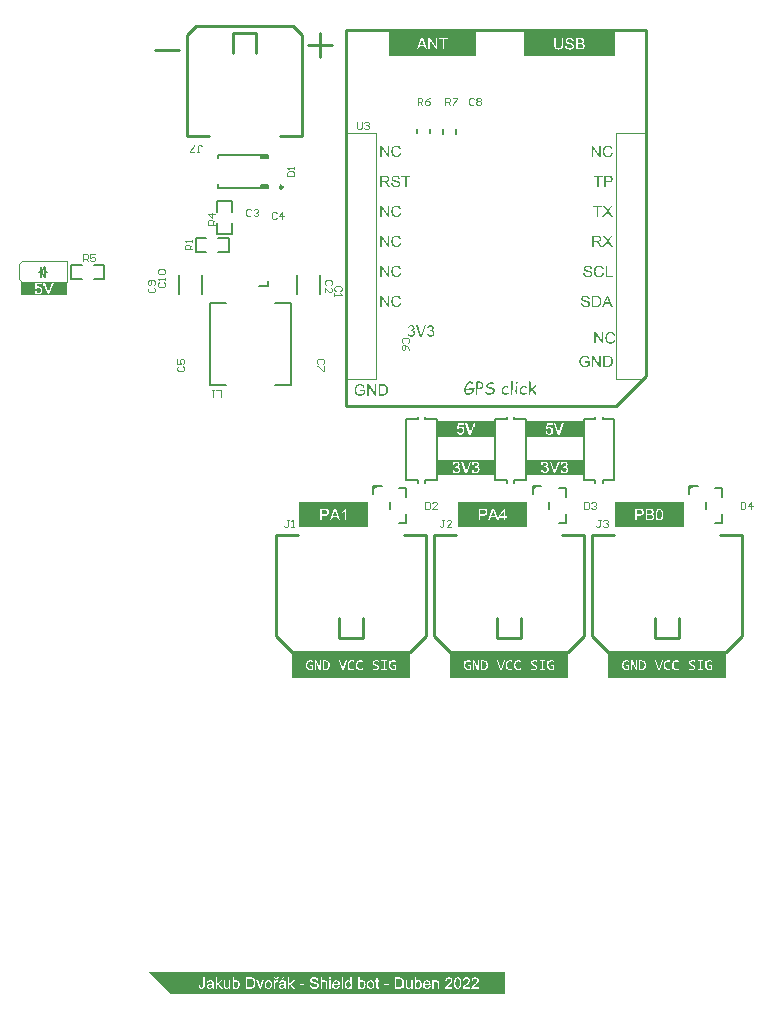
<source format=gbr>
%TF.GenerationSoftware,Altium Limited,Altium Designer,20.1.14 (287)*%
G04 Layer_Color=65535*
%FSLAX44Y44*%
%MOMM*%
%TF.SameCoordinates,63771276-D6CB-4F8E-99AF-54020A414098*%
%TF.FilePolarity,Positive*%
%TF.FileFunction,Legend,Top*%
%TF.Part,Single*%
G01*
G75*
%TA.AperFunction,NonConductor*%
%ADD39C,0.2540*%
%ADD45C,0.2500*%
%ADD46C,0.2000*%
%ADD47C,0.1500*%
%ADD48C,0.1524*%
%ADD49C,0.1000*%
%ADD50C,0.2450*%
%ADD51C,0.1200*%
%ADD52R,0.6500X0.2250*%
%ADD53R,0.6500X0.2250*%
G36*
X478328Y766923D02*
Y745477D01*
X401472D01*
Y766923D01*
X478328D01*
D02*
G37*
G36*
X360900Y745477D02*
X286900D01*
Y766923D01*
X360900D01*
Y745477D01*
D02*
G37*
G36*
X293737Y669955D02*
X293841Y669948D01*
X293965Y669941D01*
X294104Y669920D01*
X294264Y669899D01*
X294444Y669871D01*
X294631Y669830D01*
X294825Y669781D01*
X295026Y669726D01*
X295228Y669649D01*
X295429Y669566D01*
X295637Y669469D01*
X295831Y669358D01*
X296018Y669226D01*
X296032Y669220D01*
X296060Y669192D01*
X296115Y669150D01*
X296177Y669088D01*
X296261Y669018D01*
X296351Y668921D01*
X296448Y668817D01*
X296559Y668692D01*
X296670Y668554D01*
X296788Y668401D01*
X296899Y668228D01*
X297010Y668048D01*
X297120Y667847D01*
X297218Y667632D01*
X297315Y667403D01*
X297391Y667160D01*
X296143Y666869D01*
X296136Y666883D01*
X296129Y666917D01*
X296108Y666966D01*
X296080Y667042D01*
X296046Y667125D01*
X296004Y667222D01*
X295949Y667333D01*
X295893Y667451D01*
X295831Y667576D01*
X295755Y667701D01*
X295678Y667826D01*
X295588Y667957D01*
X295491Y668075D01*
X295394Y668193D01*
X295283Y668297D01*
X295165Y668394D01*
X295158Y668401D01*
X295137Y668415D01*
X295103Y668436D01*
X295054Y668471D01*
X294992Y668505D01*
X294915Y668547D01*
X294825Y668588D01*
X294728Y668637D01*
X294617Y668679D01*
X294499Y668720D01*
X294368Y668762D01*
X294229Y668796D01*
X294076Y668831D01*
X293917Y668852D01*
X293750Y668866D01*
X293570Y668873D01*
X293466D01*
X293390Y668866D01*
X293293Y668859D01*
X293182Y668845D01*
X293057Y668831D01*
X292925Y668803D01*
X292780Y668776D01*
X292634Y668741D01*
X292481Y668699D01*
X292322Y668651D01*
X292169Y668588D01*
X292017Y668512D01*
X291864Y668436D01*
X291719Y668339D01*
X291712Y668332D01*
X291684Y668318D01*
X291649Y668283D01*
X291601Y668242D01*
X291539Y668186D01*
X291469Y668124D01*
X291393Y668048D01*
X291310Y667964D01*
X291226Y667867D01*
X291136Y667763D01*
X291053Y667645D01*
X290970Y667514D01*
X290887Y667382D01*
X290810Y667236D01*
X290741Y667084D01*
X290679Y666917D01*
Y666910D01*
X290665Y666876D01*
X290651Y666827D01*
X290630Y666765D01*
X290609Y666682D01*
X290581Y666584D01*
X290561Y666473D01*
X290533Y666349D01*
X290505Y666217D01*
X290478Y666071D01*
X290450Y665919D01*
X290429Y665759D01*
X290394Y665426D01*
X290387Y665253D01*
X290380Y665073D01*
Y665059D01*
Y665017D01*
Y664955D01*
X290387Y664865D01*
X290394Y664761D01*
X290401Y664636D01*
X290408Y664497D01*
X290422Y664352D01*
X290443Y664185D01*
X290464Y664012D01*
X290533Y663658D01*
X290568Y663471D01*
X290616Y663291D01*
X290672Y663110D01*
X290734Y662937D01*
X290741Y662930D01*
X290748Y662896D01*
X290769Y662854D01*
X290803Y662792D01*
X290838Y662715D01*
X290887Y662625D01*
X290942Y662528D01*
X291005Y662424D01*
X291081Y662320D01*
X291164Y662209D01*
X291254Y662091D01*
X291351Y661980D01*
X291462Y661869D01*
X291580Y661765D01*
X291705Y661668D01*
X291844Y661578D01*
X291850Y661571D01*
X291878Y661557D01*
X291920Y661536D01*
X291975Y661509D01*
X292045Y661474D01*
X292128Y661432D01*
X292225Y661398D01*
X292329Y661356D01*
X292447Y661308D01*
X292572Y661273D01*
X292710Y661231D01*
X292849Y661197D01*
X293002Y661169D01*
X293154Y661148D01*
X293314Y661134D01*
X293473Y661127D01*
X293522D01*
X293577Y661134D01*
X293653D01*
X293743Y661148D01*
X293848Y661162D01*
X293972Y661176D01*
X294097Y661204D01*
X294236Y661238D01*
X294382Y661280D01*
X294534Y661328D01*
X294687Y661384D01*
X294839Y661453D01*
X294992Y661536D01*
X295137Y661633D01*
X295283Y661738D01*
X295290Y661744D01*
X295318Y661765D01*
X295352Y661800D01*
X295401Y661855D01*
X295463Y661918D01*
X295533Y661994D01*
X295609Y662091D01*
X295685Y662195D01*
X295768Y662320D01*
X295851Y662452D01*
X295942Y662604D01*
X296018Y662771D01*
X296101Y662944D01*
X296171Y663138D01*
X296233Y663339D01*
X296288Y663561D01*
X297557Y663242D01*
Y663235D01*
X297550Y663221D01*
X297544Y663201D01*
X297537Y663173D01*
X297530Y663138D01*
X297516Y663090D01*
X297481Y662986D01*
X297432Y662854D01*
X297377Y662708D01*
X297308Y662542D01*
X297225Y662362D01*
X297134Y662167D01*
X297030Y661973D01*
X296912Y661779D01*
X296781Y661578D01*
X296635Y661384D01*
X296476Y661197D01*
X296302Y661023D01*
X296115Y660857D01*
X296101Y660850D01*
X296066Y660822D01*
X296011Y660780D01*
X295928Y660732D01*
X295831Y660670D01*
X295706Y660600D01*
X295567Y660524D01*
X295408Y660448D01*
X295234Y660371D01*
X295040Y660295D01*
X294832Y660226D01*
X294610Y660163D01*
X294368Y660115D01*
X294118Y660073D01*
X293855Y660045D01*
X293577Y660039D01*
X293473D01*
X293425Y660045D01*
X293321D01*
X293189Y660059D01*
X293036Y660073D01*
X292863Y660094D01*
X292683Y660115D01*
X292481Y660150D01*
X292280Y660191D01*
X292066Y660247D01*
X291857Y660302D01*
X291649Y660378D01*
X291441Y660462D01*
X291240Y660559D01*
X291053Y660670D01*
X291039Y660676D01*
X291012Y660697D01*
X290963Y660739D01*
X290894Y660788D01*
X290810Y660850D01*
X290720Y660933D01*
X290616Y661023D01*
X290505Y661134D01*
X290387Y661259D01*
X290270Y661391D01*
X290145Y661543D01*
X290020Y661703D01*
X289902Y661883D01*
X289784Y662070D01*
X289673Y662278D01*
X289576Y662493D01*
Y662500D01*
X289569Y662507D01*
X289555Y662549D01*
X289527Y662611D01*
X289500Y662701D01*
X289458Y662812D01*
X289417Y662944D01*
X289368Y663097D01*
X289326Y663263D01*
X289278Y663450D01*
X289229Y663651D01*
X289188Y663859D01*
X289146Y664088D01*
X289118Y664317D01*
X289091Y664560D01*
X289077Y664809D01*
X289070Y665066D01*
Y665073D01*
Y665087D01*
Y665107D01*
Y665135D01*
Y665170D01*
X289077Y665211D01*
Y665315D01*
X289091Y665447D01*
X289098Y665600D01*
X289118Y665773D01*
X289139Y665960D01*
X289174Y666154D01*
X289209Y666363D01*
X289257Y666584D01*
X289313Y666806D01*
X289375Y667028D01*
X289451Y667250D01*
X289541Y667465D01*
X289639Y667680D01*
X289645Y667694D01*
X289666Y667729D01*
X289701Y667784D01*
X289743Y667867D01*
X289805Y667957D01*
X289874Y668062D01*
X289964Y668186D01*
X290061Y668311D01*
X290166Y668443D01*
X290290Y668588D01*
X290422Y668727D01*
X290568Y668866D01*
X290727Y669005D01*
X290894Y669136D01*
X291074Y669261D01*
X291268Y669379D01*
X291282Y669386D01*
X291317Y669407D01*
X291372Y669434D01*
X291455Y669469D01*
X291552Y669518D01*
X291670Y669566D01*
X291809Y669615D01*
X291954Y669670D01*
X292121Y669726D01*
X292301Y669774D01*
X292495Y669830D01*
X292696Y669871D01*
X292911Y669906D01*
X293133Y669934D01*
X293362Y669955D01*
X293598Y669961D01*
X293695D01*
X293737Y669955D01*
D02*
G37*
G36*
X287302Y660198D02*
X285991D01*
X280964Y667729D01*
Y660198D01*
X279743D01*
Y669795D01*
X281047D01*
X286081Y662258D01*
Y669795D01*
X287302D01*
Y660198D01*
D02*
G37*
G36*
X292891Y644555D02*
X292981D01*
X293092Y644541D01*
X293210Y644534D01*
X293348Y644520D01*
X293487Y644499D01*
X293640Y644478D01*
X293952Y644416D01*
X294118Y644374D01*
X294277Y644333D01*
X294437Y644277D01*
X294590Y644215D01*
X294596Y644208D01*
X294624Y644201D01*
X294666Y644180D01*
X294721Y644152D01*
X294791Y644118D01*
X294867Y644069D01*
X294957Y644021D01*
X295047Y643958D01*
X295151Y643896D01*
X295248Y643820D01*
X295352Y643736D01*
X295456Y643646D01*
X295560Y643549D01*
X295657Y643438D01*
X295755Y643327D01*
X295838Y643202D01*
X295845Y643195D01*
X295858Y643175D01*
X295879Y643133D01*
X295907Y643084D01*
X295942Y643022D01*
X295983Y642946D01*
X296018Y642862D01*
X296066Y642766D01*
X296108Y642662D01*
X296150Y642544D01*
X296191Y642419D01*
X296226Y642287D01*
X296261Y642148D01*
X296288Y642003D01*
X296302Y641850D01*
X296316Y641698D01*
X295096Y641608D01*
Y641621D01*
X295089Y641649D01*
X295082Y641698D01*
X295068Y641760D01*
X295054Y641829D01*
X295033Y641919D01*
X295006Y642017D01*
X294971Y642121D01*
X294936Y642232D01*
X294888Y642343D01*
X294832Y642453D01*
X294770Y642571D01*
X294701Y642682D01*
X294617Y642786D01*
X294527Y642890D01*
X294430Y642980D01*
X294423Y642987D01*
X294402Y643001D01*
X294375Y643022D01*
X294326Y643057D01*
X294264Y643091D01*
X294194Y643126D01*
X294111Y643168D01*
X294014Y643216D01*
X293903Y643258D01*
X293778Y643299D01*
X293640Y643334D01*
X293494Y643376D01*
X293328Y643403D01*
X293154Y643424D01*
X292967Y643438D01*
X292766Y643445D01*
X292655D01*
X292579Y643438D01*
X292481Y643431D01*
X292377Y643424D01*
X292253Y643410D01*
X292128Y643390D01*
X291850Y643341D01*
X291712Y643306D01*
X291573Y643265D01*
X291441Y643216D01*
X291310Y643161D01*
X291192Y643098D01*
X291088Y643022D01*
X291081Y643015D01*
X291067Y643001D01*
X291039Y642980D01*
X291005Y642946D01*
X290970Y642904D01*
X290921Y642856D01*
X290880Y642800D01*
X290831Y642738D01*
X290783Y642668D01*
X290734Y642585D01*
X290651Y642412D01*
X290616Y642322D01*
X290588Y642218D01*
X290575Y642114D01*
X290568Y642003D01*
Y641996D01*
Y641982D01*
Y641954D01*
X290575Y641919D01*
X290581Y641871D01*
X290588Y641822D01*
X290616Y641704D01*
X290658Y641566D01*
X290720Y641427D01*
X290762Y641351D01*
X290817Y641282D01*
X290873Y641212D01*
X290935Y641150D01*
X290942Y641143D01*
X290956Y641136D01*
X290977Y641115D01*
X291018Y641094D01*
X291067Y641060D01*
X291136Y641025D01*
X291213Y640983D01*
X291310Y640935D01*
X291427Y640886D01*
X291559Y640831D01*
X291719Y640775D01*
X291892Y640713D01*
X292093Y640650D01*
X292315Y640588D01*
X292565Y640526D01*
X292842Y640456D01*
X292849D01*
X292863Y640449D01*
X292884D01*
X292911Y640443D01*
X292946Y640436D01*
X292988Y640422D01*
X293092Y640401D01*
X293216Y640366D01*
X293362Y640332D01*
X293522Y640297D01*
X293688Y640248D01*
X294042Y640158D01*
X294215Y640110D01*
X294388Y640054D01*
X294555Y640006D01*
X294707Y639950D01*
X294846Y639902D01*
X294964Y639853D01*
X294971Y639846D01*
X294999Y639832D01*
X295047Y639812D01*
X295103Y639784D01*
X295172Y639742D01*
X295248Y639701D01*
X295338Y639645D01*
X295436Y639583D01*
X295533Y639520D01*
X295637Y639444D01*
X295845Y639278D01*
X296039Y639083D01*
X296122Y638979D01*
X296205Y638868D01*
X296212Y638862D01*
X296226Y638841D01*
X296240Y638806D01*
X296268Y638764D01*
X296295Y638709D01*
X296330Y638640D01*
X296372Y638563D01*
X296406Y638480D01*
X296441Y638383D01*
X296483Y638279D01*
X296517Y638168D01*
X296545Y638043D01*
X296573Y637919D01*
X296593Y637787D01*
X296600Y637655D01*
X296607Y637509D01*
Y637502D01*
Y637475D01*
Y637433D01*
X296600Y637378D01*
X296593Y637308D01*
X296587Y637232D01*
X296573Y637142D01*
X296552Y637038D01*
X296531Y636934D01*
X296496Y636816D01*
X296462Y636698D01*
X296420Y636573D01*
X296372Y636448D01*
X296309Y636317D01*
X296240Y636192D01*
X296164Y636060D01*
X296157Y636053D01*
X296143Y636032D01*
X296115Y635998D01*
X296080Y635949D01*
X296039Y635894D01*
X295983Y635824D01*
X295921Y635755D01*
X295845Y635679D01*
X295761Y635596D01*
X295664Y635512D01*
X295560Y635422D01*
X295449Y635332D01*
X295331Y635249D01*
X295200Y635166D01*
X295061Y635089D01*
X294909Y635013D01*
X294902Y635006D01*
X294874Y634999D01*
X294825Y634978D01*
X294763Y634958D01*
X294687Y634930D01*
X294596Y634895D01*
X294492Y634860D01*
X294375Y634826D01*
X294243Y634791D01*
X294097Y634757D01*
X293945Y634729D01*
X293785Y634694D01*
X293619Y634673D01*
X293438Y634652D01*
X293251Y634646D01*
X293064Y634639D01*
X292939D01*
X292849Y634646D01*
X292738Y634652D01*
X292606Y634659D01*
X292461Y634673D01*
X292301Y634687D01*
X292135Y634708D01*
X291961Y634729D01*
X291594Y634798D01*
X291407Y634840D01*
X291226Y634888D01*
X291046Y634951D01*
X290880Y635013D01*
X290873Y635020D01*
X290838Y635034D01*
X290797Y635055D01*
X290734Y635082D01*
X290658Y635124D01*
X290575Y635173D01*
X290478Y635235D01*
X290380Y635297D01*
X290270Y635374D01*
X290159Y635457D01*
X290041Y635554D01*
X289930Y635658D01*
X289812Y635769D01*
X289701Y635887D01*
X289597Y636018D01*
X289500Y636157D01*
X289493Y636164D01*
X289479Y636192D01*
X289451Y636233D01*
X289424Y636289D01*
X289382Y636365D01*
X289340Y636448D01*
X289292Y636545D01*
X289250Y636656D01*
X289202Y636781D01*
X289153Y636913D01*
X289111Y637059D01*
X289070Y637204D01*
X289035Y637364D01*
X289007Y637530D01*
X288987Y637704D01*
X288980Y637884D01*
X290179Y637988D01*
Y637981D01*
X290186Y637953D01*
Y637919D01*
X290200Y637870D01*
X290207Y637808D01*
X290221Y637731D01*
X290242Y637655D01*
X290263Y637565D01*
X290311Y637378D01*
X290380Y637177D01*
X290464Y636982D01*
X290568Y636795D01*
X290575Y636788D01*
X290581Y636774D01*
X290602Y636754D01*
X290630Y636719D01*
X290658Y636677D01*
X290699Y636636D01*
X290748Y636587D01*
X290803Y636532D01*
X290866Y636476D01*
X290942Y636414D01*
X291018Y636351D01*
X291108Y636289D01*
X291199Y636227D01*
X291303Y636164D01*
X291414Y636109D01*
X291532Y636053D01*
X291539D01*
X291559Y636039D01*
X291601Y636025D01*
X291649Y636012D01*
X291712Y635991D01*
X291781Y635963D01*
X291871Y635935D01*
X291961Y635914D01*
X292066Y635887D01*
X292183Y635859D01*
X292301Y635838D01*
X292433Y635811D01*
X292710Y635783D01*
X293008Y635769D01*
X293078D01*
X293133Y635776D01*
X293196D01*
X293265Y635783D01*
X293348Y635790D01*
X293438Y635797D01*
X293640Y635824D01*
X293855Y635859D01*
X294069Y635914D01*
X294284Y635984D01*
X294291D01*
X294312Y635991D01*
X294340Y636005D01*
X294375Y636025D01*
X294423Y636046D01*
X294472Y636074D01*
X294596Y636136D01*
X294728Y636220D01*
X294867Y636324D01*
X294999Y636441D01*
X295110Y636573D01*
Y636580D01*
X295123Y636594D01*
X295137Y636615D01*
X295151Y636643D01*
X295172Y636677D01*
X295200Y636719D01*
X295248Y636823D01*
X295297Y636941D01*
X295345Y637079D01*
X295373Y637239D01*
X295387Y637398D01*
Y637405D01*
Y637419D01*
Y637440D01*
X295380Y637475D01*
Y637516D01*
X295373Y637558D01*
X295352Y637669D01*
X295324Y637787D01*
X295276Y637919D01*
X295207Y638050D01*
X295117Y638182D01*
Y638189D01*
X295103Y638196D01*
X295068Y638237D01*
X294999Y638300D01*
X294957Y638341D01*
X294909Y638383D01*
X294853Y638425D01*
X294791Y638473D01*
X294721Y638522D01*
X294638Y638570D01*
X294555Y638619D01*
X294458Y638667D01*
X294361Y638709D01*
X294250Y638758D01*
X294243D01*
X294229Y638764D01*
X294208Y638771D01*
X294167Y638785D01*
X294118Y638799D01*
X294062Y638820D01*
X293986Y638841D01*
X293896Y638868D01*
X293785Y638903D01*
X293667Y638938D01*
X293529Y638973D01*
X293369Y639014D01*
X293196Y639063D01*
X292995Y639111D01*
X292780Y639167D01*
X292544Y639222D01*
X292537D01*
X292530Y639229D01*
X292509D01*
X292488Y639236D01*
X292419Y639257D01*
X292329Y639278D01*
X292225Y639305D01*
X292100Y639340D01*
X291961Y639375D01*
X291823Y639416D01*
X291518Y639506D01*
X291213Y639610D01*
X291067Y639666D01*
X290928Y639721D01*
X290810Y639770D01*
X290699Y639825D01*
X290693Y639832D01*
X290672Y639839D01*
X290637Y639860D01*
X290588Y639888D01*
X290533Y639922D01*
X290464Y639971D01*
X290394Y640020D01*
X290311Y640075D01*
X290145Y640200D01*
X289978Y640352D01*
X289812Y640526D01*
X289743Y640623D01*
X289673Y640720D01*
X289666Y640727D01*
X289659Y640748D01*
X289645Y640775D01*
X289625Y640817D01*
X289597Y640865D01*
X289569Y640921D01*
X289541Y640990D01*
X289507Y641067D01*
X289479Y641157D01*
X289444Y641247D01*
X289396Y641448D01*
X289354Y641670D01*
X289347Y641788D01*
X289340Y641913D01*
Y641919D01*
Y641947D01*
Y641982D01*
X289347Y642037D01*
X289354Y642100D01*
X289361Y642176D01*
X289375Y642259D01*
X289389Y642356D01*
X289417Y642460D01*
X289437Y642564D01*
X289472Y642675D01*
X289514Y642793D01*
X289562Y642911D01*
X289618Y643029D01*
X289680Y643154D01*
X289749Y643272D01*
X289756Y643279D01*
X289770Y643299D01*
X289791Y643334D01*
X289826Y643376D01*
X289867Y643431D01*
X289923Y643487D01*
X289985Y643556D01*
X290054Y643625D01*
X290131Y643702D01*
X290221Y643785D01*
X290318Y643861D01*
X290429Y643944D01*
X290547Y644021D01*
X290672Y644097D01*
X290803Y644166D01*
X290949Y644229D01*
X290956Y644236D01*
X290984Y644242D01*
X291025Y644256D01*
X291088Y644284D01*
X291164Y644305D01*
X291247Y644333D01*
X291351Y644367D01*
X291469Y644395D01*
X291594Y644430D01*
X291726Y644457D01*
X291871Y644485D01*
X292024Y644513D01*
X292190Y644534D01*
X292357Y644548D01*
X292530Y644555D01*
X292710Y644561D01*
X292814D01*
X292891Y644555D01*
D02*
G37*
G36*
X473280Y644391D02*
X473377D01*
X473488Y644385D01*
X473723Y644378D01*
X473966Y644357D01*
X474202Y644336D01*
X474313Y644315D01*
X474410Y644301D01*
X474417D01*
X474445Y644294D01*
X474479Y644287D01*
X474528Y644281D01*
X474590Y644267D01*
X474660Y644246D01*
X474736Y644225D01*
X474826Y644204D01*
X475013Y644142D01*
X475207Y644059D01*
X475409Y643969D01*
X475596Y643851D01*
X475603Y643844D01*
X475616Y643837D01*
X475644Y643816D01*
X475672Y643788D01*
X475714Y643761D01*
X475762Y643719D01*
X475818Y643670D01*
X475873Y643615D01*
X475928Y643552D01*
X475991Y643483D01*
X476123Y643324D01*
X476247Y643136D01*
X476365Y642928D01*
X476372Y642922D01*
X476379Y642901D01*
X476393Y642866D01*
X476414Y642824D01*
X476435Y642769D01*
X476455Y642700D01*
X476483Y642623D01*
X476511Y642540D01*
X476539Y642450D01*
X476567Y642346D01*
X476587Y642242D01*
X476608Y642124D01*
X476643Y641881D01*
X476657Y641618D01*
Y641604D01*
Y641562D01*
X476650Y641500D01*
X476643Y641417D01*
X476636Y641306D01*
X476615Y641188D01*
X476594Y641049D01*
X476559Y640904D01*
X476518Y640744D01*
X476463Y640578D01*
X476400Y640404D01*
X476324Y640231D01*
X476234Y640058D01*
X476130Y639884D01*
X476012Y639711D01*
X475873Y639552D01*
X475866Y639544D01*
X475838Y639517D01*
X475790Y639475D01*
X475720Y639420D01*
X475630Y639357D01*
X475519Y639281D01*
X475388Y639205D01*
X475228Y639128D01*
X475048Y639052D01*
X474847Y638976D01*
X474611Y638900D01*
X474361Y638837D01*
X474077Y638782D01*
X473925Y638761D01*
X473765Y638740D01*
X473599Y638726D01*
X473425Y638712D01*
X473245Y638705D01*
X470603D01*
Y634801D01*
X469334D01*
Y644398D01*
X473183D01*
X473280Y644391D01*
D02*
G37*
G36*
X468031Y643268D02*
X464855D01*
Y634801D01*
X463586D01*
Y643268D01*
X460424D01*
Y644398D01*
X468031D01*
Y643268D01*
D02*
G37*
G36*
X305227Y643265D02*
X302051D01*
Y634798D01*
X300782D01*
Y643265D01*
X297620D01*
Y644395D01*
X305227D01*
Y643265D01*
D02*
G37*
G36*
X284202Y644388D02*
X284313D01*
X284438Y644381D01*
X284570Y644374D01*
X284722Y644360D01*
X284875Y644346D01*
X285034Y644333D01*
X285360Y644284D01*
X285513Y644256D01*
X285665Y644222D01*
X285811Y644180D01*
X285943Y644131D01*
X285949D01*
X285970Y644118D01*
X286005Y644104D01*
X286054Y644083D01*
X286109Y644055D01*
X286171Y644014D01*
X286248Y643972D01*
X286324Y643923D01*
X286407Y643861D01*
X286497Y643799D01*
X286587Y643722D01*
X286678Y643639D01*
X286761Y643542D01*
X286851Y643445D01*
X286934Y643334D01*
X287010Y643216D01*
X287017Y643209D01*
X287031Y643188D01*
X287045Y643154D01*
X287073Y643105D01*
X287101Y643043D01*
X287135Y642967D01*
X287177Y642883D01*
X287211Y642793D01*
X287246Y642689D01*
X287288Y642578D01*
X287323Y642460D01*
X287350Y642336D01*
X287378Y642204D01*
X287399Y642065D01*
X287406Y641919D01*
X287413Y641774D01*
Y641760D01*
Y641732D01*
X287406Y641677D01*
Y641600D01*
X287392Y641517D01*
X287378Y641413D01*
X287357Y641302D01*
X287329Y641178D01*
X287295Y641046D01*
X287253Y640907D01*
X287198Y640761D01*
X287135Y640616D01*
X287059Y640470D01*
X286969Y640332D01*
X286865Y640186D01*
X286747Y640054D01*
X286740Y640047D01*
X286719Y640026D01*
X286678Y639992D01*
X286622Y639943D01*
X286553Y639888D01*
X286463Y639825D01*
X286366Y639756D01*
X286248Y639680D01*
X286109Y639604D01*
X285963Y639527D01*
X285790Y639458D01*
X285610Y639382D01*
X285409Y639319D01*
X285194Y639257D01*
X284958Y639208D01*
X284708Y639167D01*
X284715D01*
X284729Y639153D01*
X284757Y639146D01*
X284792Y639125D01*
X284833Y639104D01*
X284882Y639076D01*
X284993Y639014D01*
X285117Y638945D01*
X285242Y638862D01*
X285360Y638778D01*
X285471Y638688D01*
X285478Y638681D01*
X285499Y638667D01*
X285527Y638633D01*
X285568Y638598D01*
X285617Y638543D01*
X285672Y638487D01*
X285742Y638418D01*
X285811Y638335D01*
X285887Y638244D01*
X285970Y638147D01*
X286060Y638043D01*
X286151Y637932D01*
X286241Y637808D01*
X286338Y637683D01*
X286525Y637405D01*
X288182Y634798D01*
X286594D01*
X285325Y636795D01*
X285319Y636802D01*
X285298Y636830D01*
X285270Y636878D01*
X285235Y636934D01*
X285187Y637010D01*
X285131Y637093D01*
X285069Y637183D01*
X285006Y637281D01*
X284861Y637495D01*
X284708Y637717D01*
X284556Y637925D01*
X284479Y638022D01*
X284410Y638113D01*
X284403Y638120D01*
X284396Y638133D01*
X284375Y638154D01*
X284348Y638189D01*
X284278Y638272D01*
X284195Y638369D01*
X284091Y638473D01*
X283987Y638584D01*
X283876Y638681D01*
X283765Y638758D01*
X283751Y638764D01*
X283717Y638785D01*
X283661Y638820D01*
X283585Y638855D01*
X283502Y638896D01*
X283405Y638945D01*
X283301Y638979D01*
X283190Y639014D01*
X283183D01*
X283148Y639021D01*
X283093Y639028D01*
X283023Y639042D01*
X282926Y639049D01*
X282801Y639056D01*
X282656Y639063D01*
X281012D01*
Y634798D01*
X279743D01*
Y644395D01*
X284119D01*
X284202Y644388D01*
D02*
G37*
G36*
X293737Y619155D02*
X293841Y619148D01*
X293965Y619141D01*
X294104Y619120D01*
X294264Y619099D01*
X294444Y619071D01*
X294631Y619030D01*
X294825Y618981D01*
X295026Y618926D01*
X295228Y618849D01*
X295429Y618766D01*
X295637Y618669D01*
X295831Y618558D01*
X296018Y618426D01*
X296032Y618419D01*
X296060Y618392D01*
X296115Y618350D01*
X296177Y618288D01*
X296261Y618218D01*
X296351Y618121D01*
X296448Y618017D01*
X296559Y617892D01*
X296670Y617754D01*
X296788Y617601D01*
X296899Y617428D01*
X297010Y617248D01*
X297120Y617047D01*
X297218Y616832D01*
X297315Y616603D01*
X297391Y616360D01*
X296143Y616069D01*
X296136Y616083D01*
X296129Y616117D01*
X296108Y616166D01*
X296080Y616242D01*
X296046Y616325D01*
X296004Y616422D01*
X295949Y616533D01*
X295893Y616651D01*
X295831Y616776D01*
X295755Y616901D01*
X295678Y617026D01*
X295588Y617157D01*
X295491Y617275D01*
X295394Y617393D01*
X295283Y617497D01*
X295165Y617594D01*
X295158Y617601D01*
X295137Y617615D01*
X295103Y617636D01*
X295054Y617671D01*
X294992Y617705D01*
X294915Y617747D01*
X294825Y617789D01*
X294728Y617837D01*
X294617Y617879D01*
X294499Y617920D01*
X294368Y617962D01*
X294229Y617996D01*
X294076Y618031D01*
X293917Y618052D01*
X293750Y618066D01*
X293570Y618073D01*
X293466D01*
X293390Y618066D01*
X293293Y618059D01*
X293182Y618045D01*
X293057Y618031D01*
X292925Y618003D01*
X292780Y617976D01*
X292634Y617941D01*
X292481Y617899D01*
X292322Y617851D01*
X292169Y617789D01*
X292017Y617712D01*
X291864Y617636D01*
X291719Y617539D01*
X291712Y617532D01*
X291684Y617518D01*
X291649Y617483D01*
X291601Y617442D01*
X291539Y617386D01*
X291469Y617324D01*
X291393Y617248D01*
X291310Y617164D01*
X291226Y617067D01*
X291136Y616963D01*
X291053Y616845D01*
X290970Y616714D01*
X290887Y616582D01*
X290810Y616436D01*
X290741Y616284D01*
X290679Y616117D01*
Y616110D01*
X290665Y616076D01*
X290651Y616027D01*
X290630Y615965D01*
X290609Y615882D01*
X290581Y615784D01*
X290561Y615673D01*
X290533Y615549D01*
X290505Y615417D01*
X290478Y615271D01*
X290450Y615119D01*
X290429Y614959D01*
X290394Y614627D01*
X290387Y614453D01*
X290380Y614273D01*
Y614259D01*
Y614217D01*
Y614155D01*
X290387Y614065D01*
X290394Y613961D01*
X290401Y613836D01*
X290408Y613697D01*
X290422Y613552D01*
X290443Y613385D01*
X290464Y613212D01*
X290533Y612858D01*
X290568Y612671D01*
X290616Y612491D01*
X290672Y612310D01*
X290734Y612137D01*
X290741Y612130D01*
X290748Y612095D01*
X290769Y612054D01*
X290803Y611992D01*
X290838Y611915D01*
X290887Y611825D01*
X290942Y611728D01*
X291005Y611624D01*
X291081Y611520D01*
X291164Y611409D01*
X291254Y611291D01*
X291351Y611180D01*
X291462Y611069D01*
X291580Y610965D01*
X291705Y610868D01*
X291844Y610778D01*
X291850Y610771D01*
X291878Y610757D01*
X291920Y610736D01*
X291975Y610709D01*
X292045Y610674D01*
X292128Y610632D01*
X292225Y610598D01*
X292329Y610556D01*
X292447Y610508D01*
X292572Y610473D01*
X292710Y610431D01*
X292849Y610397D01*
X293002Y610369D01*
X293154Y610348D01*
X293314Y610334D01*
X293473Y610327D01*
X293522D01*
X293577Y610334D01*
X293653D01*
X293743Y610348D01*
X293848Y610362D01*
X293972Y610376D01*
X294097Y610404D01*
X294236Y610438D01*
X294382Y610480D01*
X294534Y610528D01*
X294687Y610584D01*
X294839Y610653D01*
X294992Y610736D01*
X295137Y610833D01*
X295283Y610938D01*
X295290Y610944D01*
X295318Y610965D01*
X295352Y611000D01*
X295401Y611055D01*
X295463Y611118D01*
X295533Y611194D01*
X295609Y611291D01*
X295685Y611395D01*
X295768Y611520D01*
X295851Y611652D01*
X295942Y611804D01*
X296018Y611971D01*
X296101Y612144D01*
X296171Y612338D01*
X296233Y612539D01*
X296288Y612761D01*
X297557Y612442D01*
Y612435D01*
X297550Y612421D01*
X297544Y612401D01*
X297537Y612373D01*
X297530Y612338D01*
X297516Y612290D01*
X297481Y612186D01*
X297432Y612054D01*
X297377Y611908D01*
X297308Y611742D01*
X297225Y611562D01*
X297134Y611367D01*
X297030Y611173D01*
X296912Y610979D01*
X296781Y610778D01*
X296635Y610584D01*
X296476Y610397D01*
X296302Y610223D01*
X296115Y610057D01*
X296101Y610050D01*
X296066Y610022D01*
X296011Y609981D01*
X295928Y609932D01*
X295831Y609870D01*
X295706Y609800D01*
X295567Y609724D01*
X295408Y609648D01*
X295234Y609571D01*
X295040Y609495D01*
X294832Y609426D01*
X294610Y609363D01*
X294368Y609315D01*
X294118Y609273D01*
X293855Y609245D01*
X293577Y609239D01*
X293473D01*
X293425Y609245D01*
X293321D01*
X293189Y609259D01*
X293036Y609273D01*
X292863Y609294D01*
X292683Y609315D01*
X292481Y609350D01*
X292280Y609391D01*
X292066Y609447D01*
X291857Y609502D01*
X291649Y609578D01*
X291441Y609662D01*
X291240Y609759D01*
X291053Y609870D01*
X291039Y609877D01*
X291012Y609897D01*
X290963Y609939D01*
X290894Y609987D01*
X290810Y610050D01*
X290720Y610133D01*
X290616Y610223D01*
X290505Y610334D01*
X290387Y610459D01*
X290270Y610591D01*
X290145Y610743D01*
X290020Y610903D01*
X289902Y611083D01*
X289784Y611270D01*
X289673Y611478D01*
X289576Y611693D01*
Y611700D01*
X289569Y611707D01*
X289555Y611749D01*
X289527Y611811D01*
X289500Y611901D01*
X289458Y612012D01*
X289417Y612144D01*
X289368Y612297D01*
X289326Y612463D01*
X289278Y612650D01*
X289229Y612851D01*
X289188Y613059D01*
X289146Y613288D01*
X289118Y613517D01*
X289091Y613760D01*
X289077Y614009D01*
X289070Y614266D01*
Y614273D01*
Y614287D01*
Y614308D01*
Y614335D01*
Y614370D01*
X289077Y614412D01*
Y614515D01*
X289091Y614647D01*
X289098Y614800D01*
X289118Y614973D01*
X289139Y615160D01*
X289174Y615354D01*
X289209Y615563D01*
X289257Y615784D01*
X289313Y616006D01*
X289375Y616228D01*
X289451Y616450D01*
X289541Y616665D01*
X289639Y616880D01*
X289645Y616894D01*
X289666Y616929D01*
X289701Y616984D01*
X289743Y617067D01*
X289805Y617157D01*
X289874Y617262D01*
X289964Y617386D01*
X290061Y617511D01*
X290166Y617643D01*
X290290Y617789D01*
X290422Y617927D01*
X290568Y618066D01*
X290727Y618204D01*
X290894Y618336D01*
X291074Y618461D01*
X291268Y618579D01*
X291282Y618586D01*
X291317Y618607D01*
X291372Y618634D01*
X291455Y618669D01*
X291552Y618718D01*
X291670Y618766D01*
X291809Y618815D01*
X291954Y618870D01*
X292121Y618926D01*
X292301Y618974D01*
X292495Y619030D01*
X292696Y619071D01*
X292911Y619106D01*
X293133Y619134D01*
X293362Y619155D01*
X293598Y619161D01*
X293695D01*
X293737Y619155D01*
D02*
G37*
G36*
X287302Y609398D02*
X285991D01*
X280964Y616929D01*
Y609398D01*
X279743D01*
Y618995D01*
X281047D01*
X286081Y611457D01*
Y618995D01*
X287302D01*
Y609398D01*
D02*
G37*
G36*
X293737Y593755D02*
X293841Y593748D01*
X293965Y593741D01*
X294104Y593720D01*
X294264Y593699D01*
X294444Y593671D01*
X294631Y593630D01*
X294825Y593581D01*
X295026Y593526D01*
X295228Y593449D01*
X295429Y593366D01*
X295637Y593269D01*
X295831Y593158D01*
X296018Y593026D01*
X296032Y593019D01*
X296060Y592992D01*
X296115Y592950D01*
X296177Y592888D01*
X296261Y592818D01*
X296351Y592721D01*
X296448Y592617D01*
X296559Y592492D01*
X296670Y592354D01*
X296788Y592201D01*
X296899Y592028D01*
X297010Y591848D01*
X297120Y591646D01*
X297218Y591432D01*
X297315Y591203D01*
X297391Y590960D01*
X296143Y590669D01*
X296136Y590683D01*
X296129Y590717D01*
X296108Y590766D01*
X296080Y590842D01*
X296046Y590925D01*
X296004Y591022D01*
X295949Y591133D01*
X295893Y591251D01*
X295831Y591376D01*
X295755Y591501D01*
X295678Y591626D01*
X295588Y591757D01*
X295491Y591875D01*
X295394Y591993D01*
X295283Y592097D01*
X295165Y592194D01*
X295158Y592201D01*
X295137Y592215D01*
X295103Y592236D01*
X295054Y592271D01*
X294992Y592305D01*
X294915Y592347D01*
X294825Y592388D01*
X294728Y592437D01*
X294617Y592479D01*
X294499Y592520D01*
X294368Y592562D01*
X294229Y592597D01*
X294076Y592631D01*
X293917Y592652D01*
X293750Y592666D01*
X293570Y592673D01*
X293466D01*
X293390Y592666D01*
X293293Y592659D01*
X293182Y592645D01*
X293057Y592631D01*
X292925Y592603D01*
X292780Y592576D01*
X292634Y592541D01*
X292481Y592499D01*
X292322Y592451D01*
X292169Y592388D01*
X292017Y592312D01*
X291864Y592236D01*
X291719Y592139D01*
X291712Y592132D01*
X291684Y592118D01*
X291649Y592083D01*
X291601Y592042D01*
X291539Y591986D01*
X291469Y591924D01*
X291393Y591848D01*
X291310Y591764D01*
X291226Y591667D01*
X291136Y591563D01*
X291053Y591445D01*
X290970Y591314D01*
X290887Y591182D01*
X290810Y591036D01*
X290741Y590884D01*
X290679Y590717D01*
Y590710D01*
X290665Y590676D01*
X290651Y590627D01*
X290630Y590565D01*
X290609Y590481D01*
X290581Y590384D01*
X290561Y590274D01*
X290533Y590149D01*
X290505Y590017D01*
X290478Y589871D01*
X290450Y589719D01*
X290429Y589559D01*
X290394Y589226D01*
X290387Y589053D01*
X290380Y588873D01*
Y588859D01*
Y588817D01*
Y588755D01*
X290387Y588665D01*
X290394Y588561D01*
X290401Y588436D01*
X290408Y588297D01*
X290422Y588152D01*
X290443Y587985D01*
X290464Y587812D01*
X290533Y587458D01*
X290568Y587271D01*
X290616Y587091D01*
X290672Y586910D01*
X290734Y586737D01*
X290741Y586730D01*
X290748Y586696D01*
X290769Y586654D01*
X290803Y586591D01*
X290838Y586515D01*
X290887Y586425D01*
X290942Y586328D01*
X291005Y586224D01*
X291081Y586120D01*
X291164Y586009D01*
X291254Y585891D01*
X291351Y585780D01*
X291462Y585669D01*
X291580Y585565D01*
X291705Y585468D01*
X291844Y585378D01*
X291850Y585371D01*
X291878Y585357D01*
X291920Y585336D01*
X291975Y585309D01*
X292045Y585274D01*
X292128Y585232D01*
X292225Y585198D01*
X292329Y585156D01*
X292447Y585107D01*
X292572Y585073D01*
X292710Y585031D01*
X292849Y584997D01*
X293002Y584969D01*
X293154Y584948D01*
X293314Y584934D01*
X293473Y584927D01*
X293522D01*
X293577Y584934D01*
X293653D01*
X293743Y584948D01*
X293848Y584962D01*
X293972Y584976D01*
X294097Y585004D01*
X294236Y585038D01*
X294382Y585080D01*
X294534Y585128D01*
X294687Y585184D01*
X294839Y585253D01*
X294992Y585336D01*
X295137Y585433D01*
X295283Y585537D01*
X295290Y585544D01*
X295318Y585565D01*
X295352Y585600D01*
X295401Y585655D01*
X295463Y585718D01*
X295533Y585794D01*
X295609Y585891D01*
X295685Y585995D01*
X295768Y586120D01*
X295851Y586252D01*
X295942Y586404D01*
X296018Y586571D01*
X296101Y586744D01*
X296171Y586938D01*
X296233Y587139D01*
X296288Y587361D01*
X297557Y587042D01*
Y587035D01*
X297550Y587021D01*
X297544Y587001D01*
X297537Y586973D01*
X297530Y586938D01*
X297516Y586890D01*
X297481Y586786D01*
X297432Y586654D01*
X297377Y586508D01*
X297308Y586342D01*
X297225Y586161D01*
X297134Y585967D01*
X297030Y585773D01*
X296912Y585579D01*
X296781Y585378D01*
X296635Y585184D01*
X296476Y584997D01*
X296302Y584823D01*
X296115Y584657D01*
X296101Y584650D01*
X296066Y584622D01*
X296011Y584580D01*
X295928Y584532D01*
X295831Y584470D01*
X295706Y584400D01*
X295567Y584324D01*
X295408Y584248D01*
X295234Y584171D01*
X295040Y584095D01*
X294832Y584026D01*
X294610Y583963D01*
X294368Y583915D01*
X294118Y583873D01*
X293855Y583845D01*
X293577Y583839D01*
X293473D01*
X293425Y583845D01*
X293321D01*
X293189Y583859D01*
X293036Y583873D01*
X292863Y583894D01*
X292683Y583915D01*
X292481Y583950D01*
X292280Y583991D01*
X292066Y584047D01*
X291857Y584102D01*
X291649Y584178D01*
X291441Y584262D01*
X291240Y584359D01*
X291053Y584470D01*
X291039Y584477D01*
X291012Y584497D01*
X290963Y584539D01*
X290894Y584588D01*
X290810Y584650D01*
X290720Y584733D01*
X290616Y584823D01*
X290505Y584934D01*
X290387Y585059D01*
X290270Y585191D01*
X290145Y585343D01*
X290020Y585503D01*
X289902Y585683D01*
X289784Y585870D01*
X289673Y586078D01*
X289576Y586293D01*
Y586300D01*
X289569Y586307D01*
X289555Y586349D01*
X289527Y586411D01*
X289500Y586501D01*
X289458Y586612D01*
X289417Y586744D01*
X289368Y586897D01*
X289326Y587063D01*
X289278Y587250D01*
X289229Y587451D01*
X289188Y587659D01*
X289146Y587888D01*
X289118Y588117D01*
X289091Y588360D01*
X289077Y588609D01*
X289070Y588866D01*
Y588873D01*
Y588887D01*
Y588908D01*
Y588935D01*
Y588970D01*
X289077Y589011D01*
Y589115D01*
X289091Y589247D01*
X289098Y589400D01*
X289118Y589573D01*
X289139Y589760D01*
X289174Y589954D01*
X289209Y590163D01*
X289257Y590384D01*
X289313Y590606D01*
X289375Y590828D01*
X289451Y591050D01*
X289541Y591265D01*
X289639Y591480D01*
X289645Y591494D01*
X289666Y591529D01*
X289701Y591584D01*
X289743Y591667D01*
X289805Y591757D01*
X289874Y591861D01*
X289964Y591986D01*
X290061Y592111D01*
X290166Y592243D01*
X290290Y592388D01*
X290422Y592527D01*
X290568Y592666D01*
X290727Y592804D01*
X290894Y592936D01*
X291074Y593061D01*
X291268Y593179D01*
X291282Y593186D01*
X291317Y593207D01*
X291372Y593234D01*
X291455Y593269D01*
X291552Y593318D01*
X291670Y593366D01*
X291809Y593415D01*
X291954Y593470D01*
X292121Y593526D01*
X292301Y593574D01*
X292495Y593630D01*
X292696Y593671D01*
X292911Y593706D01*
X293133Y593734D01*
X293362Y593755D01*
X293598Y593761D01*
X293695D01*
X293737Y593755D01*
D02*
G37*
G36*
X473065Y589036D02*
X476657Y584002D01*
X475083D01*
X472663Y587420D01*
X472656Y587434D01*
X472628Y587469D01*
X472586Y587531D01*
X472538Y587600D01*
X472475Y587691D01*
X472413Y587788D01*
X472267Y588003D01*
Y587996D01*
X472253Y587982D01*
X472239Y587954D01*
X472219Y587926D01*
X472163Y587836D01*
X472094Y587739D01*
X472018Y587621D01*
X471948Y587510D01*
X471879Y587406D01*
X471817Y587323D01*
X469383Y584002D01*
X467857D01*
X471567Y588973D01*
X468294Y593599D01*
X469813D01*
X471560Y591144D01*
X471567Y591137D01*
X471581Y591109D01*
X471615Y591068D01*
X471650Y591019D01*
X471692Y590956D01*
X471747Y590880D01*
X471803Y590797D01*
X471865Y590714D01*
X471990Y590520D01*
X472115Y590326D01*
X472233Y590138D01*
X472288Y590048D01*
X472330Y589965D01*
X472337Y589972D01*
X472344Y589986D01*
X472364Y590014D01*
X472385Y590055D01*
X472420Y590097D01*
X472454Y590152D01*
X472496Y590221D01*
X472545Y590291D01*
X472656Y590450D01*
X472780Y590631D01*
X472926Y590832D01*
X473086Y591040D01*
X475006Y593599D01*
X476393D01*
X473065Y589036D01*
D02*
G37*
G36*
X287302Y583998D02*
X285991D01*
X280964Y591529D01*
Y583998D01*
X279743D01*
Y593595D01*
X281047D01*
X286081Y586058D01*
Y593595D01*
X287302D01*
Y583998D01*
D02*
G37*
G36*
X463634Y593591D02*
X463745D01*
X463870Y593585D01*
X464002Y593578D01*
X464154Y593564D01*
X464307Y593550D01*
X464466Y593536D01*
X464792Y593488D01*
X464945Y593460D01*
X465097Y593425D01*
X465243Y593383D01*
X465375Y593335D01*
X465382D01*
X465402Y593321D01*
X465437Y593307D01*
X465486Y593286D01*
X465541Y593259D01*
X465603Y593217D01*
X465680Y593176D01*
X465756Y593127D01*
X465839Y593064D01*
X465929Y593002D01*
X466020Y592926D01*
X466110Y592843D01*
X466193Y592746D01*
X466283Y592649D01*
X466366Y592537D01*
X466443Y592420D01*
X466450Y592413D01*
X466463Y592392D01*
X466477Y592357D01*
X466505Y592309D01*
X466533Y592246D01*
X466567Y592170D01*
X466609Y592087D01*
X466644Y591997D01*
X466678Y591893D01*
X466720Y591782D01*
X466755Y591664D01*
X466782Y591539D01*
X466810Y591407D01*
X466831Y591269D01*
X466838Y591123D01*
X466845Y590977D01*
Y590964D01*
Y590936D01*
X466838Y590880D01*
Y590804D01*
X466824Y590721D01*
X466810Y590617D01*
X466789Y590506D01*
X466762Y590381D01*
X466727Y590249D01*
X466685Y590111D01*
X466630Y589965D01*
X466567Y589819D01*
X466491Y589674D01*
X466401Y589535D01*
X466297Y589389D01*
X466179Y589258D01*
X466172Y589251D01*
X466151Y589230D01*
X466110Y589195D01*
X466054Y589147D01*
X465985Y589091D01*
X465895Y589029D01*
X465798Y588960D01*
X465680Y588883D01*
X465541Y588807D01*
X465396Y588731D01*
X465222Y588661D01*
X465042Y588585D01*
X464841Y588523D01*
X464626Y588460D01*
X464390Y588412D01*
X464140Y588370D01*
X464147D01*
X464161Y588356D01*
X464189Y588349D01*
X464224Y588329D01*
X464265Y588308D01*
X464314Y588280D01*
X464425Y588218D01*
X464549Y588148D01*
X464674Y588065D01*
X464792Y587982D01*
X464903Y587892D01*
X464910Y587885D01*
X464931Y587871D01*
X464959Y587836D01*
X465000Y587802D01*
X465049Y587746D01*
X465104Y587691D01*
X465174Y587621D01*
X465243Y587538D01*
X465319Y587448D01*
X465402Y587351D01*
X465493Y587247D01*
X465583Y587136D01*
X465673Y587011D01*
X465770Y586886D01*
X465957Y586609D01*
X467614Y584002D01*
X466026D01*
X464757Y585999D01*
X464751Y586006D01*
X464730Y586033D01*
X464702Y586082D01*
X464667Y586137D01*
X464619Y586213D01*
X464563Y586297D01*
X464501Y586387D01*
X464439Y586484D01*
X464293Y586699D01*
X464140Y586921D01*
X463988Y587129D01*
X463912Y587226D01*
X463842Y587316D01*
X463835Y587323D01*
X463828Y587337D01*
X463808Y587358D01*
X463780Y587392D01*
X463711Y587476D01*
X463627Y587573D01*
X463523Y587677D01*
X463419Y587788D01*
X463308Y587885D01*
X463197Y587961D01*
X463184Y587968D01*
X463149Y587989D01*
X463093Y588023D01*
X463017Y588058D01*
X462934Y588100D01*
X462837Y588148D01*
X462733Y588183D01*
X462622Y588218D01*
X462615D01*
X462580Y588224D01*
X462525Y588231D01*
X462455Y588245D01*
X462358Y588252D01*
X462234Y588259D01*
X462088Y588266D01*
X460444D01*
Y584002D01*
X459175D01*
Y593599D01*
X463551D01*
X463634Y593591D01*
D02*
G37*
G36*
X455584Y568354D02*
X455674D01*
X455785Y568341D01*
X455903Y568334D01*
X456041Y568320D01*
X456180Y568299D01*
X456333Y568278D01*
X456645Y568216D01*
X456811Y568174D01*
X456970Y568133D01*
X457130Y568077D01*
X457282Y568015D01*
X457289Y568008D01*
X457317Y568001D01*
X457359Y567980D01*
X457414Y567952D01*
X457484Y567918D01*
X457560Y567869D01*
X457650Y567821D01*
X457740Y567758D01*
X457844Y567696D01*
X457941Y567620D01*
X458045Y567536D01*
X458149Y567446D01*
X458253Y567349D01*
X458350Y567238D01*
X458447Y567127D01*
X458531Y567002D01*
X458538Y566995D01*
X458551Y566975D01*
X458572Y566933D01*
X458600Y566884D01*
X458635Y566822D01*
X458676Y566746D01*
X458711Y566662D01*
X458759Y566566D01*
X458801Y566461D01*
X458843Y566344D01*
X458884Y566219D01*
X458919Y566087D01*
X458954Y565948D01*
X458981Y565803D01*
X458995Y565650D01*
X459009Y565498D01*
X457789Y565407D01*
Y565421D01*
X457782Y565449D01*
X457775Y565498D01*
X457761Y565560D01*
X457747Y565629D01*
X457726Y565719D01*
X457699Y565817D01*
X457664Y565921D01*
X457629Y566031D01*
X457581Y566143D01*
X457525Y566253D01*
X457463Y566371D01*
X457393Y566482D01*
X457310Y566586D01*
X457220Y566690D01*
X457123Y566780D01*
X457116Y566787D01*
X457095Y566801D01*
X457067Y566822D01*
X457019Y566857D01*
X456957Y566891D01*
X456887Y566926D01*
X456804Y566968D01*
X456707Y567016D01*
X456596Y567058D01*
X456471Y567099D01*
X456333Y567134D01*
X456187Y567176D01*
X456020Y567203D01*
X455847Y567224D01*
X455660Y567238D01*
X455459Y567245D01*
X455348D01*
X455272Y567238D01*
X455174Y567231D01*
X455070Y567224D01*
X454946Y567210D01*
X454821Y567189D01*
X454543Y567141D01*
X454405Y567106D01*
X454266Y567065D01*
X454134Y567016D01*
X454003Y566961D01*
X453885Y566898D01*
X453781Y566822D01*
X453774Y566815D01*
X453760Y566801D01*
X453732Y566780D01*
X453698Y566746D01*
X453663Y566704D01*
X453614Y566656D01*
X453573Y566600D01*
X453524Y566538D01*
X453476Y566468D01*
X453427Y566385D01*
X453344Y566212D01*
X453309Y566122D01*
X453281Y566018D01*
X453268Y565914D01*
X453261Y565803D01*
Y565796D01*
Y565782D01*
Y565754D01*
X453268Y565719D01*
X453274Y565671D01*
X453281Y565622D01*
X453309Y565504D01*
X453351Y565366D01*
X453413Y565227D01*
X453455Y565151D01*
X453510Y565081D01*
X453566Y565012D01*
X453628Y564950D01*
X453635Y564943D01*
X453649Y564936D01*
X453670Y564915D01*
X453711Y564894D01*
X453760Y564860D01*
X453829Y564825D01*
X453905Y564783D01*
X454003Y564735D01*
X454120Y564686D01*
X454252Y564631D01*
X454412Y564575D01*
X454585Y564513D01*
X454786Y564450D01*
X455008Y564388D01*
X455258Y564326D01*
X455535Y564256D01*
X455542D01*
X455556Y564249D01*
X455577D01*
X455604Y564243D01*
X455639Y564236D01*
X455681Y564222D01*
X455785Y564201D01*
X455910Y564166D01*
X456055Y564132D01*
X456215Y564097D01*
X456381Y564048D01*
X456735Y563958D01*
X456908Y563910D01*
X457081Y563854D01*
X457248Y563806D01*
X457400Y563750D01*
X457539Y563702D01*
X457657Y563653D01*
X457664Y563646D01*
X457692Y563632D01*
X457740Y563611D01*
X457796Y563584D01*
X457865Y563542D01*
X457941Y563501D01*
X458031Y563445D01*
X458128Y563383D01*
X458226Y563320D01*
X458330Y563244D01*
X458538Y563078D01*
X458732Y562883D01*
X458815Y562779D01*
X458898Y562668D01*
X458905Y562662D01*
X458919Y562641D01*
X458933Y562606D01*
X458961Y562564D01*
X458988Y562509D01*
X459023Y562440D01*
X459065Y562363D01*
X459099Y562280D01*
X459134Y562183D01*
X459175Y562079D01*
X459210Y561968D01*
X459238Y561843D01*
X459266Y561718D01*
X459286Y561587D01*
X459293Y561455D01*
X459300Y561309D01*
Y561302D01*
Y561275D01*
Y561233D01*
X459293Y561178D01*
X459286Y561108D01*
X459280Y561032D01*
X459266Y560942D01*
X459245Y560838D01*
X459224Y560734D01*
X459189Y560616D01*
X459155Y560498D01*
X459113Y560373D01*
X459065Y560248D01*
X459002Y560117D01*
X458933Y559992D01*
X458857Y559860D01*
X458850Y559853D01*
X458836Y559832D01*
X458808Y559798D01*
X458773Y559749D01*
X458732Y559694D01*
X458676Y559624D01*
X458614Y559555D01*
X458538Y559479D01*
X458454Y559395D01*
X458357Y559312D01*
X458253Y559222D01*
X458142Y559132D01*
X458024Y559049D01*
X457893Y558966D01*
X457754Y558889D01*
X457601Y558813D01*
X457594Y558806D01*
X457567Y558799D01*
X457518Y558778D01*
X457456Y558758D01*
X457380Y558730D01*
X457289Y558695D01*
X457185Y558661D01*
X457067Y558626D01*
X456936Y558591D01*
X456790Y558557D01*
X456638Y558529D01*
X456478Y558494D01*
X456312Y558473D01*
X456131Y558452D01*
X455944Y558446D01*
X455757Y558439D01*
X455632D01*
X455542Y558446D01*
X455431Y558452D01*
X455299Y558459D01*
X455154Y558473D01*
X454994Y558487D01*
X454828Y558508D01*
X454654Y558529D01*
X454287Y558598D01*
X454100Y558640D01*
X453919Y558688D01*
X453739Y558751D01*
X453573Y558813D01*
X453566Y558820D01*
X453531Y558834D01*
X453489Y558855D01*
X453427Y558882D01*
X453351Y558924D01*
X453268Y558973D01*
X453171Y559035D01*
X453073Y559097D01*
X452962Y559174D01*
X452851Y559257D01*
X452734Y559354D01*
X452623Y559458D01*
X452505Y559569D01*
X452394Y559687D01*
X452290Y559818D01*
X452193Y559957D01*
X452186Y559964D01*
X452172Y559992D01*
X452144Y560033D01*
X452117Y560089D01*
X452075Y560165D01*
X452033Y560248D01*
X451985Y560345D01*
X451943Y560456D01*
X451895Y560581D01*
X451846Y560713D01*
X451805Y560859D01*
X451763Y561004D01*
X451728Y561164D01*
X451700Y561330D01*
X451680Y561503D01*
X451673Y561684D01*
X452872Y561788D01*
Y561781D01*
X452879Y561753D01*
Y561718D01*
X452893Y561670D01*
X452900Y561608D01*
X452914Y561531D01*
X452935Y561455D01*
X452956Y561365D01*
X453004Y561178D01*
X453073Y560976D01*
X453157Y560782D01*
X453261Y560595D01*
X453268Y560588D01*
X453274Y560574D01*
X453295Y560554D01*
X453323Y560519D01*
X453351Y560477D01*
X453392Y560436D01*
X453441Y560387D01*
X453496Y560332D01*
X453559Y560276D01*
X453635Y560214D01*
X453711Y560151D01*
X453801Y560089D01*
X453892Y560027D01*
X453996Y559964D01*
X454107Y559909D01*
X454225Y559853D01*
X454231D01*
X454252Y559839D01*
X454294Y559825D01*
X454342Y559812D01*
X454405Y559791D01*
X454474Y559763D01*
X454564Y559735D01*
X454654Y559715D01*
X454758Y559687D01*
X454876Y559659D01*
X454994Y559638D01*
X455126Y559610D01*
X455403Y559583D01*
X455701Y559569D01*
X455771D01*
X455826Y559576D01*
X455889D01*
X455958Y559583D01*
X456041Y559590D01*
X456131Y559597D01*
X456333Y559624D01*
X456547Y559659D01*
X456762Y559715D01*
X456977Y559784D01*
X456984D01*
X457005Y559791D01*
X457033Y559805D01*
X457067Y559825D01*
X457116Y559846D01*
X457165Y559874D01*
X457289Y559936D01*
X457421Y560020D01*
X457560Y560124D01*
X457692Y560242D01*
X457803Y560373D01*
Y560380D01*
X457816Y560394D01*
X457830Y560415D01*
X457844Y560443D01*
X457865Y560477D01*
X457893Y560519D01*
X457941Y560623D01*
X457990Y560741D01*
X458038Y560879D01*
X458066Y561039D01*
X458080Y561198D01*
Y561205D01*
Y561219D01*
Y561240D01*
X458073Y561275D01*
Y561316D01*
X458066Y561358D01*
X458045Y561469D01*
X458018Y561587D01*
X457969Y561718D01*
X457900Y561850D01*
X457809Y561982D01*
Y561989D01*
X457796Y561996D01*
X457761Y562037D01*
X457692Y562100D01*
X457650Y562141D01*
X457601Y562183D01*
X457546Y562225D01*
X457484Y562273D01*
X457414Y562322D01*
X457331Y562370D01*
X457248Y562419D01*
X457151Y562467D01*
X457054Y562509D01*
X456943Y562557D01*
X456936D01*
X456922Y562564D01*
X456901Y562571D01*
X456860Y562585D01*
X456811Y562599D01*
X456755Y562620D01*
X456679Y562641D01*
X456589Y562668D01*
X456478Y562703D01*
X456360Y562738D01*
X456222Y562772D01*
X456062Y562814D01*
X455889Y562863D01*
X455688Y562911D01*
X455473Y562967D01*
X455237Y563022D01*
X455230D01*
X455223Y563029D01*
X455202D01*
X455181Y563036D01*
X455112Y563057D01*
X455022Y563078D01*
X454918Y563105D01*
X454793Y563140D01*
X454654Y563175D01*
X454516Y563216D01*
X454211Y563306D01*
X453905Y563410D01*
X453760Y563466D01*
X453621Y563521D01*
X453503Y563570D01*
X453392Y563625D01*
X453386Y563632D01*
X453365Y563639D01*
X453330Y563660D01*
X453281Y563688D01*
X453226Y563722D01*
X453157Y563771D01*
X453087Y563820D01*
X453004Y563875D01*
X452838Y564000D01*
X452671Y564152D01*
X452505Y564326D01*
X452435Y564423D01*
X452366Y564520D01*
X452359Y564527D01*
X452352Y564548D01*
X452338Y564575D01*
X452318Y564617D01*
X452290Y564665D01*
X452262Y564721D01*
X452234Y564790D01*
X452200Y564867D01*
X452172Y564957D01*
X452137Y565047D01*
X452089Y565248D01*
X452047Y565470D01*
X452040Y565588D01*
X452033Y565713D01*
Y565719D01*
Y565747D01*
Y565782D01*
X452040Y565837D01*
X452047Y565900D01*
X452054Y565976D01*
X452068Y566059D01*
X452082Y566156D01*
X452110Y566260D01*
X452130Y566364D01*
X452165Y566475D01*
X452207Y566593D01*
X452255Y566711D01*
X452311Y566829D01*
X452373Y566954D01*
X452442Y567072D01*
X452449Y567079D01*
X452463Y567099D01*
X452484Y567134D01*
X452519Y567176D01*
X452560Y567231D01*
X452616Y567287D01*
X452678Y567356D01*
X452747Y567425D01*
X452824Y567502D01*
X452914Y567585D01*
X453011Y567661D01*
X453122Y567744D01*
X453240Y567821D01*
X453365Y567897D01*
X453496Y567966D01*
X453642Y568029D01*
X453649Y568036D01*
X453677Y568042D01*
X453718Y568056D01*
X453781Y568084D01*
X453857Y568105D01*
X453940Y568133D01*
X454044Y568167D01*
X454162Y568195D01*
X454287Y568230D01*
X454419Y568257D01*
X454564Y568285D01*
X454717Y568313D01*
X454883Y568334D01*
X455050Y568348D01*
X455223Y568354D01*
X455403Y568361D01*
X455507D01*
X455584Y568354D01*
D02*
G37*
G36*
X465333D02*
X465437Y568348D01*
X465562Y568341D01*
X465701Y568320D01*
X465860Y568299D01*
X466040Y568271D01*
X466228Y568230D01*
X466422Y568181D01*
X466623Y568126D01*
X466824Y568049D01*
X467025Y567966D01*
X467233Y567869D01*
X467427Y567758D01*
X467614Y567626D01*
X467628Y567620D01*
X467656Y567592D01*
X467711Y567550D01*
X467774Y567488D01*
X467857Y567418D01*
X467947Y567321D01*
X468044Y567217D01*
X468155Y567093D01*
X468266Y566954D01*
X468384Y566801D01*
X468495Y566628D01*
X468606Y566448D01*
X468717Y566246D01*
X468814Y566031D01*
X468911Y565803D01*
X468987Y565560D01*
X467739Y565269D01*
X467732Y565283D01*
X467725Y565317D01*
X467705Y565366D01*
X467677Y565442D01*
X467642Y565525D01*
X467601Y565622D01*
X467545Y565733D01*
X467490Y565851D01*
X467427Y565976D01*
X467351Y566101D01*
X467275Y566226D01*
X467184Y566357D01*
X467087Y566475D01*
X466990Y566593D01*
X466879Y566697D01*
X466762Y566794D01*
X466755Y566801D01*
X466734Y566815D01*
X466699Y566836D01*
X466651Y566871D01*
X466588Y566905D01*
X466512Y566947D01*
X466422Y566988D01*
X466325Y567037D01*
X466214Y567079D01*
X466096Y567120D01*
X465964Y567162D01*
X465825Y567197D01*
X465673Y567231D01*
X465513Y567252D01*
X465347Y567266D01*
X465167Y567273D01*
X465063D01*
X464986Y567266D01*
X464889Y567259D01*
X464778Y567245D01*
X464654Y567231D01*
X464522Y567203D01*
X464376Y567176D01*
X464230Y567141D01*
X464078Y567099D01*
X463918Y567051D01*
X463766Y566988D01*
X463613Y566912D01*
X463461Y566836D01*
X463315Y566739D01*
X463308Y566732D01*
X463281Y566718D01*
X463246Y566683D01*
X463197Y566642D01*
X463135Y566586D01*
X463066Y566524D01*
X462989Y566448D01*
X462906Y566364D01*
X462823Y566267D01*
X462733Y566163D01*
X462649Y566045D01*
X462566Y565914D01*
X462483Y565782D01*
X462407Y565636D01*
X462337Y565484D01*
X462275Y565317D01*
Y565310D01*
X462261Y565276D01*
X462247Y565227D01*
X462227Y565165D01*
X462206Y565081D01*
X462178Y564985D01*
X462157Y564874D01*
X462130Y564749D01*
X462102Y564617D01*
X462074Y564471D01*
X462046Y564319D01*
X462025Y564159D01*
X461991Y563826D01*
X461984Y563653D01*
X461977Y563473D01*
Y563459D01*
Y563417D01*
Y563355D01*
X461984Y563265D01*
X461991Y563161D01*
X461998Y563036D01*
X462005Y562897D01*
X462019Y562752D01*
X462039Y562585D01*
X462060Y562412D01*
X462130Y562058D01*
X462164Y561871D01*
X462213Y561691D01*
X462268Y561510D01*
X462331Y561337D01*
X462337Y561330D01*
X462344Y561296D01*
X462365Y561254D01*
X462400Y561191D01*
X462435Y561115D01*
X462483Y561025D01*
X462539Y560928D01*
X462601Y560824D01*
X462677Y560720D01*
X462761Y560609D01*
X462851Y560491D01*
X462948Y560380D01*
X463059Y560269D01*
X463176Y560165D01*
X463301Y560068D01*
X463440Y559978D01*
X463447Y559971D01*
X463475Y559957D01*
X463516Y559936D01*
X463572Y559909D01*
X463641Y559874D01*
X463724Y559832D01*
X463821Y559798D01*
X463925Y559756D01*
X464043Y559707D01*
X464168Y559673D01*
X464307Y559631D01*
X464445Y559597D01*
X464598Y559569D01*
X464751Y559548D01*
X464910Y559534D01*
X465070Y559527D01*
X465118D01*
X465174Y559534D01*
X465250D01*
X465340Y559548D01*
X465444Y559562D01*
X465569Y559576D01*
X465694Y559604D01*
X465832Y559638D01*
X465978Y559680D01*
X466130Y559728D01*
X466283Y559784D01*
X466436Y559853D01*
X466588Y559936D01*
X466734Y560033D01*
X466879Y560137D01*
X466886Y560144D01*
X466914Y560165D01*
X466949Y560200D01*
X466997Y560255D01*
X467060Y560318D01*
X467129Y560394D01*
X467205Y560491D01*
X467282Y560595D01*
X467365Y560720D01*
X467448Y560852D01*
X467538Y561004D01*
X467614Y561171D01*
X467698Y561344D01*
X467767Y561538D01*
X467829Y561739D01*
X467885Y561961D01*
X469154Y561642D01*
Y561635D01*
X469147Y561621D01*
X469140Y561601D01*
X469133Y561573D01*
X469126Y561538D01*
X469112Y561490D01*
X469077Y561386D01*
X469029Y561254D01*
X468974Y561108D01*
X468904Y560942D01*
X468821Y560761D01*
X468731Y560567D01*
X468627Y560373D01*
X468509Y560179D01*
X468377Y559978D01*
X468232Y559784D01*
X468072Y559597D01*
X467899Y559423D01*
X467711Y559257D01*
X467698Y559250D01*
X467663Y559222D01*
X467607Y559180D01*
X467524Y559132D01*
X467427Y559070D01*
X467302Y559000D01*
X467164Y558924D01*
X467004Y558848D01*
X466831Y558771D01*
X466637Y558695D01*
X466429Y558626D01*
X466207Y558563D01*
X465964Y558515D01*
X465714Y558473D01*
X465451Y558446D01*
X465174Y558439D01*
X465070D01*
X465021Y558446D01*
X464917D01*
X464785Y558459D01*
X464633Y558473D01*
X464459Y558494D01*
X464279Y558515D01*
X464078Y558549D01*
X463877Y558591D01*
X463662Y558647D01*
X463454Y558702D01*
X463246Y558778D01*
X463038Y558862D01*
X462837Y558959D01*
X462649Y559070D01*
X462636Y559076D01*
X462608Y559097D01*
X462559Y559139D01*
X462490Y559188D01*
X462407Y559250D01*
X462317Y559333D01*
X462213Y559423D01*
X462102Y559534D01*
X461984Y559659D01*
X461866Y559791D01*
X461741Y559943D01*
X461616Y560103D01*
X461498Y560283D01*
X461381Y560470D01*
X461270Y560678D01*
X461173Y560893D01*
Y560900D01*
X461166Y560907D01*
X461152Y560949D01*
X461124Y561011D01*
X461096Y561101D01*
X461055Y561212D01*
X461013Y561344D01*
X460965Y561497D01*
X460923Y561663D01*
X460874Y561850D01*
X460826Y562051D01*
X460784Y562259D01*
X460743Y562488D01*
X460715Y562717D01*
X460687Y562960D01*
X460673Y563209D01*
X460666Y563466D01*
Y563473D01*
Y563487D01*
Y563507D01*
Y563535D01*
Y563570D01*
X460673Y563611D01*
Y563716D01*
X460687Y563847D01*
X460694Y564000D01*
X460715Y564173D01*
X460736Y564360D01*
X460770Y564554D01*
X460805Y564763D01*
X460854Y564985D01*
X460909Y565206D01*
X460971Y565428D01*
X461048Y565650D01*
X461138Y565865D01*
X461235Y566080D01*
X461242Y566094D01*
X461263Y566129D01*
X461297Y566184D01*
X461339Y566267D01*
X461401Y566357D01*
X461471Y566461D01*
X461561Y566586D01*
X461658Y566711D01*
X461762Y566843D01*
X461887Y566988D01*
X462019Y567127D01*
X462164Y567266D01*
X462324Y567405D01*
X462490Y567536D01*
X462670Y567661D01*
X462864Y567779D01*
X462878Y567786D01*
X462913Y567807D01*
X462968Y567834D01*
X463052Y567869D01*
X463149Y567918D01*
X463267Y567966D01*
X463405Y568015D01*
X463551Y568070D01*
X463717Y568126D01*
X463898Y568174D01*
X464092Y568230D01*
X464293Y568271D01*
X464508Y568306D01*
X464730Y568334D01*
X464959Y568354D01*
X465194Y568361D01*
X465291D01*
X465333Y568354D01*
D02*
G37*
G36*
X293737D02*
X293841Y568348D01*
X293965Y568341D01*
X294104Y568320D01*
X294264Y568299D01*
X294444Y568271D01*
X294631Y568230D01*
X294825Y568181D01*
X295026Y568126D01*
X295228Y568049D01*
X295429Y567966D01*
X295637Y567869D01*
X295831Y567758D01*
X296018Y567626D01*
X296032Y567620D01*
X296060Y567592D01*
X296115Y567550D01*
X296177Y567488D01*
X296261Y567418D01*
X296351Y567321D01*
X296448Y567217D01*
X296559Y567093D01*
X296670Y566954D01*
X296788Y566801D01*
X296899Y566628D01*
X297010Y566448D01*
X297120Y566246D01*
X297218Y566031D01*
X297315Y565803D01*
X297391Y565560D01*
X296143Y565269D01*
X296136Y565283D01*
X296129Y565317D01*
X296108Y565366D01*
X296080Y565442D01*
X296046Y565525D01*
X296004Y565622D01*
X295949Y565733D01*
X295893Y565851D01*
X295831Y565976D01*
X295755Y566101D01*
X295678Y566226D01*
X295588Y566357D01*
X295491Y566475D01*
X295394Y566593D01*
X295283Y566697D01*
X295165Y566794D01*
X295158Y566801D01*
X295137Y566815D01*
X295103Y566836D01*
X295054Y566871D01*
X294992Y566905D01*
X294915Y566947D01*
X294825Y566988D01*
X294728Y567037D01*
X294617Y567079D01*
X294499Y567120D01*
X294368Y567162D01*
X294229Y567197D01*
X294076Y567231D01*
X293917Y567252D01*
X293750Y567266D01*
X293570Y567273D01*
X293466D01*
X293390Y567266D01*
X293293Y567259D01*
X293182Y567245D01*
X293057Y567231D01*
X292925Y567203D01*
X292780Y567176D01*
X292634Y567141D01*
X292481Y567099D01*
X292322Y567051D01*
X292169Y566988D01*
X292017Y566912D01*
X291864Y566836D01*
X291719Y566739D01*
X291712Y566732D01*
X291684Y566718D01*
X291649Y566683D01*
X291601Y566642D01*
X291539Y566586D01*
X291469Y566524D01*
X291393Y566448D01*
X291310Y566364D01*
X291226Y566267D01*
X291136Y566163D01*
X291053Y566045D01*
X290970Y565914D01*
X290887Y565782D01*
X290810Y565636D01*
X290741Y565484D01*
X290679Y565317D01*
Y565310D01*
X290665Y565276D01*
X290651Y565227D01*
X290630Y565165D01*
X290609Y565081D01*
X290581Y564985D01*
X290561Y564874D01*
X290533Y564749D01*
X290505Y564617D01*
X290478Y564471D01*
X290450Y564319D01*
X290429Y564159D01*
X290394Y563826D01*
X290387Y563653D01*
X290380Y563473D01*
Y563459D01*
Y563417D01*
Y563355D01*
X290387Y563265D01*
X290394Y563161D01*
X290401Y563036D01*
X290408Y562897D01*
X290422Y562752D01*
X290443Y562585D01*
X290464Y562412D01*
X290533Y562058D01*
X290568Y561871D01*
X290616Y561691D01*
X290672Y561510D01*
X290734Y561337D01*
X290741Y561330D01*
X290748Y561296D01*
X290769Y561254D01*
X290803Y561191D01*
X290838Y561115D01*
X290887Y561025D01*
X290942Y560928D01*
X291005Y560824D01*
X291081Y560720D01*
X291164Y560609D01*
X291254Y560491D01*
X291351Y560380D01*
X291462Y560269D01*
X291580Y560165D01*
X291705Y560068D01*
X291844Y559978D01*
X291850Y559971D01*
X291878Y559957D01*
X291920Y559936D01*
X291975Y559909D01*
X292045Y559874D01*
X292128Y559832D01*
X292225Y559798D01*
X292329Y559756D01*
X292447Y559707D01*
X292572Y559673D01*
X292710Y559631D01*
X292849Y559597D01*
X293002Y559569D01*
X293154Y559548D01*
X293314Y559534D01*
X293473Y559527D01*
X293522D01*
X293577Y559534D01*
X293653D01*
X293743Y559548D01*
X293848Y559562D01*
X293972Y559576D01*
X294097Y559604D01*
X294236Y559638D01*
X294382Y559680D01*
X294534Y559728D01*
X294687Y559784D01*
X294839Y559853D01*
X294992Y559936D01*
X295137Y560033D01*
X295283Y560137D01*
X295290Y560144D01*
X295318Y560165D01*
X295352Y560200D01*
X295401Y560255D01*
X295463Y560318D01*
X295533Y560394D01*
X295609Y560491D01*
X295685Y560595D01*
X295768Y560720D01*
X295851Y560852D01*
X295942Y561004D01*
X296018Y561171D01*
X296101Y561344D01*
X296171Y561538D01*
X296233Y561739D01*
X296288Y561961D01*
X297557Y561642D01*
Y561635D01*
X297550Y561621D01*
X297544Y561601D01*
X297537Y561573D01*
X297530Y561538D01*
X297516Y561490D01*
X297481Y561386D01*
X297432Y561254D01*
X297377Y561108D01*
X297308Y560942D01*
X297225Y560761D01*
X297134Y560567D01*
X297030Y560373D01*
X296912Y560179D01*
X296781Y559978D01*
X296635Y559784D01*
X296476Y559597D01*
X296302Y559423D01*
X296115Y559257D01*
X296101Y559250D01*
X296066Y559222D01*
X296011Y559180D01*
X295928Y559132D01*
X295831Y559070D01*
X295706Y559000D01*
X295567Y558924D01*
X295408Y558848D01*
X295234Y558771D01*
X295040Y558695D01*
X294832Y558626D01*
X294610Y558563D01*
X294368Y558515D01*
X294118Y558473D01*
X293855Y558446D01*
X293577Y558439D01*
X293473D01*
X293425Y558446D01*
X293321D01*
X293189Y558459D01*
X293036Y558473D01*
X292863Y558494D01*
X292683Y558515D01*
X292481Y558549D01*
X292280Y558591D01*
X292066Y558647D01*
X291857Y558702D01*
X291649Y558778D01*
X291441Y558862D01*
X291240Y558959D01*
X291053Y559070D01*
X291039Y559076D01*
X291012Y559097D01*
X290963Y559139D01*
X290894Y559188D01*
X290810Y559250D01*
X290720Y559333D01*
X290616Y559423D01*
X290505Y559534D01*
X290387Y559659D01*
X290270Y559791D01*
X290145Y559943D01*
X290020Y560103D01*
X289902Y560283D01*
X289784Y560470D01*
X289673Y560678D01*
X289576Y560893D01*
Y560900D01*
X289569Y560907D01*
X289555Y560949D01*
X289527Y561011D01*
X289500Y561101D01*
X289458Y561212D01*
X289417Y561344D01*
X289368Y561497D01*
X289326Y561663D01*
X289278Y561850D01*
X289229Y562051D01*
X289188Y562259D01*
X289146Y562488D01*
X289118Y562717D01*
X289091Y562960D01*
X289077Y563209D01*
X289070Y563466D01*
Y563473D01*
Y563487D01*
Y563507D01*
Y563535D01*
Y563570D01*
X289077Y563611D01*
Y563716D01*
X289091Y563847D01*
X289098Y564000D01*
X289118Y564173D01*
X289139Y564360D01*
X289174Y564554D01*
X289209Y564763D01*
X289257Y564985D01*
X289313Y565206D01*
X289375Y565428D01*
X289451Y565650D01*
X289541Y565865D01*
X289639Y566080D01*
X289645Y566094D01*
X289666Y566129D01*
X289701Y566184D01*
X289743Y566267D01*
X289805Y566357D01*
X289874Y566461D01*
X289964Y566586D01*
X290061Y566711D01*
X290166Y566843D01*
X290290Y566988D01*
X290422Y567127D01*
X290568Y567266D01*
X290727Y567405D01*
X290894Y567536D01*
X291074Y567661D01*
X291268Y567779D01*
X291282Y567786D01*
X291317Y567807D01*
X291372Y567834D01*
X291455Y567869D01*
X291552Y567918D01*
X291670Y567966D01*
X291809Y568015D01*
X291954Y568070D01*
X292121Y568126D01*
X292301Y568174D01*
X292495Y568230D01*
X292696Y568271D01*
X292911Y568306D01*
X293133Y568334D01*
X293362Y568354D01*
X293598Y568361D01*
X293695D01*
X293737Y568354D01*
D02*
G37*
G36*
X287302Y558598D02*
X285991D01*
X280964Y566129D01*
Y558598D01*
X279743D01*
Y568195D01*
X281047D01*
X286081Y560658D01*
Y568195D01*
X287302D01*
Y558598D01*
D02*
G37*
G36*
X471934Y559728D02*
X476657D01*
Y558598D01*
X470666D01*
Y568195D01*
X471934D01*
Y559728D01*
D02*
G37*
G36*
X14557Y543640D02*
X-24000D01*
Y554360D01*
X14557D01*
Y543640D01*
D02*
G37*
G36*
X453600Y542954D02*
X453691D01*
X453801Y542941D01*
X453919Y542934D01*
X454058Y542920D01*
X454197Y542899D01*
X454349Y542878D01*
X454661Y542816D01*
X454828Y542774D01*
X454987Y542733D01*
X455147Y542677D01*
X455299Y542615D01*
X455306Y542608D01*
X455334Y542601D01*
X455376Y542580D01*
X455431Y542552D01*
X455500Y542518D01*
X455577Y542469D01*
X455667Y542421D01*
X455757Y542358D01*
X455861Y542296D01*
X455958Y542220D01*
X456062Y542136D01*
X456166Y542046D01*
X456270Y541949D01*
X456367Y541838D01*
X456464Y541727D01*
X456547Y541602D01*
X456554Y541595D01*
X456568Y541575D01*
X456589Y541533D01*
X456617Y541484D01*
X456651Y541422D01*
X456693Y541346D01*
X456728Y541263D01*
X456776Y541166D01*
X456818Y541062D01*
X456860Y540944D01*
X456901Y540819D01*
X456936Y540687D01*
X456970Y540548D01*
X456998Y540403D01*
X457012Y540250D01*
X457026Y540098D01*
X455806Y540008D01*
Y540021D01*
X455799Y540049D01*
X455792Y540098D01*
X455778Y540160D01*
X455764Y540229D01*
X455743Y540320D01*
X455715Y540417D01*
X455681Y540521D01*
X455646Y540631D01*
X455597Y540742D01*
X455542Y540853D01*
X455480Y540971D01*
X455410Y541082D01*
X455327Y541186D01*
X455237Y541290D01*
X455140Y541380D01*
X455133Y541387D01*
X455112Y541401D01*
X455084Y541422D01*
X455036Y541457D01*
X454973Y541491D01*
X454904Y541526D01*
X454821Y541568D01*
X454724Y541616D01*
X454613Y541658D01*
X454488Y541699D01*
X454349Y541734D01*
X454204Y541776D01*
X454037Y541803D01*
X453864Y541824D01*
X453677Y541838D01*
X453476Y541845D01*
X453365D01*
X453288Y541838D01*
X453191Y541831D01*
X453087Y541824D01*
X452962Y541810D01*
X452838Y541790D01*
X452560Y541741D01*
X452422Y541706D01*
X452283Y541665D01*
X452151Y541616D01*
X452019Y541561D01*
X451902Y541498D01*
X451797Y541422D01*
X451791Y541415D01*
X451777Y541401D01*
X451749Y541380D01*
X451714Y541346D01*
X451680Y541304D01*
X451631Y541256D01*
X451590Y541200D01*
X451541Y541138D01*
X451492Y541068D01*
X451444Y540985D01*
X451361Y540812D01*
X451326Y540722D01*
X451298Y540618D01*
X451284Y540514D01*
X451278Y540403D01*
Y540396D01*
Y540382D01*
Y540354D01*
X451284Y540320D01*
X451291Y540271D01*
X451298Y540222D01*
X451326Y540104D01*
X451368Y539966D01*
X451430Y539827D01*
X451472Y539751D01*
X451527Y539682D01*
X451583Y539612D01*
X451645Y539550D01*
X451652Y539543D01*
X451666Y539536D01*
X451687Y539515D01*
X451728Y539494D01*
X451777Y539460D01*
X451846Y539425D01*
X451922Y539383D01*
X452019Y539335D01*
X452137Y539286D01*
X452269Y539231D01*
X452429Y539175D01*
X452602Y539113D01*
X452803Y539050D01*
X453025Y538988D01*
X453274Y538926D01*
X453552Y538856D01*
X453559D01*
X453573Y538849D01*
X453593D01*
X453621Y538843D01*
X453656Y538836D01*
X453698Y538822D01*
X453801Y538801D01*
X453926Y538766D01*
X454072Y538732D01*
X454231Y538697D01*
X454398Y538648D01*
X454752Y538558D01*
X454925Y538510D01*
X455098Y538454D01*
X455265Y538406D01*
X455417Y538350D01*
X455556Y538302D01*
X455674Y538253D01*
X455681Y538246D01*
X455708Y538232D01*
X455757Y538212D01*
X455812Y538184D01*
X455882Y538142D01*
X455958Y538101D01*
X456048Y538045D01*
X456145Y537983D01*
X456242Y537920D01*
X456346Y537844D01*
X456554Y537678D01*
X456749Y537483D01*
X456832Y537379D01*
X456915Y537268D01*
X456922Y537262D01*
X456936Y537241D01*
X456950Y537206D01*
X456977Y537164D01*
X457005Y537109D01*
X457040Y537040D01*
X457081Y536963D01*
X457116Y536880D01*
X457151Y536783D01*
X457192Y536679D01*
X457227Y536568D01*
X457255Y536443D01*
X457282Y536319D01*
X457303Y536187D01*
X457310Y536055D01*
X457317Y535909D01*
Y535902D01*
Y535875D01*
Y535833D01*
X457310Y535778D01*
X457303Y535708D01*
X457296Y535632D01*
X457282Y535542D01*
X457262Y535438D01*
X457241Y535334D01*
X457206Y535216D01*
X457172Y535098D01*
X457130Y534973D01*
X457081Y534848D01*
X457019Y534717D01*
X456950Y534592D01*
X456873Y534460D01*
X456866Y534453D01*
X456853Y534432D01*
X456825Y534398D01*
X456790Y534349D01*
X456749Y534294D01*
X456693Y534224D01*
X456631Y534155D01*
X456554Y534079D01*
X456471Y533996D01*
X456374Y533912D01*
X456270Y533822D01*
X456159Y533732D01*
X456041Y533649D01*
X455910Y533566D01*
X455771Y533489D01*
X455618Y533413D01*
X455611Y533406D01*
X455584Y533399D01*
X455535Y533378D01*
X455473Y533358D01*
X455396Y533330D01*
X455306Y533295D01*
X455202Y533260D01*
X455084Y533226D01*
X454953Y533191D01*
X454807Y533157D01*
X454654Y533129D01*
X454495Y533094D01*
X454328Y533073D01*
X454148Y533052D01*
X453961Y533046D01*
X453774Y533039D01*
X453649D01*
X453559Y533046D01*
X453448Y533052D01*
X453316Y533059D01*
X453171Y533073D01*
X453011Y533087D01*
X452845Y533108D01*
X452671Y533129D01*
X452304Y533198D01*
X452117Y533240D01*
X451936Y533288D01*
X451756Y533351D01*
X451590Y533413D01*
X451583Y533420D01*
X451548Y533434D01*
X451506Y533455D01*
X451444Y533482D01*
X451368Y533524D01*
X451284Y533573D01*
X451187Y533635D01*
X451090Y533697D01*
X450979Y533774D01*
X450868Y533857D01*
X450751Y533954D01*
X450639Y534058D01*
X450522Y534169D01*
X450411Y534287D01*
X450307Y534418D01*
X450210Y534557D01*
X450203Y534564D01*
X450189Y534592D01*
X450161Y534633D01*
X450133Y534689D01*
X450092Y534765D01*
X450050Y534848D01*
X450002Y534945D01*
X449960Y535056D01*
X449911Y535181D01*
X449863Y535313D01*
X449821Y535459D01*
X449780Y535604D01*
X449745Y535764D01*
X449717Y535930D01*
X449697Y536104D01*
X449689Y536284D01*
X450889Y536388D01*
Y536381D01*
X450896Y536353D01*
Y536319D01*
X450910Y536270D01*
X450917Y536208D01*
X450931Y536131D01*
X450951Y536055D01*
X450972Y535965D01*
X451021Y535778D01*
X451090Y535577D01*
X451173Y535382D01*
X451278Y535195D01*
X451284Y535188D01*
X451291Y535174D01*
X451312Y535154D01*
X451340Y535119D01*
X451368Y535077D01*
X451409Y535036D01*
X451458Y534987D01*
X451513Y534932D01*
X451576Y534876D01*
X451652Y534814D01*
X451728Y534751D01*
X451818Y534689D01*
X451908Y534627D01*
X452012Y534564D01*
X452123Y534509D01*
X452241Y534453D01*
X452248D01*
X452269Y534439D01*
X452311Y534425D01*
X452359Y534412D01*
X452422Y534391D01*
X452491Y534363D01*
X452581Y534335D01*
X452671Y534314D01*
X452775Y534287D01*
X452893Y534259D01*
X453011Y534238D01*
X453143Y534211D01*
X453420Y534183D01*
X453718Y534169D01*
X453788D01*
X453843Y534176D01*
X453905D01*
X453975Y534183D01*
X454058Y534190D01*
X454148Y534197D01*
X454349Y534224D01*
X454564Y534259D01*
X454779Y534314D01*
X454994Y534384D01*
X455001D01*
X455022Y534391D01*
X455050Y534405D01*
X455084Y534425D01*
X455133Y534446D01*
X455181Y534474D01*
X455306Y534536D01*
X455438Y534620D01*
X455577Y534724D01*
X455708Y534841D01*
X455819Y534973D01*
Y534980D01*
X455833Y534994D01*
X455847Y535015D01*
X455861Y535043D01*
X455882Y535077D01*
X455910Y535119D01*
X455958Y535223D01*
X456007Y535341D01*
X456055Y535479D01*
X456083Y535639D01*
X456097Y535798D01*
Y535805D01*
Y535819D01*
Y535840D01*
X456090Y535875D01*
Y535916D01*
X456083Y535958D01*
X456062Y536069D01*
X456034Y536187D01*
X455986Y536319D01*
X455916Y536450D01*
X455826Y536582D01*
Y536589D01*
X455812Y536596D01*
X455778Y536637D01*
X455708Y536700D01*
X455667Y536741D01*
X455618Y536783D01*
X455563Y536825D01*
X455500Y536873D01*
X455431Y536922D01*
X455348Y536970D01*
X455265Y537019D01*
X455168Y537067D01*
X455070Y537109D01*
X454959Y537158D01*
X454953D01*
X454939Y537164D01*
X454918Y537171D01*
X454876Y537185D01*
X454828Y537199D01*
X454772Y537220D01*
X454696Y537241D01*
X454606Y537268D01*
X454495Y537303D01*
X454377Y537338D01*
X454238Y537373D01*
X454079Y537414D01*
X453905Y537463D01*
X453704Y537511D01*
X453489Y537567D01*
X453254Y537622D01*
X453247D01*
X453240Y537629D01*
X453219D01*
X453198Y537636D01*
X453129Y537657D01*
X453039Y537678D01*
X452935Y537705D01*
X452810Y537740D01*
X452671Y537775D01*
X452533Y537816D01*
X452227Y537906D01*
X451922Y538010D01*
X451777Y538066D01*
X451638Y538121D01*
X451520Y538170D01*
X451409Y538225D01*
X451402Y538232D01*
X451381Y538239D01*
X451347Y538260D01*
X451298Y538288D01*
X451243Y538322D01*
X451173Y538371D01*
X451104Y538419D01*
X451021Y538475D01*
X450854Y538600D01*
X450688Y538752D01*
X450522Y538926D01*
X450452Y539023D01*
X450383Y539120D01*
X450376Y539127D01*
X450369Y539148D01*
X450355Y539175D01*
X450334Y539217D01*
X450307Y539266D01*
X450279Y539321D01*
X450251Y539390D01*
X450216Y539467D01*
X450189Y539557D01*
X450154Y539647D01*
X450106Y539848D01*
X450064Y540070D01*
X450057Y540188D01*
X450050Y540313D01*
Y540320D01*
Y540347D01*
Y540382D01*
X450057Y540437D01*
X450064Y540500D01*
X450071Y540576D01*
X450085Y540659D01*
X450099Y540756D01*
X450126Y540860D01*
X450147Y540964D01*
X450182Y541075D01*
X450224Y541193D01*
X450272Y541311D01*
X450327Y541429D01*
X450390Y541554D01*
X450459Y541672D01*
X450466Y541679D01*
X450480Y541699D01*
X450501Y541734D01*
X450536Y541776D01*
X450577Y541831D01*
X450633Y541887D01*
X450695Y541956D01*
X450764Y542025D01*
X450841Y542102D01*
X450931Y542185D01*
X451028Y542261D01*
X451139Y542344D01*
X451257Y542421D01*
X451381Y542497D01*
X451513Y542566D01*
X451659Y542629D01*
X451666Y542635D01*
X451693Y542643D01*
X451735Y542656D01*
X451797Y542684D01*
X451874Y542705D01*
X451957Y542733D01*
X452061Y542767D01*
X452179Y542795D01*
X452304Y542830D01*
X452435Y542857D01*
X452581Y542885D01*
X452734Y542913D01*
X452900Y542934D01*
X453066Y542948D01*
X453240Y542954D01*
X453420Y542961D01*
X453524D01*
X453600Y542954D01*
D02*
G37*
G36*
X293737D02*
X293841Y542948D01*
X293965Y542941D01*
X294104Y542920D01*
X294264Y542899D01*
X294444Y542871D01*
X294631Y542830D01*
X294825Y542781D01*
X295026Y542726D01*
X295228Y542649D01*
X295429Y542566D01*
X295637Y542469D01*
X295831Y542358D01*
X296018Y542226D01*
X296032Y542220D01*
X296060Y542192D01*
X296115Y542150D01*
X296177Y542088D01*
X296261Y542018D01*
X296351Y541921D01*
X296448Y541817D01*
X296559Y541693D01*
X296670Y541554D01*
X296788Y541401D01*
X296899Y541228D01*
X297010Y541048D01*
X297120Y540846D01*
X297218Y540631D01*
X297315Y540403D01*
X297391Y540160D01*
X296143Y539869D01*
X296136Y539883D01*
X296129Y539917D01*
X296108Y539966D01*
X296080Y540042D01*
X296046Y540125D01*
X296004Y540222D01*
X295949Y540333D01*
X295893Y540451D01*
X295831Y540576D01*
X295755Y540701D01*
X295678Y540826D01*
X295588Y540957D01*
X295491Y541075D01*
X295394Y541193D01*
X295283Y541297D01*
X295165Y541394D01*
X295158Y541401D01*
X295137Y541415D01*
X295103Y541436D01*
X295054Y541471D01*
X294992Y541505D01*
X294915Y541547D01*
X294825Y541589D01*
X294728Y541637D01*
X294617Y541679D01*
X294499Y541720D01*
X294368Y541762D01*
X294229Y541796D01*
X294076Y541831D01*
X293917Y541852D01*
X293750Y541866D01*
X293570Y541873D01*
X293466D01*
X293390Y541866D01*
X293293Y541859D01*
X293182Y541845D01*
X293057Y541831D01*
X292925Y541803D01*
X292780Y541776D01*
X292634Y541741D01*
X292481Y541699D01*
X292322Y541651D01*
X292169Y541589D01*
X292017Y541512D01*
X291864Y541436D01*
X291719Y541339D01*
X291712Y541332D01*
X291684Y541318D01*
X291649Y541283D01*
X291601Y541242D01*
X291539Y541186D01*
X291469Y541124D01*
X291393Y541048D01*
X291310Y540964D01*
X291226Y540867D01*
X291136Y540763D01*
X291053Y540645D01*
X290970Y540514D01*
X290887Y540382D01*
X290810Y540236D01*
X290741Y540084D01*
X290679Y539917D01*
Y539910D01*
X290665Y539876D01*
X290651Y539827D01*
X290630Y539765D01*
X290609Y539682D01*
X290581Y539585D01*
X290561Y539473D01*
X290533Y539349D01*
X290505Y539217D01*
X290478Y539071D01*
X290450Y538919D01*
X290429Y538759D01*
X290394Y538427D01*
X290387Y538253D01*
X290380Y538073D01*
Y538059D01*
Y538017D01*
Y537955D01*
X290387Y537865D01*
X290394Y537761D01*
X290401Y537636D01*
X290408Y537497D01*
X290422Y537352D01*
X290443Y537185D01*
X290464Y537012D01*
X290533Y536658D01*
X290568Y536471D01*
X290616Y536291D01*
X290672Y536110D01*
X290734Y535937D01*
X290741Y535930D01*
X290748Y535896D01*
X290769Y535854D01*
X290803Y535792D01*
X290838Y535715D01*
X290887Y535625D01*
X290942Y535528D01*
X291005Y535424D01*
X291081Y535320D01*
X291164Y535209D01*
X291254Y535091D01*
X291351Y534980D01*
X291462Y534869D01*
X291580Y534765D01*
X291705Y534668D01*
X291844Y534578D01*
X291850Y534571D01*
X291878Y534557D01*
X291920Y534536D01*
X291975Y534509D01*
X292045Y534474D01*
X292128Y534432D01*
X292225Y534398D01*
X292329Y534356D01*
X292447Y534308D01*
X292572Y534273D01*
X292710Y534231D01*
X292849Y534197D01*
X293002Y534169D01*
X293154Y534148D01*
X293314Y534134D01*
X293473Y534127D01*
X293522D01*
X293577Y534134D01*
X293653D01*
X293743Y534148D01*
X293848Y534162D01*
X293972Y534176D01*
X294097Y534203D01*
X294236Y534238D01*
X294382Y534280D01*
X294534Y534328D01*
X294687Y534384D01*
X294839Y534453D01*
X294992Y534536D01*
X295137Y534633D01*
X295283Y534738D01*
X295290Y534744D01*
X295318Y534765D01*
X295352Y534800D01*
X295401Y534855D01*
X295463Y534918D01*
X295533Y534994D01*
X295609Y535091D01*
X295685Y535195D01*
X295768Y535320D01*
X295851Y535452D01*
X295942Y535604D01*
X296018Y535771D01*
X296101Y535944D01*
X296171Y536138D01*
X296233Y536339D01*
X296288Y536561D01*
X297557Y536242D01*
Y536235D01*
X297550Y536221D01*
X297544Y536201D01*
X297537Y536173D01*
X297530Y536138D01*
X297516Y536090D01*
X297481Y535986D01*
X297432Y535854D01*
X297377Y535708D01*
X297308Y535542D01*
X297225Y535362D01*
X297134Y535167D01*
X297030Y534973D01*
X296912Y534779D01*
X296781Y534578D01*
X296635Y534384D01*
X296476Y534197D01*
X296302Y534023D01*
X296115Y533857D01*
X296101Y533850D01*
X296066Y533822D01*
X296011Y533781D01*
X295928Y533732D01*
X295831Y533670D01*
X295706Y533600D01*
X295567Y533524D01*
X295408Y533448D01*
X295234Y533371D01*
X295040Y533295D01*
X294832Y533226D01*
X294610Y533163D01*
X294368Y533115D01*
X294118Y533073D01*
X293855Y533046D01*
X293577Y533039D01*
X293473D01*
X293425Y533046D01*
X293321D01*
X293189Y533059D01*
X293036Y533073D01*
X292863Y533094D01*
X292683Y533115D01*
X292481Y533149D01*
X292280Y533191D01*
X292066Y533247D01*
X291857Y533302D01*
X291649Y533378D01*
X291441Y533462D01*
X291240Y533559D01*
X291053Y533670D01*
X291039Y533676D01*
X291012Y533697D01*
X290963Y533739D01*
X290894Y533787D01*
X290810Y533850D01*
X290720Y533933D01*
X290616Y534023D01*
X290505Y534134D01*
X290387Y534259D01*
X290270Y534391D01*
X290145Y534543D01*
X290020Y534703D01*
X289902Y534883D01*
X289784Y535070D01*
X289673Y535278D01*
X289576Y535493D01*
Y535500D01*
X289569Y535507D01*
X289555Y535549D01*
X289527Y535611D01*
X289500Y535701D01*
X289458Y535812D01*
X289417Y535944D01*
X289368Y536097D01*
X289326Y536263D01*
X289278Y536450D01*
X289229Y536651D01*
X289188Y536859D01*
X289146Y537088D01*
X289118Y537317D01*
X289091Y537560D01*
X289077Y537809D01*
X289070Y538066D01*
Y538073D01*
Y538087D01*
Y538107D01*
Y538135D01*
Y538170D01*
X289077Y538212D01*
Y538316D01*
X289091Y538447D01*
X289098Y538600D01*
X289118Y538773D01*
X289139Y538960D01*
X289174Y539155D01*
X289209Y539363D01*
X289257Y539585D01*
X289313Y539806D01*
X289375Y540028D01*
X289451Y540250D01*
X289541Y540465D01*
X289639Y540680D01*
X289645Y540694D01*
X289666Y540729D01*
X289701Y540784D01*
X289743Y540867D01*
X289805Y540957D01*
X289874Y541062D01*
X289964Y541186D01*
X290061Y541311D01*
X290166Y541443D01*
X290290Y541589D01*
X290422Y541727D01*
X290568Y541866D01*
X290727Y542005D01*
X290894Y542136D01*
X291074Y542261D01*
X291268Y542379D01*
X291282Y542386D01*
X291317Y542407D01*
X291372Y542434D01*
X291455Y542469D01*
X291552Y542518D01*
X291670Y542566D01*
X291809Y542615D01*
X291954Y542670D01*
X292121Y542726D01*
X292301Y542774D01*
X292495Y542830D01*
X292696Y542871D01*
X292911Y542906D01*
X293133Y542934D01*
X293362Y542954D01*
X293598Y542961D01*
X293695D01*
X293737Y542954D01*
D02*
G37*
G36*
X287302Y533198D02*
X285991D01*
X280964Y540729D01*
Y533198D01*
X279743D01*
Y542795D01*
X281047D01*
X286081Y535257D01*
Y542795D01*
X287302D01*
Y533198D01*
D02*
G37*
G36*
X476657D02*
X475214D01*
X474105Y536104D01*
X470076D01*
X469029Y533198D01*
X467691D01*
X471373Y542795D01*
X472732D01*
X476657Y533198D01*
D02*
G37*
G36*
X462629Y542788D02*
X462740D01*
X462858Y542781D01*
X462989D01*
X463267Y542760D01*
X463551Y542739D01*
X463690Y542719D01*
X463821Y542705D01*
X463946Y542684D01*
X464064Y542656D01*
X464071D01*
X464099Y542649D01*
X464140Y542635D01*
X464203Y542622D01*
X464272Y542594D01*
X464355Y542566D01*
X464445Y542538D01*
X464549Y542497D01*
X464765Y542407D01*
X465000Y542282D01*
X465236Y542143D01*
X465354Y542060D01*
X465465Y541970D01*
X465472Y541963D01*
X465499Y541942D01*
X465541Y541900D01*
X465590Y541852D01*
X465652Y541790D01*
X465728Y541713D01*
X465805Y541623D01*
X465895Y541526D01*
X465985Y541408D01*
X466075Y541283D01*
X466172Y541152D01*
X466269Y541006D01*
X466359Y540846D01*
X466443Y540687D01*
X466526Y540507D01*
X466602Y540326D01*
X466609Y540313D01*
X466616Y540278D01*
X466637Y540229D01*
X466664Y540153D01*
X466692Y540056D01*
X466720Y539945D01*
X466755Y539813D01*
X466796Y539668D01*
X466831Y539508D01*
X466866Y539328D01*
X466893Y539141D01*
X466921Y538940D01*
X466949Y538732D01*
X466970Y538510D01*
X466977Y538281D01*
X466983Y538045D01*
Y538031D01*
Y537996D01*
Y537941D01*
X466977Y537858D01*
Y537768D01*
X466970Y537657D01*
X466963Y537532D01*
X466949Y537393D01*
X466935Y537248D01*
X466921Y537088D01*
X466872Y536762D01*
X466810Y536429D01*
X466727Y536104D01*
Y536097D01*
X466713Y536069D01*
X466699Y536020D01*
X466678Y535965D01*
X466657Y535896D01*
X466623Y535812D01*
X466588Y535715D01*
X466547Y535618D01*
X466456Y535396D01*
X466339Y535160D01*
X466214Y534932D01*
X466068Y534710D01*
X466061Y534703D01*
X466047Y534689D01*
X466026Y534654D01*
X465999Y534620D01*
X465964Y534571D01*
X465916Y534516D01*
X465812Y534391D01*
X465680Y534252D01*
X465534Y534106D01*
X465368Y533968D01*
X465194Y533836D01*
X465187D01*
X465174Y533822D01*
X465146Y533808D01*
X465111Y533787D01*
X465063Y533760D01*
X465007Y533732D01*
X464945Y533697D01*
X464875Y533663D01*
X464792Y533621D01*
X464709Y533579D01*
X464612Y533545D01*
X464515Y533503D01*
X464293Y533427D01*
X464050Y533358D01*
X464043D01*
X464022Y533351D01*
X463981Y533344D01*
X463932Y533330D01*
X463870Y533323D01*
X463794Y533309D01*
X463703Y533295D01*
X463606Y533281D01*
X463495Y533260D01*
X463378Y533247D01*
X463253Y533233D01*
X463114Y533226D01*
X462976Y533212D01*
X462823Y533205D01*
X462511Y533198D01*
X459051D01*
Y542795D01*
X462539D01*
X462629Y542788D01*
D02*
G37*
G36*
X322527Y517896D02*
X322596D01*
X322679Y517882D01*
X322769Y517875D01*
X322867Y517861D01*
X322977Y517840D01*
X323088Y517819D01*
X323331Y517757D01*
X323463Y517722D01*
X323588Y517674D01*
X323713Y517625D01*
X323837Y517563D01*
X323844Y517556D01*
X323865Y517549D01*
X323900Y517528D01*
X323948Y517500D01*
X324004Y517466D01*
X324066Y517424D01*
X324135Y517375D01*
X324212Y517320D01*
X324378Y517188D01*
X324545Y517029D01*
X324704Y516848D01*
X324780Y516744D01*
X324850Y516640D01*
X324857Y516633D01*
X324864Y516613D01*
X324884Y516585D01*
X324905Y516536D01*
X324933Y516488D01*
X324961Y516419D01*
X324995Y516349D01*
X325030Y516266D01*
X325058Y516176D01*
X325092Y516086D01*
X325148Y515878D01*
X325189Y515649D01*
X325196Y515531D01*
X325203Y515406D01*
Y515399D01*
Y515378D01*
Y515344D01*
X325196Y515302D01*
Y515247D01*
X325182Y515184D01*
X325176Y515108D01*
X325162Y515032D01*
X325120Y514851D01*
X325058Y514664D01*
X325023Y514567D01*
X324975Y514463D01*
X324926Y514366D01*
X324864Y514269D01*
X324857Y514262D01*
X324850Y514248D01*
X324829Y514220D01*
X324801Y514186D01*
X324767Y514144D01*
X324725Y514096D01*
X324676Y514040D01*
X324614Y513978D01*
X324552Y513915D01*
X324475Y513853D01*
X324399Y513784D01*
X324309Y513714D01*
X324212Y513652D01*
X324108Y513582D01*
X323997Y513520D01*
X323879Y513465D01*
X323886D01*
X323914Y513458D01*
X323962Y513444D01*
X324018Y513423D01*
X324094Y513402D01*
X324177Y513368D01*
X324267Y513333D01*
X324364Y513284D01*
X324468Y513236D01*
X324579Y513173D01*
X324690Y513111D01*
X324801Y513035D01*
X324905Y512952D01*
X325009Y512861D01*
X325113Y512757D01*
X325203Y512646D01*
X325210Y512639D01*
X325224Y512619D01*
X325245Y512584D01*
X325280Y512535D01*
X325314Y512473D01*
X325356Y512404D01*
X325397Y512320D01*
X325439Y512223D01*
X325481Y512112D01*
X325529Y511995D01*
X325564Y511870D01*
X325599Y511731D01*
X325633Y511585D01*
X325654Y511433D01*
X325668Y511273D01*
X325675Y511100D01*
Y511086D01*
Y511045D01*
X325668Y510975D01*
X325661Y510892D01*
X325647Y510781D01*
X325626Y510656D01*
X325599Y510518D01*
X325557Y510365D01*
X325508Y510199D01*
X325453Y510032D01*
X325377Y509852D01*
X325286Y509672D01*
X325182Y509491D01*
X325058Y509311D01*
X324912Y509138D01*
X324753Y508971D01*
X324739Y508964D01*
X324711Y508937D01*
X324662Y508888D01*
X324586Y508833D01*
X324496Y508770D01*
X324392Y508694D01*
X324260Y508618D01*
X324122Y508534D01*
X323962Y508451D01*
X323782Y508375D01*
X323595Y508299D01*
X323387Y508236D01*
X323172Y508181D01*
X322936Y508132D01*
X322693Y508104D01*
X322437Y508097D01*
X322381D01*
X322312Y508104D01*
X322229Y508111D01*
X322118Y508118D01*
X321993Y508139D01*
X321854Y508160D01*
X321702Y508195D01*
X321542Y508229D01*
X321369Y508278D01*
X321195Y508340D01*
X321015Y508416D01*
X320842Y508500D01*
X320668Y508597D01*
X320495Y508715D01*
X320336Y508846D01*
X320329Y508853D01*
X320301Y508881D01*
X320259Y508923D01*
X320204Y508985D01*
X320141Y509061D01*
X320065Y509151D01*
X319989Y509255D01*
X319906Y509373D01*
X319822Y509505D01*
X319739Y509658D01*
X319663Y509817D01*
X319587Y509991D01*
X319524Y510178D01*
X319462Y510372D01*
X319420Y510580D01*
X319393Y510802D01*
X320571Y510961D01*
Y510947D01*
X320578Y510920D01*
X320592Y510864D01*
X320613Y510795D01*
X320634Y510712D01*
X320661Y510622D01*
X320696Y510518D01*
X320731Y510407D01*
X320828Y510164D01*
X320946Y509928D01*
X321015Y509810D01*
X321091Y509699D01*
X321168Y509602D01*
X321258Y509512D01*
X321265Y509505D01*
X321279Y509491D01*
X321306Y509470D01*
X321348Y509443D01*
X321390Y509408D01*
X321452Y509373D01*
X321514Y509332D01*
X321591Y509297D01*
X321674Y509255D01*
X321764Y509214D01*
X321861Y509179D01*
X321965Y509145D01*
X322076Y509117D01*
X322194Y509096D01*
X322312Y509082D01*
X322444Y509075D01*
X322478D01*
X322527Y509082D01*
X322582D01*
X322659Y509096D01*
X322742Y509103D01*
X322832Y509124D01*
X322936Y509145D01*
X323040Y509179D01*
X323158Y509214D01*
X323276Y509263D01*
X323394Y509318D01*
X323511Y509387D01*
X323629Y509464D01*
X323740Y509547D01*
X323851Y509651D01*
X323858Y509658D01*
X323879Y509678D01*
X323907Y509706D01*
X323941Y509755D01*
X323983Y509810D01*
X324031Y509880D01*
X324087Y509956D01*
X324142Y510046D01*
X324191Y510143D01*
X324246Y510254D01*
X324295Y510365D01*
X324337Y510497D01*
X324371Y510629D01*
X324399Y510767D01*
X324420Y510920D01*
X324427Y511072D01*
Y511079D01*
Y511107D01*
Y511149D01*
X324420Y511211D01*
X324413Y511273D01*
X324399Y511357D01*
X324385Y511447D01*
X324357Y511544D01*
X324330Y511648D01*
X324295Y511759D01*
X324253Y511870D01*
X324205Y511981D01*
X324142Y512092D01*
X324066Y512203D01*
X323990Y512307D01*
X323893Y512411D01*
X323886Y512417D01*
X323872Y512431D01*
X323837Y512459D01*
X323796Y512494D01*
X323747Y512535D01*
X323685Y512577D01*
X323608Y512626D01*
X323525Y512674D01*
X323435Y512723D01*
X323331Y512771D01*
X323220Y512813D01*
X323102Y512854D01*
X322977Y512889D01*
X322839Y512917D01*
X322700Y512931D01*
X322547Y512938D01*
X322485D01*
X322416Y512931D01*
X322319Y512924D01*
X322194Y512910D01*
X322055Y512882D01*
X321896Y512854D01*
X321715Y512813D01*
X321847Y513846D01*
X321868D01*
X321889Y513839D01*
X321917D01*
X321979Y513832D01*
X322111D01*
X322159Y513839D01*
X322229Y513846D01*
X322305Y513853D01*
X322388Y513867D01*
X322485Y513881D01*
X322589Y513901D01*
X322693Y513929D01*
X322922Y513998D01*
X323040Y514040D01*
X323158Y514096D01*
X323276Y514151D01*
X323387Y514220D01*
X323394Y514227D01*
X323414Y514241D01*
X323442Y514262D01*
X323484Y514297D01*
X323525Y514338D01*
X323581Y514387D01*
X323629Y514449D01*
X323692Y514519D01*
X323747Y514602D01*
X323803Y514692D01*
X323851Y514789D01*
X323893Y514900D01*
X323934Y515018D01*
X323962Y515150D01*
X323983Y515288D01*
X323990Y515434D01*
Y515441D01*
Y515462D01*
Y515496D01*
X323983Y515545D01*
X323976Y515593D01*
X323969Y515663D01*
X323955Y515732D01*
X323934Y515808D01*
X323879Y515975D01*
X323844Y516065D01*
X323803Y516155D01*
X323754Y516245D01*
X323692Y516335D01*
X323622Y516419D01*
X323546Y516502D01*
X323539Y516509D01*
X323525Y516523D01*
X323504Y516543D01*
X323470Y516571D01*
X323421Y516599D01*
X323373Y516640D01*
X323310Y516675D01*
X323241Y516717D01*
X323165Y516758D01*
X323081Y516793D01*
X322984Y516835D01*
X322887Y516862D01*
X322776Y516890D01*
X322665Y516911D01*
X322541Y516925D01*
X322416Y516932D01*
X322346D01*
X322305Y516925D01*
X322242Y516918D01*
X322173Y516911D01*
X322097Y516897D01*
X322014Y516876D01*
X321833Y516828D01*
X321743Y516793D01*
X321646Y516744D01*
X321549Y516696D01*
X321452Y516640D01*
X321362Y516571D01*
X321272Y516495D01*
X321265Y516488D01*
X321251Y516474D01*
X321230Y516446D01*
X321195Y516412D01*
X321161Y516370D01*
X321119Y516315D01*
X321077Y516245D01*
X321029Y516176D01*
X320980Y516086D01*
X320932Y515989D01*
X320876Y515885D01*
X320835Y515767D01*
X320786Y515642D01*
X320752Y515510D01*
X320717Y515365D01*
X320689Y515205D01*
X319510Y515413D01*
Y515420D01*
Y515427D01*
X319524Y515469D01*
X319538Y515524D01*
X319559Y515607D01*
X319587Y515711D01*
X319621Y515822D01*
X319663Y515947D01*
X319711Y516086D01*
X319774Y516231D01*
X319843Y516384D01*
X319926Y516536D01*
X320017Y516689D01*
X320114Y516842D01*
X320225Y516987D01*
X320349Y517126D01*
X320488Y517251D01*
X320495Y517258D01*
X320523Y517278D01*
X320564Y517313D01*
X320627Y517355D01*
X320703Y517403D01*
X320793Y517459D01*
X320897Y517514D01*
X321015Y517577D01*
X321147Y517639D01*
X321292Y517694D01*
X321445Y517750D01*
X321611Y517799D01*
X321792Y517840D01*
X321986Y517875D01*
X322187Y517896D01*
X322395Y517902D01*
X322471D01*
X322527Y517896D01*
D02*
G37*
G36*
X306134D02*
X306204D01*
X306287Y517882D01*
X306377Y517875D01*
X306474Y517861D01*
X306585Y517840D01*
X306696Y517819D01*
X306939Y517757D01*
X307070Y517722D01*
X307195Y517674D01*
X307320Y517625D01*
X307445Y517563D01*
X307452Y517556D01*
X307473Y517549D01*
X307507Y517528D01*
X307556Y517500D01*
X307611Y517466D01*
X307674Y517424D01*
X307743Y517375D01*
X307819Y517320D01*
X307986Y517188D01*
X308152Y517029D01*
X308312Y516848D01*
X308388Y516744D01*
X308457Y516640D01*
X308464Y516633D01*
X308471Y516613D01*
X308492Y516585D01*
X308513Y516536D01*
X308540Y516488D01*
X308568Y516419D01*
X308603Y516349D01*
X308638Y516266D01*
X308665Y516176D01*
X308700Y516086D01*
X308755Y515878D01*
X308797Y515649D01*
X308804Y515531D01*
X308811Y515406D01*
Y515399D01*
Y515378D01*
Y515344D01*
X308804Y515302D01*
Y515247D01*
X308790Y515184D01*
X308783Y515108D01*
X308769Y515032D01*
X308728Y514851D01*
X308665Y514664D01*
X308631Y514567D01*
X308582Y514463D01*
X308533Y514366D01*
X308471Y514269D01*
X308464Y514262D01*
X308457Y514248D01*
X308436Y514220D01*
X308409Y514186D01*
X308374Y514144D01*
X308332Y514096D01*
X308284Y514040D01*
X308221Y513978D01*
X308159Y513915D01*
X308083Y513853D01*
X308006Y513784D01*
X307916Y513714D01*
X307819Y513652D01*
X307715Y513582D01*
X307604Y513520D01*
X307486Y513465D01*
X307493D01*
X307521Y513458D01*
X307570Y513444D01*
X307625Y513423D01*
X307701Y513402D01*
X307785Y513368D01*
X307875Y513333D01*
X307972Y513284D01*
X308076Y513236D01*
X308187Y513173D01*
X308298Y513111D01*
X308409Y513035D01*
X308513Y512952D01*
X308617Y512861D01*
X308721Y512757D01*
X308811Y512646D01*
X308818Y512639D01*
X308832Y512619D01*
X308853Y512584D01*
X308887Y512535D01*
X308922Y512473D01*
X308963Y512404D01*
X309005Y512320D01*
X309047Y512223D01*
X309088Y512112D01*
X309137Y511995D01*
X309171Y511870D01*
X309206Y511731D01*
X309241Y511585D01*
X309262Y511433D01*
X309275Y511273D01*
X309282Y511100D01*
Y511086D01*
Y511045D01*
X309275Y510975D01*
X309268Y510892D01*
X309255Y510781D01*
X309234Y510656D01*
X309206Y510518D01*
X309165Y510365D01*
X309116Y510199D01*
X309060Y510032D01*
X308984Y509852D01*
X308894Y509672D01*
X308790Y509491D01*
X308665Y509311D01*
X308520Y509138D01*
X308360Y508971D01*
X308346Y508964D01*
X308319Y508937D01*
X308270Y508888D01*
X308194Y508833D01*
X308104Y508770D01*
X308000Y508694D01*
X307868Y508618D01*
X307729Y508534D01*
X307570Y508451D01*
X307389Y508375D01*
X307202Y508299D01*
X306994Y508236D01*
X306779Y508181D01*
X306543Y508132D01*
X306301Y508104D01*
X306044Y508097D01*
X305989D01*
X305919Y508104D01*
X305836Y508111D01*
X305725Y508118D01*
X305600Y508139D01*
X305462Y508160D01*
X305309Y508195D01*
X305150Y508229D01*
X304976Y508278D01*
X304803Y508340D01*
X304623Y508416D01*
X304449Y508500D01*
X304276Y508597D01*
X304102Y508715D01*
X303943Y508846D01*
X303936Y508853D01*
X303908Y508881D01*
X303867Y508923D01*
X303811Y508985D01*
X303749Y509061D01*
X303673Y509151D01*
X303596Y509255D01*
X303513Y509373D01*
X303430Y509505D01*
X303347Y509658D01*
X303270Y509817D01*
X303194Y509991D01*
X303132Y510178D01*
X303069Y510372D01*
X303028Y510580D01*
X303000Y510802D01*
X304179Y510961D01*
Y510947D01*
X304186Y510920D01*
X304200Y510864D01*
X304220Y510795D01*
X304241Y510712D01*
X304269Y510622D01*
X304304Y510518D01*
X304338Y510407D01*
X304435Y510164D01*
X304553Y509928D01*
X304623Y509810D01*
X304699Y509699D01*
X304775Y509602D01*
X304865Y509512D01*
X304872Y509505D01*
X304886Y509491D01*
X304914Y509470D01*
X304955Y509443D01*
X304997Y509408D01*
X305060Y509373D01*
X305122Y509332D01*
X305198Y509297D01*
X305281Y509255D01*
X305371Y509214D01*
X305469Y509179D01*
X305573Y509145D01*
X305683Y509117D01*
X305801Y509096D01*
X305919Y509082D01*
X306051Y509075D01*
X306086D01*
X306134Y509082D01*
X306190D01*
X306266Y509096D01*
X306349Y509103D01*
X306439Y509124D01*
X306543Y509145D01*
X306647Y509179D01*
X306765Y509214D01*
X306883Y509263D01*
X307001Y509318D01*
X307119Y509387D01*
X307237Y509464D01*
X307348Y509547D01*
X307459Y509651D01*
X307466Y509658D01*
X307486Y509678D01*
X307514Y509706D01*
X307549Y509755D01*
X307590Y509810D01*
X307639Y509880D01*
X307694Y509956D01*
X307750Y510046D01*
X307799Y510143D01*
X307854Y510254D01*
X307903Y510365D01*
X307944Y510497D01*
X307979Y510629D01*
X308006Y510767D01*
X308027Y510920D01*
X308034Y511072D01*
Y511079D01*
Y511107D01*
Y511149D01*
X308027Y511211D01*
X308020Y511273D01*
X308006Y511357D01*
X307993Y511447D01*
X307965Y511544D01*
X307937Y511648D01*
X307903Y511759D01*
X307861Y511870D01*
X307812Y511981D01*
X307750Y512092D01*
X307674Y512203D01*
X307597Y512307D01*
X307500Y512411D01*
X307493Y512417D01*
X307479Y512431D01*
X307445Y512459D01*
X307403Y512494D01*
X307355Y512535D01*
X307292Y512577D01*
X307216Y512626D01*
X307133Y512674D01*
X307043Y512723D01*
X306939Y512771D01*
X306828Y512813D01*
X306710Y512854D01*
X306585Y512889D01*
X306446Y512917D01*
X306308Y512931D01*
X306155Y512938D01*
X306093D01*
X306023Y512931D01*
X305926Y512924D01*
X305801Y512910D01*
X305663Y512882D01*
X305503Y512854D01*
X305323Y512813D01*
X305455Y513846D01*
X305476D01*
X305496Y513839D01*
X305524D01*
X305586Y513832D01*
X305718D01*
X305767Y513839D01*
X305836Y513846D01*
X305912Y513853D01*
X305996Y513867D01*
X306093Y513881D01*
X306197Y513901D01*
X306301Y513929D01*
X306530Y513998D01*
X306647Y514040D01*
X306765Y514096D01*
X306883Y514151D01*
X306994Y514220D01*
X307001Y514227D01*
X307022Y514241D01*
X307050Y514262D01*
X307091Y514297D01*
X307133Y514338D01*
X307188Y514387D01*
X307237Y514449D01*
X307299Y514519D01*
X307355Y514602D01*
X307410Y514692D01*
X307459Y514789D01*
X307500Y514900D01*
X307542Y515018D01*
X307570Y515150D01*
X307590Y515288D01*
X307597Y515434D01*
Y515441D01*
Y515462D01*
Y515496D01*
X307590Y515545D01*
X307584Y515593D01*
X307577Y515663D01*
X307563Y515732D01*
X307542Y515808D01*
X307486Y515975D01*
X307452Y516065D01*
X307410Y516155D01*
X307362Y516245D01*
X307299Y516335D01*
X307230Y516419D01*
X307154Y516502D01*
X307147Y516509D01*
X307133Y516523D01*
X307112Y516543D01*
X307077Y516571D01*
X307029Y516599D01*
X306980Y516640D01*
X306918Y516675D01*
X306849Y516717D01*
X306772Y516758D01*
X306689Y516793D01*
X306592Y516835D01*
X306495Y516862D01*
X306384Y516890D01*
X306273Y516911D01*
X306148Y516925D01*
X306023Y516932D01*
X305954D01*
X305912Y516925D01*
X305850Y516918D01*
X305781Y516911D01*
X305704Y516897D01*
X305621Y516876D01*
X305441Y516828D01*
X305351Y516793D01*
X305254Y516744D01*
X305156Y516696D01*
X305060Y516640D01*
X304969Y516571D01*
X304879Y516495D01*
X304872Y516488D01*
X304858Y516474D01*
X304838Y516446D01*
X304803Y516412D01*
X304768Y516370D01*
X304727Y516315D01*
X304685Y516245D01*
X304636Y516176D01*
X304588Y516086D01*
X304539Y515989D01*
X304484Y515885D01*
X304442Y515767D01*
X304394Y515642D01*
X304359Y515510D01*
X304324Y515365D01*
X304297Y515205D01*
X303118Y515413D01*
Y515420D01*
Y515427D01*
X303132Y515469D01*
X303146Y515524D01*
X303166Y515607D01*
X303194Y515711D01*
X303229Y515822D01*
X303270Y515947D01*
X303319Y516086D01*
X303381Y516231D01*
X303451Y516384D01*
X303534Y516536D01*
X303624Y516689D01*
X303721Y516842D01*
X303832Y516987D01*
X303957Y517126D01*
X304096Y517251D01*
X304102Y517258D01*
X304130Y517278D01*
X304172Y517313D01*
X304234Y517355D01*
X304311Y517403D01*
X304401Y517459D01*
X304505Y517514D01*
X304623Y517577D01*
X304754Y517639D01*
X304900Y517694D01*
X305053Y517750D01*
X305219Y517799D01*
X305399Y517840D01*
X305593Y517875D01*
X305795Y517896D01*
X306003Y517902D01*
X306079D01*
X306134Y517896D01*
D02*
G37*
G36*
X314968Y508271D02*
X313658D01*
X309941Y517868D01*
X311321D01*
X313810Y510892D01*
X313817Y510885D01*
X313824Y510857D01*
X313838Y510809D01*
X313859Y510746D01*
X313887Y510677D01*
X313914Y510587D01*
X313949Y510490D01*
X313991Y510379D01*
X314025Y510261D01*
X314067Y510136D01*
X314150Y509873D01*
X314240Y509595D01*
X314317Y509318D01*
Y509325D01*
X314324Y509353D01*
X314337Y509394D01*
X314358Y509450D01*
X314379Y509526D01*
X314400Y509609D01*
X314435Y509706D01*
X314462Y509810D01*
X314504Y509921D01*
X314538Y510046D01*
X314587Y510178D01*
X314629Y510309D01*
X314726Y510601D01*
X314837Y510892D01*
X317430Y517868D01*
X318727D01*
X314968Y508271D01*
D02*
G37*
G36*
X475079Y512155D02*
X475183Y512148D01*
X475308Y512141D01*
X475447Y512120D01*
X475606Y512099D01*
X475787Y512071D01*
X475974Y512030D01*
X476168Y511981D01*
X476369Y511926D01*
X476570Y511849D01*
X476771Y511766D01*
X476979Y511669D01*
X477173Y511558D01*
X477361Y511426D01*
X477374Y511419D01*
X477402Y511392D01*
X477458Y511350D01*
X477520Y511288D01*
X477603Y511218D01*
X477693Y511121D01*
X477790Y511017D01*
X477901Y510892D01*
X478012Y510754D01*
X478130Y510601D01*
X478241Y510428D01*
X478352Y510248D01*
X478463Y510047D01*
X478560Y509832D01*
X478657Y509603D01*
X478734Y509360D01*
X477485Y509069D01*
X477478Y509083D01*
X477472Y509117D01*
X477451Y509166D01*
X477423Y509242D01*
X477388Y509325D01*
X477347Y509422D01*
X477291Y509533D01*
X477236Y509651D01*
X477173Y509776D01*
X477097Y509901D01*
X477021Y510026D01*
X476931Y510158D01*
X476834Y510275D01*
X476736Y510393D01*
X476626Y510497D01*
X476508Y510594D01*
X476501Y510601D01*
X476480Y510615D01*
X476445Y510636D01*
X476397Y510671D01*
X476334Y510705D01*
X476258Y510747D01*
X476168Y510788D01*
X476071Y510837D01*
X475960Y510879D01*
X475842Y510920D01*
X475710Y510962D01*
X475572Y510997D01*
X475419Y511031D01*
X475260Y511052D01*
X475093Y511066D01*
X474913Y511073D01*
X474809D01*
X474733Y511066D01*
X474636Y511059D01*
X474524Y511045D01*
X474400Y511031D01*
X474268Y511003D01*
X474122Y510976D01*
X473977Y510941D01*
X473824Y510899D01*
X473665Y510851D01*
X473512Y510788D01*
X473360Y510712D01*
X473207Y510636D01*
X473061Y510539D01*
X473055Y510532D01*
X473027Y510518D01*
X472992Y510483D01*
X472943Y510442D01*
X472881Y510386D01*
X472812Y510324D01*
X472735Y510248D01*
X472652Y510164D01*
X472569Y510067D01*
X472479Y509963D01*
X472396Y509845D01*
X472313Y509714D01*
X472229Y509582D01*
X472153Y509436D01*
X472084Y509284D01*
X472021Y509117D01*
Y509110D01*
X472007Y509076D01*
X471993Y509027D01*
X471973Y508965D01*
X471952Y508882D01*
X471924Y508784D01*
X471903Y508674D01*
X471876Y508549D01*
X471848Y508417D01*
X471820Y508271D01*
X471792Y508119D01*
X471772Y507959D01*
X471737Y507626D01*
X471730Y507453D01*
X471723Y507273D01*
Y507259D01*
Y507217D01*
Y507155D01*
X471730Y507065D01*
X471737Y506961D01*
X471744Y506836D01*
X471751Y506697D01*
X471765Y506552D01*
X471786Y506385D01*
X471806Y506212D01*
X471876Y505858D01*
X471910Y505671D01*
X471959Y505491D01*
X472014Y505310D01*
X472077Y505137D01*
X472084Y505130D01*
X472091Y505095D01*
X472111Y505054D01*
X472146Y504991D01*
X472181Y504915D01*
X472229Y504825D01*
X472285Y504728D01*
X472347Y504624D01*
X472424Y504520D01*
X472507Y504409D01*
X472597Y504291D01*
X472694Y504180D01*
X472805Y504069D01*
X472923Y503965D01*
X473047Y503868D01*
X473186Y503778D01*
X473193Y503771D01*
X473221Y503757D01*
X473262Y503736D01*
X473318Y503709D01*
X473387Y503674D01*
X473470Y503632D01*
X473568Y503598D01*
X473672Y503556D01*
X473789Y503508D01*
X473914Y503473D01*
X474053Y503431D01*
X474192Y503397D01*
X474344Y503369D01*
X474497Y503348D01*
X474656Y503334D01*
X474816Y503327D01*
X474864D01*
X474920Y503334D01*
X474996D01*
X475086Y503348D01*
X475190Y503362D01*
X475315Y503376D01*
X475440Y503404D01*
X475578Y503438D01*
X475724Y503480D01*
X475877Y503528D01*
X476029Y503584D01*
X476182Y503653D01*
X476334Y503736D01*
X476480Y503834D01*
X476626Y503937D01*
X476632Y503944D01*
X476660Y503965D01*
X476695Y504000D01*
X476744Y504055D01*
X476806Y504118D01*
X476875Y504194D01*
X476951Y504291D01*
X477028Y504395D01*
X477111Y504520D01*
X477194Y504652D01*
X477284Y504804D01*
X477361Y504971D01*
X477444Y505144D01*
X477513Y505338D01*
X477576Y505539D01*
X477631Y505761D01*
X478900Y505442D01*
Y505435D01*
X478893Y505421D01*
X478886Y505401D01*
X478879Y505373D01*
X478872Y505338D01*
X478858Y505290D01*
X478824Y505186D01*
X478775Y505054D01*
X478720Y504908D01*
X478650Y504742D01*
X478567Y504562D01*
X478477Y504367D01*
X478373Y504173D01*
X478255Y503979D01*
X478123Y503778D01*
X477978Y503584D01*
X477818Y503397D01*
X477645Y503223D01*
X477458Y503057D01*
X477444Y503050D01*
X477409Y503022D01*
X477354Y502981D01*
X477271Y502932D01*
X477173Y502870D01*
X477049Y502800D01*
X476910Y502724D01*
X476750Y502648D01*
X476577Y502571D01*
X476383Y502495D01*
X476175Y502426D01*
X475953Y502363D01*
X475710Y502315D01*
X475461Y502273D01*
X475197Y502245D01*
X474920Y502239D01*
X474816D01*
X474767Y502245D01*
X474663D01*
X474532Y502259D01*
X474379Y502273D01*
X474206Y502294D01*
X474025Y502315D01*
X473824Y502350D01*
X473623Y502391D01*
X473408Y502447D01*
X473200Y502502D01*
X472992Y502578D01*
X472784Y502662D01*
X472583Y502759D01*
X472396Y502870D01*
X472382Y502877D01*
X472354Y502897D01*
X472306Y502939D01*
X472236Y502988D01*
X472153Y503050D01*
X472063Y503133D01*
X471959Y503223D01*
X471848Y503334D01*
X471730Y503459D01*
X471612Y503591D01*
X471487Y503743D01*
X471362Y503903D01*
X471245Y504083D01*
X471127Y504270D01*
X471016Y504478D01*
X470919Y504693D01*
Y504700D01*
X470912Y504707D01*
X470898Y504749D01*
X470870Y504811D01*
X470843Y504901D01*
X470801Y505012D01*
X470759Y505144D01*
X470711Y505297D01*
X470669Y505463D01*
X470621Y505650D01*
X470572Y505851D01*
X470530Y506059D01*
X470489Y506288D01*
X470461Y506517D01*
X470433Y506760D01*
X470420Y507009D01*
X470412Y507266D01*
Y507273D01*
Y507287D01*
Y507308D01*
Y507335D01*
Y507370D01*
X470420Y507411D01*
Y507515D01*
X470433Y507647D01*
X470440Y507800D01*
X470461Y507973D01*
X470482Y508160D01*
X470517Y508355D01*
X470551Y508563D01*
X470600Y508784D01*
X470655Y509006D01*
X470718Y509228D01*
X470794Y509450D01*
X470884Y509665D01*
X470981Y509880D01*
X470988Y509894D01*
X471009Y509929D01*
X471044Y509984D01*
X471085Y510067D01*
X471148Y510158D01*
X471217Y510261D01*
X471307Y510386D01*
X471404Y510511D01*
X471508Y510643D01*
X471633Y510788D01*
X471765Y510927D01*
X471910Y511066D01*
X472070Y511204D01*
X472236Y511336D01*
X472416Y511461D01*
X472611Y511579D01*
X472625Y511586D01*
X472659Y511607D01*
X472715Y511634D01*
X472798Y511669D01*
X472895Y511718D01*
X473013Y511766D01*
X473152Y511815D01*
X473297Y511870D01*
X473464Y511926D01*
X473644Y511974D01*
X473838Y512030D01*
X474039Y512071D01*
X474254Y512106D01*
X474476Y512134D01*
X474705Y512155D01*
X474941Y512161D01*
X475038D01*
X475079Y512155D01*
D02*
G37*
G36*
X468644Y502398D02*
X467334D01*
X462307Y509929D01*
Y502398D01*
X461086D01*
Y511995D01*
X462390D01*
X467424Y504458D01*
Y511995D01*
X468644D01*
Y502398D01*
D02*
G37*
G36*
X453268Y492155D02*
X453365D01*
X453469Y492141D01*
X453587Y492134D01*
X453718Y492120D01*
X453864Y492099D01*
X454010Y492078D01*
X454328Y492016D01*
X454488Y491981D01*
X454654Y491933D01*
X454814Y491884D01*
X454973Y491822D01*
X454980Y491815D01*
X455008Y491808D01*
X455057Y491787D01*
X455112Y491759D01*
X455181Y491725D01*
X455265Y491683D01*
X455355Y491634D01*
X455459Y491579D01*
X455563Y491510D01*
X455667Y491440D01*
X455889Y491281D01*
X456104Y491094D01*
X456208Y490989D01*
X456298Y490879D01*
X456305Y490872D01*
X456319Y490851D01*
X456346Y490816D01*
X456374Y490768D01*
X456416Y490712D01*
X456464Y490636D01*
X456513Y490553D01*
X456568Y490456D01*
X456624Y490352D01*
X456686Y490227D01*
X456749Y490102D01*
X456804Y489963D01*
X456866Y489811D01*
X456922Y489651D01*
X456977Y489485D01*
X457026Y489305D01*
X455882Y488993D01*
Y488999D01*
X455875Y489027D01*
X455861Y489062D01*
X455840Y489117D01*
X455819Y489173D01*
X455799Y489249D01*
X455764Y489325D01*
X455736Y489416D01*
X455653Y489596D01*
X455563Y489790D01*
X455459Y489977D01*
X455403Y490060D01*
X455341Y490144D01*
X455334Y490150D01*
X455327Y490164D01*
X455306Y490185D01*
X455285Y490213D01*
X455251Y490248D01*
X455209Y490289D01*
X455161Y490338D01*
X455105Y490386D01*
X455043Y490442D01*
X454980Y490497D01*
X454821Y490608D01*
X454634Y490719D01*
X454426Y490816D01*
X454419D01*
X454398Y490830D01*
X454363Y490837D01*
X454322Y490858D01*
X454266Y490879D01*
X454197Y490899D01*
X454120Y490920D01*
X454037Y490948D01*
X453947Y490969D01*
X453843Y490989D01*
X453732Y491010D01*
X453621Y491031D01*
X453372Y491059D01*
X453108Y491073D01*
X453025D01*
X452962Y491066D01*
X452886D01*
X452796Y491059D01*
X452699Y491052D01*
X452595Y491038D01*
X452477Y491024D01*
X452352Y491010D01*
X452103Y490962D01*
X451846Y490892D01*
X451596Y490802D01*
X451590D01*
X451569Y490788D01*
X451534Y490775D01*
X451492Y490754D01*
X451437Y490726D01*
X451375Y490698D01*
X451305Y490657D01*
X451236Y490615D01*
X451069Y490518D01*
X450903Y490393D01*
X450730Y490255D01*
X450577Y490102D01*
X450570Y490095D01*
X450563Y490081D01*
X450542Y490060D01*
X450515Y490026D01*
X450480Y489984D01*
X450445Y489943D01*
X450404Y489887D01*
X450355Y489825D01*
X450258Y489686D01*
X450154Y489526D01*
X450057Y489346D01*
X449967Y489159D01*
X449960Y489152D01*
X449953Y489117D01*
X449932Y489069D01*
X449911Y489006D01*
X449884Y488923D01*
X449856Y488826D01*
X449821Y488708D01*
X449787Y488583D01*
X449752Y488445D01*
X449717Y488299D01*
X449689Y488140D01*
X449662Y487966D01*
X449641Y487793D01*
X449620Y487606D01*
X449613Y487418D01*
X449606Y487224D01*
Y487217D01*
Y487210D01*
Y487169D01*
Y487099D01*
X449613Y487009D01*
X449620Y486898D01*
X449627Y486774D01*
X449641Y486628D01*
X449662Y486475D01*
X449683Y486309D01*
X449710Y486136D01*
X449752Y485955D01*
X449794Y485775D01*
X449842Y485595D01*
X449898Y485414D01*
X449967Y485241D01*
X450043Y485075D01*
X450050Y485068D01*
X450064Y485040D01*
X450092Y484991D01*
X450126Y484936D01*
X450175Y484860D01*
X450230Y484783D01*
X450293Y484693D01*
X450369Y484596D01*
X450459Y484492D01*
X450556Y484388D01*
X450660Y484277D01*
X450778Y484173D01*
X450903Y484069D01*
X451035Y483972D01*
X451180Y483882D01*
X451333Y483799D01*
X451340Y483792D01*
X451375Y483778D01*
X451416Y483757D01*
X451479Y483736D01*
X451555Y483702D01*
X451652Y483667D01*
X451756Y483632D01*
X451874Y483591D01*
X452006Y483549D01*
X452144Y483515D01*
X452290Y483480D01*
X452442Y483445D01*
X452609Y483424D01*
X452775Y483404D01*
X452949Y483390D01*
X453122Y483383D01*
X453205D01*
X453261Y483390D01*
X453337D01*
X453427Y483397D01*
X453524Y483410D01*
X453635Y483424D01*
X453753Y483438D01*
X453878Y483459D01*
X454148Y483515D01*
X454440Y483591D01*
X454585Y483639D01*
X454731Y483695D01*
X454738Y483702D01*
X454765Y483709D01*
X454807Y483729D01*
X454862Y483750D01*
X454925Y483778D01*
X455001Y483813D01*
X455084Y483854D01*
X455174Y483903D01*
X455369Y484000D01*
X455570Y484118D01*
X455764Y484243D01*
X455847Y484305D01*
X455930Y484374D01*
Y486163D01*
X453108D01*
Y487294D01*
X457172D01*
Y483729D01*
X457158Y483722D01*
X457130Y483695D01*
X457081Y483660D01*
X457012Y483605D01*
X456922Y483549D01*
X456825Y483473D01*
X456707Y483397D01*
X456582Y483313D01*
X456437Y483223D01*
X456291Y483133D01*
X456131Y483036D01*
X455958Y482946D01*
X455604Y482766D01*
X455424Y482689D01*
X455237Y482613D01*
X455223Y482606D01*
X455195Y482599D01*
X455140Y482578D01*
X455064Y482558D01*
X454973Y482530D01*
X454869Y482495D01*
X454745Y482461D01*
X454613Y482426D01*
X454460Y482391D01*
X454301Y482356D01*
X454134Y482329D01*
X453961Y482294D01*
X453587Y482253D01*
X453392Y482245D01*
X453198Y482239D01*
X453101D01*
X453060Y482245D01*
X452962D01*
X452838Y482259D01*
X452692Y482273D01*
X452526Y482287D01*
X452345Y482315D01*
X452151Y482350D01*
X451950Y482384D01*
X451735Y482433D01*
X451513Y482495D01*
X451291Y482565D01*
X451069Y482641D01*
X450848Y482738D01*
X450626Y482842D01*
X450612Y482849D01*
X450577Y482870D01*
X450515Y482904D01*
X450438Y482953D01*
X450341Y483015D01*
X450230Y483092D01*
X450106Y483182D01*
X449974Y483286D01*
X449835Y483404D01*
X449689Y483535D01*
X449544Y483674D01*
X449398Y483833D01*
X449260Y484007D01*
X449121Y484187D01*
X448996Y484381D01*
X448878Y484589D01*
X448871Y484603D01*
X448851Y484645D01*
X448823Y484707D01*
X448788Y484790D01*
X448746Y484901D01*
X448691Y485026D01*
X448643Y485179D01*
X448587Y485338D01*
X448531Y485525D01*
X448483Y485720D01*
X448434Y485928D01*
X448386Y486156D01*
X448351Y486392D01*
X448324Y486635D01*
X448303Y486884D01*
X448296Y487148D01*
Y487155D01*
Y487162D01*
Y487183D01*
Y487210D01*
Y487245D01*
X448303Y487287D01*
Y487384D01*
X448317Y487509D01*
X448324Y487654D01*
X448344Y487821D01*
X448372Y488001D01*
X448400Y488195D01*
X448441Y488403D01*
X448483Y488618D01*
X448538Y488840D01*
X448608Y489069D01*
X448684Y489305D01*
X448774Y489533D01*
X448878Y489762D01*
Y489769D01*
X448885Y489776D01*
X448906Y489818D01*
X448941Y489880D01*
X448989Y489963D01*
X449045Y490060D01*
X449121Y490178D01*
X449211Y490310D01*
X449308Y490449D01*
X449419Y490594D01*
X449544Y490740D01*
X449683Y490892D01*
X449835Y491038D01*
X450002Y491184D01*
X450175Y491322D01*
X450362Y491454D01*
X450563Y491572D01*
X450577Y491579D01*
X450612Y491600D01*
X450674Y491628D01*
X450757Y491662D01*
X450861Y491711D01*
X450986Y491759D01*
X451132Y491815D01*
X451291Y491870D01*
X451472Y491919D01*
X451666Y491974D01*
X451874Y492023D01*
X452096Y492071D01*
X452332Y492106D01*
X452574Y492134D01*
X452831Y492155D01*
X453094Y492161D01*
X453198D01*
X453268Y492155D01*
D02*
G37*
G36*
X466588Y482398D02*
X465278D01*
X460250Y489929D01*
Y482398D01*
X459030D01*
Y491995D01*
X460334D01*
X465368Y484458D01*
Y491995D01*
X466588D01*
Y482398D01*
D02*
G37*
G36*
X472302Y491988D02*
X472413D01*
X472531Y491981D01*
X472663D01*
X472940Y491960D01*
X473224Y491940D01*
X473363Y491919D01*
X473495Y491905D01*
X473619Y491884D01*
X473737Y491856D01*
X473744D01*
X473772Y491849D01*
X473814Y491836D01*
X473876Y491822D01*
X473945Y491794D01*
X474029Y491766D01*
X474119Y491738D01*
X474223Y491697D01*
X474438Y491607D01*
X474673Y491482D01*
X474909Y491343D01*
X475027Y491260D01*
X475138Y491170D01*
X475145Y491163D01*
X475173Y491142D01*
X475214Y491101D01*
X475263Y491052D01*
X475325Y490989D01*
X475401Y490913D01*
X475478Y490823D01*
X475568Y490726D01*
X475658Y490608D01*
X475748Y490483D01*
X475845Y490352D01*
X475942Y490206D01*
X476033Y490047D01*
X476116Y489887D01*
X476199Y489707D01*
X476275Y489526D01*
X476282Y489513D01*
X476289Y489478D01*
X476310Y489429D01*
X476338Y489353D01*
X476365Y489256D01*
X476393Y489145D01*
X476428Y489013D01*
X476469Y488868D01*
X476504Y488708D01*
X476539Y488528D01*
X476567Y488341D01*
X476594Y488140D01*
X476622Y487932D01*
X476643Y487710D01*
X476650Y487481D01*
X476657Y487245D01*
Y487231D01*
Y487197D01*
Y487141D01*
X476650Y487058D01*
Y486968D01*
X476643Y486857D01*
X476636Y486732D01*
X476622Y486593D01*
X476608Y486448D01*
X476594Y486288D01*
X476546Y485962D01*
X476483Y485629D01*
X476400Y485303D01*
Y485297D01*
X476386Y485269D01*
X476372Y485220D01*
X476352Y485165D01*
X476331Y485095D01*
X476296Y485012D01*
X476261Y484915D01*
X476220Y484818D01*
X476130Y484596D01*
X476012Y484360D01*
X475887Y484132D01*
X475741Y483910D01*
X475734Y483903D01*
X475720Y483889D01*
X475700Y483854D01*
X475672Y483820D01*
X475637Y483771D01*
X475589Y483716D01*
X475485Y483591D01*
X475353Y483452D01*
X475207Y483307D01*
X475041Y483168D01*
X474868Y483036D01*
X474861D01*
X474847Y483022D01*
X474819Y483008D01*
X474784Y482988D01*
X474736Y482960D01*
X474680Y482932D01*
X474618Y482897D01*
X474549Y482863D01*
X474465Y482821D01*
X474382Y482780D01*
X474285Y482745D01*
X474188Y482703D01*
X473966Y482627D01*
X473723Y482558D01*
X473717D01*
X473696Y482551D01*
X473654Y482544D01*
X473606Y482530D01*
X473543Y482523D01*
X473467Y482509D01*
X473377Y482495D01*
X473280Y482481D01*
X473169Y482461D01*
X473051Y482447D01*
X472926Y482433D01*
X472787Y482426D01*
X472649Y482412D01*
X472496Y482405D01*
X472184Y482398D01*
X468724D01*
Y491995D01*
X472212D01*
X472302Y491988D01*
D02*
G37*
G36*
X363584Y470294D02*
X363676D01*
X363787Y470275D01*
X363917Y470257D01*
X364074Y470229D01*
X364240Y470192D01*
X364416Y470146D01*
X364610Y470090D01*
X364804Y470016D01*
X365008Y469933D01*
X365220Y469831D01*
X365433Y469711D01*
X365645Y469582D01*
X365858Y469425D01*
X365877Y469415D01*
X365914Y469378D01*
X365969Y469323D01*
X366052Y469249D01*
X366145Y469156D01*
X366246Y469045D01*
X366367Y468916D01*
X366478Y468768D01*
X366598Y468611D01*
X366709Y468435D01*
X366810Y468241D01*
X366903Y468038D01*
X366986Y467816D01*
X367042Y467594D01*
X367088Y467354D01*
X367097Y467104D01*
Y467095D01*
Y467085D01*
Y467058D01*
Y467030D01*
X367088Y466937D01*
X367079Y466817D01*
X367060Y466669D01*
X367023Y466503D01*
X366986Y466309D01*
X366931Y466105D01*
X366866Y465893D01*
X366773Y465662D01*
X366672Y465430D01*
X366542Y465199D01*
X366385Y464968D01*
X366209Y464746D01*
X366006Y464534D01*
X365775Y464330D01*
X365766Y464321D01*
X365719Y464293D01*
X365655Y464247D01*
X365562Y464192D01*
X365451Y464118D01*
X365313Y464044D01*
X365155Y463960D01*
X364980Y463877D01*
X364786Y463785D01*
X364573Y463702D01*
X364342Y463628D01*
X364092Y463563D01*
X363824Y463498D01*
X363547Y463452D01*
X363260Y463424D01*
X362955Y463415D01*
X362918D01*
X362863Y463424D01*
X362779D01*
X362659Y463433D01*
X362594Y463443D01*
X362511Y463452D01*
X362428Y463461D01*
X362326Y463470D01*
X362225Y463480D01*
X362104Y463498D01*
Y463489D01*
Y463452D01*
X362095Y463387D01*
Y463295D01*
Y463175D01*
X362086Y463027D01*
Y462851D01*
X362077Y462638D01*
X362067Y462398D01*
Y462130D01*
X362058Y461834D01*
Y461492D01*
Y461122D01*
X362049Y460715D01*
Y460281D01*
Y460040D01*
Y459800D01*
Y459791D01*
Y459754D01*
X362040Y459698D01*
X362030Y459633D01*
X362003Y459559D01*
X361975Y459486D01*
X361929Y459402D01*
X361864Y459328D01*
X361855Y459319D01*
X361827Y459301D01*
X361790Y459273D01*
X361735Y459236D01*
X361670Y459199D01*
X361596Y459171D01*
X361503Y459153D01*
X361402Y459143D01*
X361356D01*
X361300Y459153D01*
X361245Y459171D01*
X361171Y459190D01*
X361087Y459217D01*
X361013Y459264D01*
X360939Y459328D01*
X360930Y459338D01*
X360912Y459365D01*
X360884Y459402D01*
X360856Y459458D01*
X360819Y459532D01*
X360792Y459606D01*
X360773Y459698D01*
X360764Y459800D01*
Y461862D01*
Y461871D01*
Y461908D01*
Y461973D01*
Y462056D01*
Y462157D01*
X360773Y462287D01*
Y462435D01*
X360782Y462611D01*
Y462805D01*
X360792Y463017D01*
X360801Y463258D01*
X360819Y463517D01*
X360829Y463794D01*
X360847Y464099D01*
X360866Y464413D01*
X360884Y464756D01*
Y464765D01*
Y464783D01*
Y464811D01*
X360893Y464848D01*
Y464894D01*
Y464950D01*
X360902Y465088D01*
X360921Y465255D01*
X360930Y465440D01*
X360939Y465652D01*
X360958Y465874D01*
X360967Y466115D01*
X360986Y466355D01*
X361013Y466827D01*
X361023Y467058D01*
X361032Y467280D01*
X361041Y467474D01*
Y467649D01*
Y468620D01*
Y468629D01*
Y468648D01*
Y468685D01*
Y468731D01*
Y468787D01*
X361050Y468861D01*
Y469008D01*
X361060Y469175D01*
X361078Y469341D01*
X361097Y469498D01*
X361124Y469628D01*
Y469637D01*
X361134Y469656D01*
X361143Y469683D01*
X361161Y469720D01*
X361198Y469813D01*
X361272Y469924D01*
X361365Y470025D01*
X361476Y470109D01*
X361550Y470136D01*
X361624Y470155D01*
X361716Y470164D01*
X361809Y470155D01*
X361818D01*
X361846Y470164D01*
X361901Y470183D01*
X361975Y470201D01*
X362058Y470210D01*
X362169Y470229D01*
X362289Y470247D01*
X362437Y470266D01*
X362456D01*
X362511Y470275D01*
X362604D01*
X362724Y470284D01*
X362872Y470294D01*
X363038D01*
X363242Y470303D01*
X363510D01*
X363584Y470294D01*
D02*
G37*
G36*
X395444Y469785D02*
X395518Y469767D01*
X395611Y469739D01*
X395703Y469693D01*
X395805Y469637D01*
X395897Y469554D01*
X395906Y469545D01*
X395934Y469508D01*
X395980Y469462D01*
X396026Y469397D01*
X396063Y469304D01*
X396110Y469212D01*
X396138Y469101D01*
X396147Y468981D01*
Y468962D01*
Y468925D01*
X396138Y468861D01*
X396119Y468777D01*
X396082Y468685D01*
X396045Y468592D01*
X395980Y468491D01*
X395897Y468398D01*
X395888Y468389D01*
X395851Y468361D01*
X395805Y468324D01*
X395740Y468287D01*
X395648Y468241D01*
X395555Y468204D01*
X395444Y468176D01*
X395324Y468167D01*
X395268D01*
X395204Y468176D01*
X395130Y468195D01*
X395037Y468223D01*
X394936Y468269D01*
X394834Y468324D01*
X394741Y468398D01*
X394732Y468408D01*
X394704Y468445D01*
X394667Y468491D01*
X394621Y468565D01*
X394575Y468648D01*
X394538Y468750D01*
X394510Y468861D01*
X394501Y468981D01*
Y468999D01*
Y469036D01*
X394510Y469101D01*
X394529Y469175D01*
X394557Y469267D01*
X394603Y469360D01*
X394658Y469462D01*
X394741Y469554D01*
X394751Y469563D01*
X394788Y469591D01*
X394834Y469628D01*
X394908Y469674D01*
X394991Y469720D01*
X395093Y469757D01*
X395204Y469785D01*
X395324Y469794D01*
X395379D01*
X395444Y469785D01*
D02*
G37*
G36*
X355938Y470294D02*
X355993D01*
X356076Y470284D01*
X356169Y470266D01*
X356270Y470247D01*
X356381Y470229D01*
X356511Y470201D01*
X356650Y470164D01*
X356797Y470127D01*
X356955Y470072D01*
X357130Y470016D01*
X357306Y469952D01*
X357500Y469878D01*
X357519Y469868D01*
X357556Y469859D01*
X357620Y469831D01*
X357704Y469794D01*
X357796Y469739D01*
X357907Y469683D01*
X358138Y469554D01*
X358369Y469388D01*
X358480Y469295D01*
X358573Y469203D01*
X358656Y469101D01*
X358721Y468990D01*
X358758Y468879D01*
X358776Y468768D01*
Y468759D01*
Y468722D01*
X358767Y468666D01*
X358748Y468602D01*
X358721Y468518D01*
X358684Y468435D01*
X358637Y468343D01*
X358563Y468260D01*
X358554Y468250D01*
X358526Y468223D01*
X358480Y468186D01*
X358425Y468149D01*
X358341Y468112D01*
X358258Y468075D01*
X358166Y468047D01*
X358055Y468038D01*
X358027D01*
X357990Y468047D01*
X357944Y468056D01*
X357888Y468075D01*
X357805Y468112D01*
X357722Y468149D01*
X357620Y468204D01*
X357611Y468213D01*
X357574Y468232D01*
X357519Y468269D01*
X357445Y468306D01*
X357352Y468352D01*
X357241Y468408D01*
X357130Y468472D01*
X357001Y468537D01*
X356714Y468657D01*
X356409Y468759D01*
X356261Y468796D01*
X356104Y468833D01*
X355956Y468851D01*
X355817Y468861D01*
X355762D01*
X355725Y468851D01*
X355679Y468842D01*
X355623Y468833D01*
X355485Y468796D01*
X355327Y468722D01*
X355235Y468685D01*
X355143Y468629D01*
X355041Y468565D01*
X354939Y468491D01*
X354837Y468408D01*
X354726Y468306D01*
X354717Y468297D01*
X354671Y468250D01*
X354606Y468186D01*
X354514Y468084D01*
X354394Y467945D01*
X354329Y467862D01*
X354255Y467779D01*
X354172Y467677D01*
X354089Y467566D01*
X353996Y467446D01*
X353894Y467317D01*
Y467307D01*
X353876Y467289D01*
X353857Y467261D01*
X353830Y467224D01*
X353793Y467169D01*
X353746Y467104D01*
X353700Y467030D01*
X353645Y466947D01*
X353580Y466845D01*
X353525Y466743D01*
X353451Y466632D01*
X353386Y466503D01*
X353238Y466235D01*
X353090Y465930D01*
X352942Y465597D01*
X352794Y465246D01*
X352655Y464857D01*
X352535Y464450D01*
X352434Y464034D01*
X352360Y463591D01*
X352304Y463138D01*
X352295Y462906D01*
X352286Y462675D01*
Y462657D01*
Y462620D01*
Y462546D01*
X352295Y462463D01*
Y462352D01*
X352304Y462231D01*
X352323Y462093D01*
X352332Y461954D01*
X352387Y461649D01*
X352452Y461344D01*
X352498Y461196D01*
X352554Y461067D01*
X352609Y460937D01*
X352683Y460835D01*
X352692Y460826D01*
X352702Y460808D01*
X352729Y460780D01*
X352776Y460743D01*
X352822Y460706D01*
X352887Y460650D01*
X352961Y460604D01*
X353053Y460549D01*
X353155Y460493D01*
X353275Y460447D01*
X353404Y460392D01*
X353562Y460355D01*
X353719Y460318D01*
X353904Y460290D01*
X354098Y460271D01*
X354310Y460262D01*
X354366D01*
X354431Y460271D01*
X354523D01*
X354625Y460290D01*
X354754Y460308D01*
X354893Y460327D01*
X355050Y460364D01*
X355216Y460401D01*
X355392Y460456D01*
X355568Y460521D01*
X355753Y460595D01*
X355938Y460687D01*
X356123Y460789D01*
X356307Y460909D01*
X356483Y461048D01*
X356492Y461057D01*
X356529Y461085D01*
X356576Y461140D01*
X356640Y461205D01*
X356724Y461288D01*
X356807Y461399D01*
X356908Y461520D01*
X357019Y461667D01*
X357130Y461825D01*
X357241Y462010D01*
X357352Y462204D01*
X357463Y462426D01*
X357574Y462657D01*
X357676Y462906D01*
X357759Y463175D01*
X357842Y463461D01*
X357796D01*
X357759Y463452D01*
X357657D01*
X357519Y463433D01*
X357352Y463415D01*
X357158Y463396D01*
X356936Y463369D01*
X356696Y463332D01*
X356446Y463285D01*
X356178Y463230D01*
X355901Y463175D01*
X355623Y463101D01*
X355337Y463027D01*
X355059Y462934D01*
X354782Y462823D01*
X354514Y462712D01*
X354505D01*
X354486Y462703D01*
X354458Y462694D01*
X354412Y462675D01*
X354320Y462648D01*
X354199Y462638D01*
X354153D01*
X354089Y462648D01*
X354024Y462666D01*
X353941Y462694D01*
X353857Y462740D01*
X353774Y462795D01*
X353691Y462869D01*
X353682Y462879D01*
X353663Y462906D01*
X353635Y462953D01*
X353599Y463017D01*
X353562Y463091D01*
X353534Y463175D01*
X353515Y463276D01*
X353506Y463378D01*
Y463396D01*
X353515Y463443D01*
X353525Y463517D01*
X353552Y463600D01*
X353599Y463702D01*
X353663Y463803D01*
X353756Y463905D01*
X353876Y463997D01*
X353894Y464007D01*
X353913Y464016D01*
X353950Y464034D01*
X353987Y464062D01*
X354042Y464081D01*
X354098Y464108D01*
X354172Y464145D01*
X354246Y464173D01*
X354338Y464210D01*
X354440Y464247D01*
X354551Y464284D01*
X354671Y464330D01*
X354800Y464367D01*
X354939Y464413D01*
X355096Y464460D01*
X355253Y464497D01*
X355429Y464543D01*
X355614Y464580D01*
X355808Y464626D01*
X356021Y464663D01*
X356243Y464700D01*
X356465Y464737D01*
X356714Y464774D01*
X356964Y464802D01*
X357232Y464829D01*
X357509Y464857D01*
X357805Y464876D01*
X358101Y464894D01*
X358425Y464903D01*
X358748Y464913D01*
X359146D01*
X359201Y464903D01*
X359266Y464885D01*
X359349Y464866D01*
X359432Y464829D01*
X359516Y464774D01*
X359599Y464709D01*
X359608Y464700D01*
X359627Y464672D01*
X359664Y464626D01*
X359701Y464571D01*
X359738Y464497D01*
X359775Y464404D01*
X359793Y464302D01*
X359802Y464192D01*
Y464182D01*
Y464173D01*
X359793Y464118D01*
X359784Y464034D01*
X359756Y463942D01*
X359710Y463831D01*
X359636Y463729D01*
X359543Y463628D01*
X359414Y463544D01*
Y463535D01*
X359405Y463517D01*
Y463489D01*
X359395Y463452D01*
X359377Y463396D01*
X359368Y463341D01*
X359349Y463267D01*
X359322Y463184D01*
X359275Y463008D01*
X359201Y462795D01*
X359118Y462564D01*
X359026Y462305D01*
X358905Y462037D01*
X358776Y461760D01*
X358628Y461473D01*
X358462Y461187D01*
X358268Y460900D01*
X358064Y460623D01*
X357833Y460355D01*
X357583Y460105D01*
X357565Y460086D01*
X357519Y460049D01*
X357445Y459985D01*
X357334Y459902D01*
X357204Y459809D01*
X357047Y459698D01*
X356862Y459587D01*
X356659Y459467D01*
X356428Y459347D01*
X356178Y459236D01*
X355910Y459125D01*
X355614Y459032D01*
X355309Y458949D01*
X354995Y458885D01*
X354662Y458848D01*
X354310Y458829D01*
X354236D01*
X354144Y458838D01*
X354033Y458848D01*
X353885Y458857D01*
X353719Y458885D01*
X353543Y458912D01*
X353340Y458949D01*
X353136Y459005D01*
X352924Y459060D01*
X352711Y459143D01*
X352498Y459236D01*
X352286Y459347D01*
X352091Y459476D01*
X351897Y459624D01*
X351731Y459791D01*
X351722Y459800D01*
X351694Y459837D01*
X351648Y459892D01*
X351601Y459976D01*
X351527Y460077D01*
X351463Y460197D01*
X351380Y460345D01*
X351306Y460512D01*
X351222Y460706D01*
X351139Y460919D01*
X351074Y461159D01*
X351010Y461418D01*
X350954Y461695D01*
X350908Y462000D01*
X350880Y462324D01*
X350871Y462675D01*
Y462684D01*
Y462694D01*
Y462721D01*
Y462758D01*
Y462805D01*
X350880Y462851D01*
Y462990D01*
X350899Y463156D01*
X350917Y463350D01*
X350945Y463572D01*
X350982Y463822D01*
X351019Y464090D01*
X351074Y464386D01*
X351148Y464691D01*
X351232Y465014D01*
X351324Y465347D01*
X351444Y465689D01*
X351574Y466041D01*
X351722Y466401D01*
Y466410D01*
X351731Y466420D01*
X351740Y466447D01*
X351759Y466484D01*
X351786Y466531D01*
X351814Y466586D01*
X351879Y466725D01*
X351962Y466882D01*
X352064Y467076D01*
X352184Y467280D01*
X352323Y467511D01*
X352471Y467751D01*
X352637Y468001D01*
X352822Y468260D01*
X353016Y468528D01*
X353219Y468777D01*
X353441Y469036D01*
X353672Y469277D01*
X353922Y469508D01*
X353931Y469517D01*
X353959Y469545D01*
X354015Y469582D01*
X354079Y469628D01*
X354162Y469693D01*
X354255Y469757D01*
X354375Y469831D01*
X354495Y469905D01*
X354634Y469979D01*
X354782Y470053D01*
X354939Y470118D01*
X355096Y470183D01*
X355272Y470229D01*
X355448Y470266D01*
X355633Y470294D01*
X355817Y470303D01*
X355882D01*
X355938Y470294D01*
D02*
G37*
G36*
X373754Y469563D02*
X373828D01*
X373920Y469554D01*
X374022Y469545D01*
X374124Y469535D01*
X374244Y469517D01*
X374503Y469471D01*
X374789Y469415D01*
X375104Y469341D01*
X375113D01*
X375150Y469332D01*
X375205Y469314D01*
X375279Y469286D01*
X375372Y469258D01*
X375464Y469221D01*
X375677Y469129D01*
X375880Y469018D01*
X375982Y468953D01*
X376065Y468888D01*
X376139Y468814D01*
X376195Y468731D01*
X376232Y468648D01*
X376241Y468565D01*
Y468555D01*
Y468537D01*
Y468509D01*
X376232Y468472D01*
X376204Y468371D01*
X376158Y468260D01*
X376130Y468204D01*
X376084Y468149D01*
X376038Y468093D01*
X375973Y468047D01*
X375899Y468010D01*
X375816Y467982D01*
X375714Y467964D01*
X375603Y467954D01*
X375547D01*
X375483Y467964D01*
X375381Y467973D01*
X375242Y467991D01*
X375076Y468019D01*
X374974Y468038D01*
X374863Y468056D01*
X374752Y468075D01*
X374623Y468102D01*
X374614D01*
X374595Y468112D01*
X374558Y468121D01*
X374512Y468130D01*
X374447Y468139D01*
X374383Y468149D01*
X374225Y468176D01*
X374059Y468204D01*
X373874Y468232D01*
X373698Y468241D01*
X373541Y468250D01*
X373495D01*
X373439Y468241D01*
X373356D01*
X373264Y468232D01*
X373162Y468213D01*
X373033Y468195D01*
X372903Y468176D01*
X372617Y468112D01*
X372302Y468010D01*
X372145Y467954D01*
X371988Y467881D01*
X371840Y467797D01*
X371692Y467705D01*
X371683Y467696D01*
X371655Y467677D01*
X371618Y467649D01*
X371572Y467612D01*
X371516Y467557D01*
X371442Y467492D01*
X371378Y467418D01*
X371304Y467344D01*
X371165Y467150D01*
X371036Y466928D01*
X370989Y466799D01*
X370952Y466669D01*
X370925Y466531D01*
X370915Y466392D01*
Y466383D01*
Y466364D01*
X370925Y466337D01*
X370934Y466300D01*
X370971Y466198D01*
X370999Y466133D01*
X371045Y466068D01*
X371100Y466004D01*
X371165Y465939D01*
X371248Y465874D01*
X371350Y465800D01*
X371470Y465736D01*
X371600Y465680D01*
X371757Y465625D01*
X371942Y465578D01*
X371960D01*
X371988Y465569D01*
X372016Y465560D01*
X372062Y465551D01*
X372127Y465541D01*
X372191Y465532D01*
X372275Y465523D01*
X372367Y465514D01*
X372478Y465495D01*
X372598Y465486D01*
X372737Y465467D01*
X372894Y465458D01*
X373060Y465440D01*
X373236Y465430D01*
X373439Y465412D01*
X373458D01*
X373513Y465403D01*
X373597Y465393D01*
X373708Y465384D01*
X373837Y465356D01*
X373994Y465329D01*
X374170Y465292D01*
X374355Y465246D01*
X374549Y465181D01*
X374752Y465116D01*
X374956Y465033D01*
X375168Y464940D01*
X375372Y464829D01*
X375575Y464700D01*
X375760Y464561D01*
X375936Y464404D01*
X375945Y464395D01*
X375973Y464367D01*
X376010Y464321D01*
X376065Y464256D01*
X376130Y464182D01*
X376204Y464090D01*
X376278Y463979D01*
X376352Y463849D01*
X376426Y463711D01*
X376509Y463563D01*
X376574Y463396D01*
X376638Y463230D01*
X376694Y463045D01*
X376731Y462842D01*
X376759Y462638D01*
X376768Y462426D01*
Y462407D01*
Y462352D01*
X376759Y462268D01*
X376740Y462148D01*
X376722Y462010D01*
X376685Y461843D01*
X376638Y461667D01*
X376574Y461473D01*
X376491Y461261D01*
X376389Y461048D01*
X376269Y460826D01*
X376121Y460604D01*
X375936Y460382D01*
X375732Y460160D01*
X375492Y459957D01*
X375224Y459763D01*
X375205Y459754D01*
X375159Y459726D01*
X375085Y459689D01*
X374993Y459633D01*
X374863Y459569D01*
X374706Y459495D01*
X374530Y459421D01*
X374336Y459338D01*
X374124Y459254D01*
X373883Y459180D01*
X373624Y459106D01*
X373356Y459042D01*
X373070Y458995D01*
X372765Y458949D01*
X372450Y458922D01*
X372127Y458912D01*
X371997D01*
X371914Y458922D01*
X371794Y458931D01*
X371664Y458940D01*
X371516Y458949D01*
X371350Y458977D01*
X371174Y458995D01*
X370989Y459032D01*
X370592Y459116D01*
X370388Y459171D01*
X370185Y459245D01*
X369982Y459319D01*
X369778Y459402D01*
X369760Y459412D01*
X369723Y459430D01*
X369658Y459467D01*
X369575Y459513D01*
X369473Y459578D01*
X369371Y459652D01*
X369251Y459735D01*
X369131Y459837D01*
X369011Y459948D01*
X368891Y460068D01*
X368780Y460207D01*
X368678Y460355D01*
X368595Y460512D01*
X368530Y460678D01*
X368484Y460854D01*
X368465Y461048D01*
Y461057D01*
Y461094D01*
X368475Y461150D01*
X368484Y461224D01*
X368512Y461298D01*
X368539Y461372D01*
X368595Y461455D01*
X368660Y461529D01*
X368669Y461538D01*
X368697Y461557D01*
X368743Y461594D01*
X368807Y461630D01*
X368881Y461658D01*
X368965Y461695D01*
X369057Y461714D01*
X369168Y461723D01*
X369187D01*
X369224Y461714D01*
X369288Y461704D01*
X369371Y461677D01*
X369464Y461630D01*
X369566Y461557D01*
X369677Y461455D01*
X369732Y461399D01*
X369778Y461325D01*
Y461316D01*
X369797Y461307D01*
X369815Y461279D01*
X369834Y461242D01*
X369908Y461150D01*
X369991Y461039D01*
X370083Y460919D01*
X370194Y460798D01*
X370296Y460687D01*
X370407Y460604D01*
X370416D01*
X370435Y460586D01*
X370472Y460567D01*
X370518Y460540D01*
X370583Y460512D01*
X370657Y460484D01*
X370749Y460447D01*
X370851Y460410D01*
X370962Y460373D01*
X371091Y460336D01*
X371239Y460308D01*
X371387Y460281D01*
X371553Y460253D01*
X371738Y460234D01*
X371932Y460225D01*
X372136Y460216D01*
X372238D01*
X372321Y460225D01*
X372413Y460234D01*
X372524Y460244D01*
X372654Y460253D01*
X372792Y460271D01*
X372940Y460299D01*
X373107Y460327D01*
X373439Y460410D01*
X373615Y460466D01*
X373800Y460530D01*
X373976Y460595D01*
X374151Y460678D01*
X374161Y460687D01*
X374207Y460706D01*
X374262Y460743D01*
X374336Y460789D01*
X374429Y460854D01*
X374530Y460928D01*
X374641Y461011D01*
X374752Y461113D01*
X374863Y461224D01*
X374965Y461353D01*
X375067Y461492D01*
X375159Y461640D01*
X375233Y461797D01*
X375289Y461973D01*
X375335Y462157D01*
X375344Y462352D01*
Y462361D01*
Y462389D01*
X375335Y462435D01*
X375326Y462500D01*
X375316Y462574D01*
X375289Y462657D01*
X375261Y462749D01*
X375215Y462851D01*
X375168Y462962D01*
X375094Y463073D01*
X375020Y463193D01*
X374919Y463304D01*
X374808Y463424D01*
X374669Y463535D01*
X374512Y463637D01*
X374336Y463738D01*
X374327Y463748D01*
X374299Y463757D01*
X374253Y463775D01*
X374188Y463812D01*
X374105Y463840D01*
X374003Y463877D01*
X373893Y463923D01*
X373763Y463970D01*
X373615Y464007D01*
X373458Y464053D01*
X373282Y464090D01*
X373097Y464127D01*
X372903Y464164D01*
X372700Y464192D01*
X372478Y464210D01*
X372247Y464219D01*
X372201D01*
X372136Y464229D01*
X372062D01*
X371969Y464238D01*
X371858Y464256D01*
X371729Y464275D01*
X371600Y464293D01*
X371295Y464349D01*
X370980Y464441D01*
X370666Y464552D01*
X370509Y464626D01*
X370361Y464700D01*
X370351Y464709D01*
X370314Y464728D01*
X370268Y464756D01*
X370204Y464802D01*
X370130Y464866D01*
X370046Y464931D01*
X369963Y465014D01*
X369871Y465116D01*
X369778Y465227D01*
X369686Y465347D01*
X369603Y465477D01*
X369529Y465625D01*
X369464Y465782D01*
X369418Y465948D01*
X369381Y466124D01*
X369371Y466318D01*
Y466337D01*
Y466373D01*
X369381Y466438D01*
X369390Y466531D01*
X369418Y466642D01*
X369445Y466771D01*
X369492Y466910D01*
X369547Y467067D01*
X369621Y467243D01*
X369714Y467418D01*
X369824Y467612D01*
X369963Y467807D01*
X370130Y468001D01*
X370314Y468204D01*
X370527Y468398D01*
X370777Y468592D01*
X370795Y468602D01*
X370841Y468639D01*
X370915Y468685D01*
X371008Y468750D01*
X371137Y468824D01*
X371276Y468907D01*
X371442Y468990D01*
X371637Y469082D01*
X371831Y469175D01*
X372053Y469258D01*
X372284Y469341D01*
X372524Y469415D01*
X372774Y469480D01*
X373033Y469526D01*
X373301Y469563D01*
X373569Y469572D01*
X373689D01*
X373754Y469563D01*
D02*
G37*
G36*
X262972Y467954D02*
X263069D01*
X263173Y467941D01*
X263291Y467934D01*
X263423Y467920D01*
X263568Y467899D01*
X263714Y467878D01*
X264033Y467816D01*
X264192Y467781D01*
X264359Y467733D01*
X264518Y467684D01*
X264678Y467622D01*
X264685Y467615D01*
X264712Y467608D01*
X264761Y467587D01*
X264816Y467559D01*
X264886Y467525D01*
X264969Y467483D01*
X265059Y467434D01*
X265163Y467379D01*
X265267Y467310D01*
X265371Y467240D01*
X265593Y467081D01*
X265808Y466894D01*
X265912Y466790D01*
X266002Y466679D01*
X266009Y466672D01*
X266023Y466651D01*
X266051Y466616D01*
X266078Y466568D01*
X266120Y466512D01*
X266168Y466436D01*
X266217Y466353D01*
X266273Y466256D01*
X266328Y466152D01*
X266390Y466027D01*
X266453Y465902D01*
X266508Y465763D01*
X266571Y465611D01*
X266626Y465451D01*
X266682Y465285D01*
X266730Y465104D01*
X265586Y464793D01*
Y464799D01*
X265579Y464827D01*
X265565Y464862D01*
X265544Y464917D01*
X265524Y464973D01*
X265503Y465049D01*
X265468Y465125D01*
X265440Y465215D01*
X265357Y465396D01*
X265267Y465590D01*
X265163Y465777D01*
X265107Y465860D01*
X265045Y465944D01*
X265038Y465951D01*
X265031Y465964D01*
X265011Y465985D01*
X264990Y466013D01*
X264955Y466048D01*
X264913Y466089D01*
X264865Y466138D01*
X264809Y466186D01*
X264747Y466242D01*
X264685Y466297D01*
X264525Y466408D01*
X264338Y466519D01*
X264130Y466616D01*
X264123D01*
X264102Y466630D01*
X264067Y466637D01*
X264026Y466658D01*
X263970Y466679D01*
X263901Y466699D01*
X263825Y466720D01*
X263741Y466748D01*
X263651Y466769D01*
X263547Y466790D01*
X263436Y466810D01*
X263326Y466831D01*
X263076Y466859D01*
X262812Y466873D01*
X262729D01*
X262667Y466866D01*
X262590D01*
X262500Y466859D01*
X262403Y466852D01*
X262299Y466838D01*
X262181Y466824D01*
X262057Y466810D01*
X261807Y466762D01*
X261550Y466693D01*
X261301Y466602D01*
X261294D01*
X261273Y466588D01*
X261238Y466575D01*
X261197Y466554D01*
X261141Y466526D01*
X261079Y466498D01*
X261009Y466457D01*
X260940Y466415D01*
X260774Y466318D01*
X260607Y466193D01*
X260434Y466054D01*
X260281Y465902D01*
X260274Y465895D01*
X260268Y465881D01*
X260247Y465860D01*
X260219Y465826D01*
X260184Y465784D01*
X260150Y465742D01*
X260108Y465687D01*
X260059Y465625D01*
X259962Y465486D01*
X259858Y465326D01*
X259761Y465146D01*
X259671Y464959D01*
X259664Y464952D01*
X259657Y464917D01*
X259636Y464869D01*
X259616Y464806D01*
X259588Y464723D01*
X259560Y464626D01*
X259526Y464508D01*
X259491Y464383D01*
X259456Y464245D01*
X259422Y464099D01*
X259394Y463940D01*
X259366Y463766D01*
X259345Y463593D01*
X259324Y463406D01*
X259317Y463218D01*
X259311Y463024D01*
Y463017D01*
Y463010D01*
Y462969D01*
Y462900D01*
X259317Y462809D01*
X259324Y462698D01*
X259331Y462574D01*
X259345Y462428D01*
X259366Y462275D01*
X259387Y462109D01*
X259415Y461936D01*
X259456Y461755D01*
X259498Y461575D01*
X259546Y461395D01*
X259602Y461214D01*
X259671Y461041D01*
X259747Y460875D01*
X259754Y460868D01*
X259768Y460840D01*
X259796Y460792D01*
X259831Y460736D01*
X259879Y460660D01*
X259935Y460583D01*
X259997Y460493D01*
X260073Y460396D01*
X260163Y460292D01*
X260261Y460188D01*
X260365Y460077D01*
X260482Y459973D01*
X260607Y459869D01*
X260739Y459772D01*
X260885Y459682D01*
X261037Y459599D01*
X261044Y459592D01*
X261079Y459578D01*
X261120Y459557D01*
X261183Y459536D01*
X261259Y459502D01*
X261356Y459467D01*
X261460Y459432D01*
X261578Y459391D01*
X261710Y459349D01*
X261849Y459314D01*
X261994Y459280D01*
X262147Y459245D01*
X262313Y459224D01*
X262479Y459203D01*
X262653Y459190D01*
X262826Y459183D01*
X262909D01*
X262965Y459190D01*
X263041D01*
X263131Y459197D01*
X263228Y459211D01*
X263339Y459224D01*
X263457Y459238D01*
X263582Y459259D01*
X263853Y459314D01*
X264144Y459391D01*
X264289Y459439D01*
X264435Y459495D01*
X264442Y459502D01*
X264470Y459509D01*
X264511Y459529D01*
X264567Y459550D01*
X264629Y459578D01*
X264705Y459613D01*
X264789Y459654D01*
X264879Y459703D01*
X265073Y459800D01*
X265274Y459918D01*
X265468Y460043D01*
X265551Y460105D01*
X265634Y460174D01*
Y461963D01*
X262812D01*
Y463094D01*
X266876D01*
Y459529D01*
X266862Y459523D01*
X266834Y459495D01*
X266786Y459460D01*
X266716Y459405D01*
X266626Y459349D01*
X266529Y459273D01*
X266411Y459197D01*
X266286Y459113D01*
X266141Y459023D01*
X265995Y458933D01*
X265836Y458836D01*
X265662Y458746D01*
X265309Y458566D01*
X265128Y458489D01*
X264941Y458413D01*
X264927Y458406D01*
X264900Y458399D01*
X264844Y458378D01*
X264768Y458358D01*
X264678Y458330D01*
X264574Y458295D01*
X264449Y458260D01*
X264317Y458226D01*
X264165Y458191D01*
X264005Y458157D01*
X263839Y458129D01*
X263665Y458094D01*
X263291Y458052D01*
X263097Y458046D01*
X262903Y458039D01*
X262805D01*
X262764Y458046D01*
X262667D01*
X262542Y458059D01*
X262396Y458073D01*
X262230Y458087D01*
X262050Y458115D01*
X261855Y458149D01*
X261654Y458184D01*
X261439Y458233D01*
X261217Y458295D01*
X260996Y458364D01*
X260774Y458441D01*
X260552Y458538D01*
X260330Y458642D01*
X260316Y458649D01*
X260281Y458670D01*
X260219Y458704D01*
X260143Y458753D01*
X260046Y458815D01*
X259935Y458891D01*
X259810Y458982D01*
X259678Y459086D01*
X259539Y459203D01*
X259394Y459335D01*
X259248Y459474D01*
X259102Y459633D01*
X258964Y459807D01*
X258825Y459987D01*
X258700Y460181D01*
X258582Y460389D01*
X258575Y460403D01*
X258555Y460445D01*
X258527Y460507D01*
X258492Y460590D01*
X258451Y460701D01*
X258395Y460826D01*
X258347Y460979D01*
X258291Y461138D01*
X258236Y461325D01*
X258187Y461520D01*
X258139Y461728D01*
X258090Y461956D01*
X258055Y462192D01*
X258028Y462435D01*
X258007Y462685D01*
X258000Y462948D01*
Y462955D01*
Y462962D01*
Y462983D01*
Y463010D01*
Y463045D01*
X258007Y463087D01*
Y463184D01*
X258021Y463309D01*
X258028Y463454D01*
X258048Y463621D01*
X258076Y463801D01*
X258104Y463995D01*
X258146Y464203D01*
X258187Y464418D01*
X258243Y464640D01*
X258312Y464869D01*
X258388Y465104D01*
X258479Y465333D01*
X258582Y465562D01*
Y465569D01*
X258589Y465576D01*
X258610Y465618D01*
X258645Y465680D01*
X258693Y465763D01*
X258749Y465860D01*
X258825Y465978D01*
X258915Y466110D01*
X259012Y466249D01*
X259123Y466394D01*
X259248Y466540D01*
X259387Y466693D01*
X259539Y466838D01*
X259706Y466984D01*
X259879Y467122D01*
X260066Y467254D01*
X260268Y467372D01*
X260281Y467379D01*
X260316Y467400D01*
X260378Y467427D01*
X260462Y467462D01*
X260566Y467511D01*
X260690Y467559D01*
X260836Y467615D01*
X260996Y467670D01*
X261176Y467719D01*
X261370Y467774D01*
X261578Y467823D01*
X261800Y467871D01*
X262036Y467906D01*
X262278Y467934D01*
X262535Y467954D01*
X262799Y467961D01*
X262903D01*
X262972Y467954D01*
D02*
G37*
G36*
X401204Y466743D02*
X401269D01*
X401343Y466734D01*
X401435Y466725D01*
X401537Y466716D01*
X401639Y466697D01*
X401759Y466669D01*
X402018Y466614D01*
X402304Y466540D01*
X402619Y466429D01*
X402628D01*
X402665Y466410D01*
X402720Y466383D01*
X402785Y466355D01*
X402868Y466318D01*
X402961Y466263D01*
X403155Y466152D01*
X403349Y466004D01*
X403442Y465920D01*
X403525Y465828D01*
X403589Y465736D01*
X403645Y465634D01*
X403682Y465532D01*
X403691Y465421D01*
Y465412D01*
Y465375D01*
X403682Y465329D01*
X403673Y465264D01*
X403645Y465190D01*
X403617Y465107D01*
X403571Y465033D01*
X403516Y464950D01*
X403506Y464940D01*
X403488Y464922D01*
X403451Y464885D01*
X403395Y464848D01*
X403331Y464811D01*
X403257Y464774D01*
X403173Y464756D01*
X403081Y464746D01*
X403044D01*
X403007Y464756D01*
X402961Y464765D01*
X402840Y464802D01*
X402785Y464829D01*
X402720Y464866D01*
X402711Y464876D01*
X402693Y464885D01*
X402665Y464913D01*
X402628Y464940D01*
X402535Y465014D01*
X402434Y465107D01*
X402415Y465125D01*
X402388Y465135D01*
X402351Y465162D01*
X402313Y465181D01*
X402249Y465209D01*
X402184Y465246D01*
X402110Y465273D01*
X402018Y465301D01*
X401925Y465338D01*
X401814Y465366D01*
X401685Y465384D01*
X401555Y465412D01*
X401408Y465421D01*
X401250Y465440D01*
X401056D01*
X401010Y465430D01*
X400964Y465421D01*
X400899Y465403D01*
X400816Y465375D01*
X400732Y465329D01*
X400640Y465283D01*
X400529Y465209D01*
X400418Y465125D01*
X400298Y465024D01*
X400178Y464894D01*
X400048Y464746D01*
X399919Y464580D01*
X399790Y464376D01*
X399660Y464155D01*
X399651Y464145D01*
X399632Y464099D01*
X399605Y464044D01*
X399558Y463960D01*
X399512Y463859D01*
X399466Y463738D01*
X399401Y463609D01*
X399346Y463461D01*
X399290Y463313D01*
X399235Y463147D01*
X399133Y462805D01*
X399087Y462638D01*
X399059Y462463D01*
X399041Y462296D01*
X399031Y462130D01*
Y462121D01*
Y462093D01*
Y462037D01*
X399041Y461982D01*
X399050Y461899D01*
X399068Y461806D01*
X399087Y461714D01*
X399115Y461603D01*
X399188Y461372D01*
X399235Y461242D01*
X399300Y461122D01*
X399373Y461002D01*
X399457Y460882D01*
X399549Y460771D01*
X399660Y460669D01*
X399669Y460660D01*
X399688Y460650D01*
X399725Y460623D01*
X399762Y460595D01*
X399827Y460558D01*
X399891Y460512D01*
X399974Y460466D01*
X400067Y460429D01*
X400169Y460382D01*
X400289Y460336D01*
X400409Y460290D01*
X400538Y460253D01*
X400686Y460225D01*
X400834Y460197D01*
X401001Y460188D01*
X401167Y460179D01*
X401241D01*
X401324Y460188D01*
X401435Y460207D01*
X401574Y460234D01*
X401722Y460271D01*
X401888Y460327D01*
X402064Y460401D01*
X402878Y460826D01*
X402887Y460835D01*
X402915Y460845D01*
X402952Y460863D01*
X402998Y460891D01*
X403099Y460928D01*
X403146Y460937D01*
X403183Y460946D01*
X403229D01*
X403275Y460937D01*
X403340Y460919D01*
X403405Y460891D01*
X403479Y460854D01*
X403553Y460808D01*
X403626Y460734D01*
X403636Y460724D01*
X403654Y460697D01*
X403691Y460660D01*
X403728Y460595D01*
X403756Y460530D01*
X403793Y460447D01*
X403811Y460364D01*
X403821Y460262D01*
Y460253D01*
Y460244D01*
X403811Y460216D01*
X403802Y460179D01*
X403784Y460133D01*
X403765Y460077D01*
X403728Y460013D01*
X403682Y459948D01*
X403626Y459883D01*
X403553Y459800D01*
X403469Y459726D01*
X403368Y459643D01*
X403238Y459550D01*
X403099Y459467D01*
X402933Y459375D01*
X402739Y459291D01*
X402730D01*
X402702Y459273D01*
X402646Y459254D01*
X402582Y459227D01*
X402499Y459190D01*
X402406Y459153D01*
X402304Y459116D01*
X402193Y459079D01*
X401944Y459005D01*
X401676Y458931D01*
X401417Y458885D01*
X401287Y458875D01*
X401167Y458866D01*
X401102D01*
X401028Y458875D01*
X400927D01*
X400807Y458894D01*
X400668Y458912D01*
X400501Y458940D01*
X400335Y458977D01*
X400150Y459023D01*
X399956Y459079D01*
X399762Y459143D01*
X399558Y459227D01*
X399355Y459328D01*
X399161Y459439D01*
X398967Y459578D01*
X398782Y459726D01*
X398773Y459735D01*
X398736Y459772D01*
X398689Y459818D01*
X398625Y459892D01*
X398551Y459985D01*
X398467Y460096D01*
X398375Y460225D01*
X398283Y460373D01*
X398181Y460530D01*
X398098Y460715D01*
X398005Y460909D01*
X397931Y461122D01*
X397866Y461353D01*
X397820Y461603D01*
X397783Y461862D01*
X397774Y462130D01*
Y462148D01*
Y462194D01*
X397783Y462268D01*
X397792Y462379D01*
X397802Y462509D01*
X397820Y462657D01*
X397857Y462832D01*
X397894Y463036D01*
X397940Y463248D01*
X398005Y463470D01*
X398079Y463720D01*
X398172Y463970D01*
X398283Y464238D01*
X398403Y464506D01*
X398551Y464783D01*
X398717Y465070D01*
Y465079D01*
X398726Y465088D01*
X398763Y465144D01*
X398819Y465227D01*
X398902Y465329D01*
X399004Y465458D01*
X399115Y465606D01*
X399253Y465754D01*
X399401Y465911D01*
X399577Y466068D01*
X399753Y466216D01*
X399947Y466364D01*
X400159Y466494D01*
X400372Y466595D01*
X400603Y466679D01*
X400844Y466734D01*
X400964Y466753D01*
X401149D01*
X401204Y466743D01*
D02*
G37*
G36*
X385903D02*
X385967D01*
X386041Y466734D01*
X386134Y466725D01*
X386235Y466716D01*
X386337Y466697D01*
X386457Y466669D01*
X386716Y466614D01*
X387003Y466540D01*
X387317Y466429D01*
X387326D01*
X387363Y466410D01*
X387419Y466383D01*
X387484Y466355D01*
X387567Y466318D01*
X387659Y466263D01*
X387853Y466152D01*
X388048Y466004D01*
X388140Y465920D01*
X388223Y465828D01*
X388288Y465736D01*
X388343Y465634D01*
X388380Y465532D01*
X388390Y465421D01*
Y465412D01*
Y465375D01*
X388380Y465329D01*
X388371Y465264D01*
X388343Y465190D01*
X388316Y465107D01*
X388270Y465033D01*
X388214Y464950D01*
X388205Y464940D01*
X388186Y464922D01*
X388149Y464885D01*
X388094Y464848D01*
X388029Y464811D01*
X387955Y464774D01*
X387872Y464756D01*
X387780Y464746D01*
X387743D01*
X387705Y464756D01*
X387659Y464765D01*
X387539Y464802D01*
X387484Y464829D01*
X387419Y464866D01*
X387410Y464876D01*
X387391Y464885D01*
X387363Y464913D01*
X387326Y464940D01*
X387234Y465014D01*
X387132Y465107D01*
X387114Y465125D01*
X387086Y465135D01*
X387049Y465162D01*
X387012Y465181D01*
X386947Y465209D01*
X386883Y465246D01*
X386809Y465273D01*
X386716Y465301D01*
X386624Y465338D01*
X386513Y465366D01*
X386383Y465384D01*
X386254Y465412D01*
X386106Y465421D01*
X385949Y465440D01*
X385755D01*
X385708Y465430D01*
X385662Y465421D01*
X385597Y465403D01*
X385514Y465375D01*
X385431Y465329D01*
X385339Y465283D01*
X385228Y465209D01*
X385117Y465125D01*
X384996Y465024D01*
X384876Y464894D01*
X384747Y464746D01*
X384618Y464580D01*
X384488Y464376D01*
X384359Y464155D01*
X384349Y464145D01*
X384331Y464099D01*
X384303Y464044D01*
X384257Y463960D01*
X384211Y463859D01*
X384164Y463738D01*
X384100Y463609D01*
X384044Y463461D01*
X383989Y463313D01*
X383933Y463147D01*
X383832Y462805D01*
X383785Y462638D01*
X383758Y462463D01*
X383739Y462296D01*
X383730Y462130D01*
Y462121D01*
Y462093D01*
Y462037D01*
X383739Y461982D01*
X383748Y461899D01*
X383767Y461806D01*
X383785Y461714D01*
X383813Y461603D01*
X383887Y461372D01*
X383933Y461242D01*
X383998Y461122D01*
X384072Y461002D01*
X384155Y460882D01*
X384248Y460771D01*
X384359Y460669D01*
X384368Y460660D01*
X384386Y460650D01*
X384423Y460623D01*
X384460Y460595D01*
X384525Y460558D01*
X384590Y460512D01*
X384673Y460466D01*
X384765Y460429D01*
X384867Y460382D01*
X384987Y460336D01*
X385107Y460290D01*
X385237Y460253D01*
X385385Y460225D01*
X385533Y460197D01*
X385699Y460188D01*
X385866Y460179D01*
X385940D01*
X386023Y460188D01*
X386134Y460207D01*
X386272Y460234D01*
X386420Y460271D01*
X386587Y460327D01*
X386762Y460401D01*
X387576Y460826D01*
X387585Y460835D01*
X387613Y460845D01*
X387650Y460863D01*
X387696Y460891D01*
X387798Y460928D01*
X387844Y460937D01*
X387881Y460946D01*
X387927D01*
X387974Y460937D01*
X388038Y460919D01*
X388103Y460891D01*
X388177Y460854D01*
X388251Y460808D01*
X388325Y460734D01*
X388334Y460724D01*
X388353Y460697D01*
X388390Y460660D01*
X388427Y460595D01*
X388454Y460530D01*
X388491Y460447D01*
X388510Y460364D01*
X388519Y460262D01*
Y460253D01*
Y460244D01*
X388510Y460216D01*
X388501Y460179D01*
X388482Y460133D01*
X388464Y460077D01*
X388427Y460013D01*
X388380Y459948D01*
X388325Y459883D01*
X388251Y459800D01*
X388168Y459726D01*
X388066Y459643D01*
X387937Y459550D01*
X387798Y459467D01*
X387631Y459375D01*
X387437Y459291D01*
X387428D01*
X387400Y459273D01*
X387345Y459254D01*
X387280Y459227D01*
X387197Y459190D01*
X387104Y459153D01*
X387003Y459116D01*
X386892Y459079D01*
X386642Y459005D01*
X386374Y458931D01*
X386115Y458885D01*
X385986Y458875D01*
X385866Y458866D01*
X385801D01*
X385727Y458875D01*
X385625D01*
X385505Y458894D01*
X385366Y458912D01*
X385200Y458940D01*
X385033Y458977D01*
X384849Y459023D01*
X384655Y459079D01*
X384460Y459143D01*
X384257Y459227D01*
X384053Y459328D01*
X383859Y459439D01*
X383665Y459578D01*
X383480Y459726D01*
X383471Y459735D01*
X383434Y459772D01*
X383388Y459818D01*
X383323Y459892D01*
X383249Y459985D01*
X383166Y460096D01*
X383074Y460225D01*
X382981Y460373D01*
X382879Y460530D01*
X382796Y460715D01*
X382704Y460909D01*
X382630Y461122D01*
X382565Y461353D01*
X382519Y461603D01*
X382482Y461862D01*
X382472Y462130D01*
Y462148D01*
Y462194D01*
X382482Y462268D01*
X382491Y462379D01*
X382500Y462509D01*
X382519Y462657D01*
X382556Y462832D01*
X382593Y463036D01*
X382639Y463248D01*
X382704Y463470D01*
X382778Y463720D01*
X382870Y463970D01*
X382981Y464238D01*
X383101Y464506D01*
X383249Y464783D01*
X383415Y465070D01*
Y465079D01*
X383425Y465088D01*
X383462Y465144D01*
X383517Y465227D01*
X383601Y465329D01*
X383702Y465458D01*
X383813Y465606D01*
X383952Y465754D01*
X384100Y465911D01*
X384275Y466068D01*
X384451Y466216D01*
X384645Y466364D01*
X384858Y466494D01*
X385070Y466595D01*
X385302Y466679D01*
X385542Y466734D01*
X385662Y466753D01*
X385847D01*
X385903Y466743D01*
D02*
G37*
G36*
X276292Y458198D02*
X274982D01*
X269955Y465729D01*
Y458198D01*
X268734D01*
Y467795D01*
X270038D01*
X275072Y460257D01*
Y467795D01*
X276292D01*
Y458198D01*
D02*
G37*
G36*
X395204Y466466D02*
X395278Y466447D01*
X395352Y466429D01*
X395435Y466392D01*
X395518Y466337D01*
X395592Y466272D01*
X395601Y466263D01*
X395620Y466235D01*
X395657Y466198D01*
X395694Y466133D01*
X395721Y466059D01*
X395758Y465976D01*
X395777Y465874D01*
X395786Y465763D01*
Y465754D01*
Y465736D01*
Y465699D01*
Y465643D01*
Y465578D01*
Y465504D01*
X395777Y465412D01*
Y465310D01*
Y465199D01*
X395768Y465070D01*
X395758Y464940D01*
Y464792D01*
X395749Y464635D01*
X395740Y464469D01*
X395712Y464118D01*
Y464108D01*
Y464071D01*
X395703Y464025D01*
Y463951D01*
X395694Y463868D01*
Y463775D01*
X395685Y463665D01*
Y463544D01*
X395666Y463285D01*
X395657Y463017D01*
X395648Y462740D01*
Y462481D01*
Y462463D01*
Y462435D01*
Y462407D01*
Y462361D01*
Y462305D01*
Y462241D01*
Y462167D01*
Y462084D01*
X395657Y461991D01*
Y461889D01*
Y461778D01*
Y461649D01*
Y461520D01*
X395666Y461381D01*
Y461224D01*
Y461214D01*
Y461187D01*
Y461140D01*
X395675Y461085D01*
Y461020D01*
Y460937D01*
X395685Y460752D01*
Y460549D01*
X395694Y460345D01*
Y460142D01*
Y460049D01*
Y459966D01*
Y459957D01*
Y459920D01*
X395685Y459855D01*
X395666Y459791D01*
X395648Y459707D01*
X395611Y459624D01*
X395564Y459541D01*
X395499Y459467D01*
X395490Y459458D01*
X395463Y459439D01*
X395426Y459402D01*
X395370Y459375D01*
X395296Y459338D01*
X395213Y459301D01*
X395121Y459282D01*
X395009Y459273D01*
X394963D01*
X394899Y459282D01*
X394834Y459301D01*
X394751Y459319D01*
X394667Y459356D01*
X394584Y459402D01*
X394510Y459467D01*
X394501Y459476D01*
X394482Y459504D01*
X394455Y459541D01*
X394418Y459606D01*
X394381Y459670D01*
X394353Y459763D01*
X394335Y459855D01*
X394325Y459966D01*
Y459976D01*
Y459985D01*
Y460013D01*
Y460049D01*
Y460086D01*
Y460142D01*
Y460207D01*
Y460281D01*
X394316Y460364D01*
Y460456D01*
Y460567D01*
Y460678D01*
X394307Y460798D01*
Y460928D01*
Y461076D01*
X394298Y461224D01*
Y461233D01*
Y461261D01*
Y461307D01*
Y461362D01*
Y461436D01*
X394288Y461510D01*
Y461695D01*
Y461899D01*
X394279Y462111D01*
Y462305D01*
Y462398D01*
Y462481D01*
Y462490D01*
Y462509D01*
Y462546D01*
Y462601D01*
Y462666D01*
Y462740D01*
X394288Y462832D01*
Y462934D01*
Y463045D01*
X394298Y463165D01*
Y463304D01*
X394307Y463452D01*
X394316Y463600D01*
X394325Y463766D01*
X394344Y464118D01*
Y464127D01*
Y464164D01*
X394353Y464210D01*
Y464284D01*
X394362Y464367D01*
X394372Y464469D01*
Y464571D01*
X394381Y464691D01*
X394399Y464959D01*
X394409Y465227D01*
X394418Y465504D01*
Y465763D01*
Y465782D01*
Y465819D01*
X394427Y465874D01*
X394445Y465948D01*
X394464Y466022D01*
X394492Y466115D01*
X394538Y466198D01*
X394603Y466272D01*
X394612Y466281D01*
X394640Y466300D01*
X394677Y466337D01*
X394741Y466373D01*
X394806Y466410D01*
X394899Y466447D01*
X394991Y466466D01*
X395102Y466475D01*
X395148D01*
X395204Y466466D01*
D02*
G37*
G36*
X406493Y470525D02*
X406567Y470506D01*
X406641Y470488D01*
X406724Y470451D01*
X406807Y470395D01*
X406881Y470331D01*
X406890Y470321D01*
X406909Y470294D01*
X406946Y470257D01*
X406983Y470192D01*
X407010Y470118D01*
X407047Y470035D01*
X407066Y469933D01*
X407075Y469822D01*
Y469804D01*
Y469767D01*
Y469693D01*
Y469609D01*
X407084Y469498D01*
Y469369D01*
X407094Y469221D01*
X407103Y469064D01*
Y469055D01*
Y469045D01*
X407112Y468990D01*
Y468907D01*
X407121Y468805D01*
X407131Y468685D01*
Y468565D01*
X407140Y468435D01*
Y468306D01*
X407094Y466050D01*
Y466041D01*
Y465994D01*
Y465930D01*
X407084Y465837D01*
Y465726D01*
Y465597D01*
Y465449D01*
X407075Y465292D01*
Y465107D01*
Y464922D01*
Y464719D01*
Y464506D01*
Y464071D01*
Y463618D01*
X407084Y463628D01*
X407121Y463655D01*
X407168Y463692D01*
X407232Y463748D01*
X407325Y463812D01*
X407417Y463896D01*
X407537Y463988D01*
X407658Y464090D01*
X407796Y464201D01*
X407935Y464330D01*
X408249Y464598D01*
X408573Y464894D01*
X408906Y465209D01*
X410440Y466799D01*
X410450Y466808D01*
X410477Y466836D01*
X410524Y466873D01*
X410588Y466919D01*
X410662Y466965D01*
X410746Y467002D01*
X410838Y467030D01*
X410940Y467039D01*
X410986D01*
X411032Y467030D01*
X411106Y467011D01*
X411180Y466984D01*
X411263Y466947D01*
X411347Y466891D01*
X411430Y466817D01*
X411439Y466808D01*
X411467Y466780D01*
X411504Y466734D01*
X411541Y466679D01*
X411578Y466605D01*
X411615Y466521D01*
X411642Y466420D01*
X411652Y466318D01*
Y466309D01*
Y466281D01*
X411642Y466226D01*
X411624Y466170D01*
X411605Y466096D01*
X411568Y466022D01*
X411513Y465930D01*
X411448Y465846D01*
X411439Y465837D01*
X411411Y465800D01*
X411365Y465745D01*
X411291Y465671D01*
X411208Y465578D01*
X411106Y465467D01*
X410995Y465338D01*
X410857Y465199D01*
X410709Y465042D01*
X410551Y464876D01*
X410376Y464700D01*
X410191Y464515D01*
X409987Y464321D01*
X409775Y464118D01*
X409553Y463905D01*
X409322Y463692D01*
X410857Y461612D01*
X410866Y461594D01*
X410903Y461547D01*
X410958Y461473D01*
X411023Y461372D01*
X411106Y461261D01*
X411199Y461122D01*
X411291Y460974D01*
X411393Y460826D01*
X411587Y460503D01*
X411679Y460345D01*
X411763Y460188D01*
X411827Y460040D01*
X411883Y459911D01*
X411920Y459800D01*
X411929Y459707D01*
Y459698D01*
Y459661D01*
X411920Y459606D01*
X411901Y459541D01*
X411874Y459467D01*
X411837Y459393D01*
X411781Y459310D01*
X411707Y459236D01*
X411698Y459227D01*
X411670Y459208D01*
X411624Y459171D01*
X411559Y459134D01*
X411485Y459097D01*
X411402Y459060D01*
X411300Y459042D01*
X411199Y459032D01*
X411180D01*
X411134Y459042D01*
X411069Y459051D01*
X410977Y459079D01*
X410884Y459134D01*
X410783Y459199D01*
X410681Y459301D01*
X410644Y459356D01*
X410598Y459430D01*
Y459439D01*
X410579Y459467D01*
X410561Y459504D01*
X410533Y459559D01*
X410496Y459624D01*
X410440Y459707D01*
X410385Y459800D01*
X410330Y459902D01*
X410256Y460022D01*
X410172Y460142D01*
X410080Y460281D01*
X409978Y460429D01*
X409756Y460743D01*
X409497Y461094D01*
X408259Y462786D01*
X408240Y462768D01*
X408212Y462749D01*
X408185Y462731D01*
X408138Y462694D01*
X408092Y462657D01*
X408027Y462611D01*
X407953Y462555D01*
X407870Y462490D01*
X407778Y462426D01*
X407676Y462352D01*
X407565Y462268D01*
X407445Y462176D01*
X407306Y462084D01*
X407168Y461991D01*
X407010Y461880D01*
Y461871D01*
Y461834D01*
X407001Y461778D01*
Y461695D01*
X406992Y461603D01*
Y461483D01*
X406983Y461353D01*
X406973Y461214D01*
X406964Y461057D01*
Y460891D01*
X406946Y460530D01*
X406936Y460160D01*
Y459772D01*
Y459763D01*
Y459717D01*
X406927Y459661D01*
X406909Y459587D01*
X406890Y459513D01*
X406853Y459421D01*
X406807Y459338D01*
X406742Y459264D01*
X406733Y459254D01*
X406705Y459236D01*
X406668Y459199D01*
X406604Y459171D01*
X406539Y459134D01*
X406446Y459097D01*
X406354Y459079D01*
X406243Y459069D01*
X406215D01*
X406178Y459079D01*
X406132Y459088D01*
X406021Y459116D01*
X405956Y459153D01*
X405892Y459190D01*
X405827Y459236D01*
X405762Y459301D01*
X405707Y459375D01*
X405651Y459467D01*
X405605Y459578D01*
X405568Y459698D01*
X405550Y459846D01*
X405540Y460013D01*
Y460022D01*
Y460040D01*
Y460077D01*
Y460123D01*
Y460179D01*
Y460262D01*
X405550Y460345D01*
Y460447D01*
Y460567D01*
X405559Y460697D01*
X405568Y460835D01*
Y460993D01*
X405577Y461159D01*
X405587Y461344D01*
X405605Y461538D01*
X405614Y461751D01*
Y461760D01*
Y461806D01*
X405624Y461862D01*
Y461945D01*
X405633Y462037D01*
X405642Y462148D01*
X405651Y462268D01*
X405661Y462407D01*
X405670Y462684D01*
X405688Y462980D01*
X405697Y463248D01*
Y463378D01*
Y463489D01*
Y463498D01*
Y463535D01*
Y463600D01*
Y463674D01*
Y463775D01*
Y463896D01*
Y464034D01*
Y464192D01*
X405707Y464367D01*
Y464552D01*
Y464746D01*
Y464968D01*
X405716Y465190D01*
Y465421D01*
X405725Y465671D01*
Y465920D01*
Y465939D01*
Y465985D01*
Y466050D01*
X405734Y466152D01*
Y466272D01*
Y466410D01*
X405744Y466568D01*
Y466734D01*
Y466919D01*
X405753Y467113D01*
Y467520D01*
X405762Y467936D01*
Y468343D01*
Y468361D01*
Y468398D01*
Y468463D01*
Y468555D01*
X405753Y468666D01*
Y468787D01*
X405744Y468925D01*
X405734Y469082D01*
Y469092D01*
Y469101D01*
Y469156D01*
X405725Y469230D01*
Y469332D01*
X405716Y469452D01*
Y469572D01*
X405707Y469702D01*
Y469822D01*
Y469841D01*
Y469878D01*
X405716Y469933D01*
X405734Y470007D01*
X405753Y470081D01*
X405781Y470173D01*
X405827Y470257D01*
X405892Y470331D01*
X405901Y470340D01*
X405929Y470358D01*
X405966Y470395D01*
X406030Y470432D01*
X406095Y470469D01*
X406188Y470506D01*
X406280Y470525D01*
X406391Y470534D01*
X406437D01*
X406493Y470525D01*
D02*
G37*
G36*
X391339Y470562D02*
X391450Y470534D01*
X391579Y470488D01*
X391644Y470451D01*
X391700Y470395D01*
X391764Y470340D01*
X391810Y470275D01*
X391857Y470192D01*
X391894Y470099D01*
X391912Y469989D01*
X391922Y469868D01*
Y469859D01*
Y469822D01*
Y469757D01*
Y469674D01*
Y469563D01*
Y469443D01*
Y469295D01*
Y469138D01*
X391912Y468953D01*
Y468759D01*
Y468555D01*
X391903Y468334D01*
Y468102D01*
X391894Y467853D01*
Y467594D01*
X391884Y467335D01*
Y467317D01*
Y467270D01*
Y467196D01*
X391875Y467095D01*
Y466974D01*
Y466827D01*
X391866Y466660D01*
Y466484D01*
Y466290D01*
X391857Y466087D01*
Y465662D01*
X391847Y465227D01*
Y464802D01*
X391746Y461325D01*
Y461316D01*
Y461298D01*
Y461270D01*
Y461224D01*
Y461168D01*
Y461094D01*
Y461011D01*
X391737Y460919D01*
Y460808D01*
Y460687D01*
X391727Y460549D01*
Y460401D01*
X391718Y460244D01*
X391709Y460077D01*
X391700Y459892D01*
X391690Y459698D01*
Y459689D01*
Y459670D01*
X391681Y459633D01*
X391672Y459587D01*
X391635Y459476D01*
X391579Y459356D01*
X391487Y459227D01*
X391432Y459162D01*
X391367Y459116D01*
X391293Y459069D01*
X391210Y459032D01*
X391117Y459014D01*
X391006Y459005D01*
X390978D01*
X390942Y459014D01*
X390895D01*
X390793Y459042D01*
X390664Y459097D01*
X390599Y459134D01*
X390535Y459180D01*
X390479Y459236D01*
X390433Y459310D01*
X390387Y459384D01*
X390350Y459486D01*
X390331Y459587D01*
X390322Y459717D01*
Y459726D01*
Y459754D01*
Y459809D01*
Y459874D01*
Y459966D01*
Y460077D01*
X390331Y460197D01*
Y460355D01*
Y460521D01*
X390340Y460706D01*
X390350Y460919D01*
Y461140D01*
X390359Y461390D01*
X390368Y461658D01*
X390387Y461954D01*
X390396Y462259D01*
Y462268D01*
Y462278D01*
Y462333D01*
X390405Y462426D01*
Y462537D01*
X390415Y462675D01*
X390424Y462842D01*
Y463017D01*
X390433Y463211D01*
X390442Y463415D01*
X390451Y463628D01*
X390461Y464053D01*
Y464256D01*
X390470Y464450D01*
Y464635D01*
Y464802D01*
Y464811D01*
Y464848D01*
Y464913D01*
Y464996D01*
Y465107D01*
Y465227D01*
Y465375D01*
X390479Y465532D01*
Y465717D01*
Y465911D01*
Y466115D01*
X390488Y466337D01*
Y466577D01*
X390498Y466817D01*
Y467076D01*
X390507Y467335D01*
Y467354D01*
Y467400D01*
Y467474D01*
X390516Y467575D01*
Y467696D01*
Y467844D01*
X390525Y468010D01*
Y468186D01*
Y468380D01*
X390535Y468583D01*
Y469008D01*
X390544Y469443D01*
Y469868D01*
Y469878D01*
Y469896D01*
X390553Y469933D01*
Y469979D01*
X390581Y470090D01*
X390627Y470220D01*
X390664Y470284D01*
X390710Y470349D01*
X390766Y470405D01*
X390830Y470460D01*
X390914Y470506D01*
X391006Y470543D01*
X391108Y470562D01*
X391228Y470571D01*
X391293D01*
X391339Y470562D01*
D02*
G37*
G36*
X282006Y467788D02*
X282117D01*
X282235Y467781D01*
X282367D01*
X282644Y467760D01*
X282928Y467739D01*
X283067Y467719D01*
X283199Y467705D01*
X283324Y467684D01*
X283442Y467656D01*
X283449D01*
X283476Y467649D01*
X283518Y467635D01*
X283580Y467622D01*
X283650Y467594D01*
X283733Y467566D01*
X283823Y467538D01*
X283927Y467497D01*
X284142Y467407D01*
X284378Y467282D01*
X284613Y467143D01*
X284731Y467060D01*
X284842Y466970D01*
X284849Y466963D01*
X284877Y466942D01*
X284919Y466900D01*
X284967Y466852D01*
X285030Y466790D01*
X285106Y466713D01*
X285182Y466623D01*
X285272Y466526D01*
X285362Y466408D01*
X285452Y466283D01*
X285550Y466152D01*
X285647Y466006D01*
X285737Y465846D01*
X285820Y465687D01*
X285903Y465507D01*
X285979Y465326D01*
X285986Y465313D01*
X285993Y465278D01*
X286014Y465229D01*
X286042Y465153D01*
X286070Y465056D01*
X286097Y464945D01*
X286132Y464813D01*
X286174Y464668D01*
X286208Y464508D01*
X286243Y464328D01*
X286271Y464141D01*
X286299Y463940D01*
X286326Y463732D01*
X286347Y463510D01*
X286354Y463281D01*
X286361Y463045D01*
Y463031D01*
Y462996D01*
Y462941D01*
X286354Y462858D01*
Y462768D01*
X286347Y462657D01*
X286340Y462532D01*
X286326Y462393D01*
X286312Y462248D01*
X286299Y462088D01*
X286250Y461762D01*
X286187Y461429D01*
X286104Y461104D01*
Y461097D01*
X286090Y461069D01*
X286077Y461020D01*
X286056Y460965D01*
X286035Y460896D01*
X286000Y460812D01*
X285966Y460715D01*
X285924Y460618D01*
X285834Y460396D01*
X285716Y460160D01*
X285591Y459932D01*
X285446Y459710D01*
X285439Y459703D01*
X285425Y459689D01*
X285404Y459654D01*
X285376Y459620D01*
X285341Y459571D01*
X285293Y459516D01*
X285189Y459391D01*
X285057Y459252D01*
X284912Y459106D01*
X284745Y458968D01*
X284572Y458836D01*
X284565D01*
X284551Y458822D01*
X284523Y458808D01*
X284489Y458787D01*
X284440Y458760D01*
X284385Y458732D01*
X284322Y458697D01*
X284253Y458663D01*
X284170Y458621D01*
X284086Y458579D01*
X283989Y458545D01*
X283892Y458503D01*
X283670Y458427D01*
X283428Y458358D01*
X283421D01*
X283400Y458351D01*
X283358Y458344D01*
X283310Y458330D01*
X283247Y458323D01*
X283171Y458309D01*
X283081Y458295D01*
X282984Y458281D01*
X282873Y458260D01*
X282755Y458247D01*
X282630Y458233D01*
X282492Y458226D01*
X282353Y458212D01*
X282200Y458205D01*
X281888Y458198D01*
X278428D01*
Y467795D01*
X281916D01*
X282006Y467788D01*
D02*
G37*
G36*
X452500Y423570D02*
X402500D01*
Y436430D01*
X452500D01*
Y423570D01*
D02*
G37*
G36*
X377500Y436430D02*
Y423570D01*
X327500D01*
Y436430D01*
X377500D01*
D02*
G37*
G36*
X452500Y391070D02*
X402500D01*
Y403930D01*
X452500D01*
Y391070D01*
D02*
G37*
G36*
X377500Y403930D02*
Y391070D01*
X327500D01*
Y403930D01*
X377500D01*
D02*
G37*
G36*
X536613Y346780D02*
X478387D01*
Y368220D01*
X536613D01*
Y346780D01*
D02*
G37*
G36*
X404113D02*
X345887D01*
Y368220D01*
X404113D01*
Y346780D01*
D02*
G37*
G36*
X269113D02*
X210887D01*
Y368220D01*
X269113D01*
Y346780D01*
D02*
G37*
G36*
X572667Y219118D02*
X472610D01*
Y240882D01*
X572667D01*
Y219118D01*
D02*
G37*
G36*
X438833D02*
X338777D01*
Y240882D01*
X438833D01*
Y219118D01*
D02*
G37*
G36*
X305000D02*
X204943D01*
Y240882D01*
X305000D01*
Y219118D01*
D02*
G37*
G36*
X385100Y-30000D02*
Y-48200D01*
X104100D01*
Y-48200D01*
X102600D01*
X84400Y-30000D01*
X104100Y-30000D01*
Y-30000D01*
X385100D01*
D02*
G37*
G36*
X472836Y669955D02*
X472940Y669948D01*
X473065Y669941D01*
X473203Y669920D01*
X473363Y669899D01*
X473543Y669871D01*
X473730Y669830D01*
X473925Y669781D01*
X474126Y669726D01*
X474327Y669649D01*
X474528Y669566D01*
X474736Y669469D01*
X474930Y669358D01*
X475117Y669226D01*
X475131Y669220D01*
X475159Y669192D01*
X475214Y669150D01*
X475277Y669088D01*
X475360Y669018D01*
X475450Y668921D01*
X475547Y668817D01*
X475658Y668692D01*
X475769Y668554D01*
X475887Y668401D01*
X475998Y668228D01*
X476109Y668048D01*
X476220Y667847D01*
X476317Y667632D01*
X476414Y667403D01*
X476490Y667160D01*
X475242Y666869D01*
X475235Y666883D01*
X475228Y666917D01*
X475207Y666966D01*
X475180Y667042D01*
X475145Y667125D01*
X475103Y667222D01*
X475048Y667333D01*
X474992Y667451D01*
X474930Y667576D01*
X474854Y667701D01*
X474777Y667826D01*
X474687Y667957D01*
X474590Y668075D01*
X474493Y668193D01*
X474382Y668297D01*
X474264Y668394D01*
X474257Y668401D01*
X474237Y668415D01*
X474202Y668436D01*
X474153Y668471D01*
X474091Y668505D01*
X474015Y668547D01*
X473925Y668588D01*
X473828Y668637D01*
X473717Y668679D01*
X473599Y668720D01*
X473467Y668762D01*
X473328Y668796D01*
X473176Y668831D01*
X473016Y668852D01*
X472850Y668866D01*
X472669Y668873D01*
X472565D01*
X472489Y668866D01*
X472392Y668859D01*
X472281Y668845D01*
X472156Y668831D01*
X472025Y668803D01*
X471879Y668776D01*
X471733Y668741D01*
X471581Y668699D01*
X471421Y668651D01*
X471269Y668588D01*
X471116Y668512D01*
X470964Y668436D01*
X470818Y668339D01*
X470811Y668332D01*
X470783Y668318D01*
X470749Y668283D01*
X470700Y668242D01*
X470638Y668186D01*
X470568Y668124D01*
X470492Y668048D01*
X470409Y667964D01*
X470326Y667867D01*
X470236Y667763D01*
X470152Y667645D01*
X470069Y667514D01*
X469986Y667382D01*
X469910Y667236D01*
X469840Y667084D01*
X469778Y666917D01*
Y666910D01*
X469764Y666876D01*
X469750Y666827D01*
X469729Y666765D01*
X469709Y666682D01*
X469681Y666584D01*
X469660Y666473D01*
X469632Y666349D01*
X469604Y666217D01*
X469577Y666071D01*
X469549Y665919D01*
X469528Y665759D01*
X469494Y665426D01*
X469487Y665253D01*
X469480Y665073D01*
Y665059D01*
Y665017D01*
Y664955D01*
X469487Y664865D01*
X469494Y664761D01*
X469501Y664636D01*
X469507Y664497D01*
X469521Y664352D01*
X469542Y664185D01*
X469563Y664012D01*
X469632Y663658D01*
X469667Y663471D01*
X469715Y663291D01*
X469771Y663110D01*
X469833Y662937D01*
X469840Y662930D01*
X469847Y662896D01*
X469868Y662854D01*
X469903Y662792D01*
X469937Y662715D01*
X469986Y662625D01*
X470041Y662528D01*
X470104Y662424D01*
X470180Y662320D01*
X470263Y662209D01*
X470353Y662091D01*
X470451Y661980D01*
X470561Y661869D01*
X470679Y661765D01*
X470804Y661668D01*
X470943Y661578D01*
X470950Y661571D01*
X470978Y661557D01*
X471019Y661536D01*
X471075Y661509D01*
X471144Y661474D01*
X471227Y661432D01*
X471324Y661398D01*
X471428Y661356D01*
X471546Y661308D01*
X471671Y661273D01*
X471810Y661231D01*
X471948Y661197D01*
X472101Y661169D01*
X472253Y661148D01*
X472413Y661134D01*
X472572Y661127D01*
X472621D01*
X472676Y661134D01*
X472753D01*
X472843Y661148D01*
X472947Y661162D01*
X473072Y661176D01*
X473196Y661204D01*
X473335Y661238D01*
X473481Y661280D01*
X473633Y661328D01*
X473786Y661384D01*
X473938Y661453D01*
X474091Y661536D01*
X474237Y661633D01*
X474382Y661738D01*
X474389Y661744D01*
X474417Y661765D01*
X474452Y661800D01*
X474500Y661855D01*
X474562Y661918D01*
X474632Y661994D01*
X474708Y662091D01*
X474784Y662195D01*
X474868Y662320D01*
X474951Y662452D01*
X475041Y662604D01*
X475117Y662771D01*
X475200Y662944D01*
X475270Y663138D01*
X475332Y663339D01*
X475388Y663561D01*
X476657Y663242D01*
Y663235D01*
X476650Y663221D01*
X476643Y663201D01*
X476636Y663173D01*
X476629Y663138D01*
X476615Y663090D01*
X476580Y662986D01*
X476532Y662854D01*
X476476Y662708D01*
X476407Y662542D01*
X476324Y662362D01*
X476234Y662167D01*
X476130Y661973D01*
X476012Y661779D01*
X475880Y661578D01*
X475734Y661384D01*
X475575Y661197D01*
X475401Y661023D01*
X475214Y660857D01*
X475200Y660850D01*
X475166Y660822D01*
X475110Y660780D01*
X475027Y660732D01*
X474930Y660670D01*
X474805Y660600D01*
X474666Y660524D01*
X474507Y660448D01*
X474334Y660371D01*
X474140Y660295D01*
X473932Y660226D01*
X473710Y660163D01*
X473467Y660115D01*
X473217Y660073D01*
X472954Y660045D01*
X472676Y660039D01*
X472572D01*
X472524Y660045D01*
X472420D01*
X472288Y660059D01*
X472136Y660073D01*
X471962Y660094D01*
X471782Y660115D01*
X471581Y660150D01*
X471380Y660191D01*
X471165Y660247D01*
X470957Y660302D01*
X470749Y660378D01*
X470541Y660462D01*
X470340Y660559D01*
X470152Y660670D01*
X470139Y660676D01*
X470111Y660697D01*
X470062Y660739D01*
X469993Y660788D01*
X469910Y660850D01*
X469819Y660933D01*
X469715Y661023D01*
X469604Y661134D01*
X469487Y661259D01*
X469369Y661391D01*
X469244Y661543D01*
X469119Y661703D01*
X469001Y661883D01*
X468883Y662070D01*
X468772Y662278D01*
X468675Y662493D01*
Y662500D01*
X468668Y662507D01*
X468655Y662549D01*
X468627Y662611D01*
X468599Y662701D01*
X468558Y662812D01*
X468516Y662944D01*
X468467Y663097D01*
X468426Y663263D01*
X468377Y663450D01*
X468329Y663651D01*
X468287Y663859D01*
X468245Y664088D01*
X468218Y664317D01*
X468190Y664560D01*
X468176Y664809D01*
X468169Y665066D01*
Y665073D01*
Y665087D01*
Y665107D01*
Y665135D01*
Y665170D01*
X468176Y665211D01*
Y665315D01*
X468190Y665447D01*
X468197Y665600D01*
X468218Y665773D01*
X468238Y665960D01*
X468273Y666154D01*
X468308Y666363D01*
X468356Y666584D01*
X468412Y666806D01*
X468474Y667028D01*
X468550Y667250D01*
X468641Y667465D01*
X468738Y667680D01*
X468745Y667694D01*
X468765Y667729D01*
X468800Y667784D01*
X468842Y667867D01*
X468904Y667957D01*
X468974Y668062D01*
X469064Y668186D01*
X469161Y668311D01*
X469265Y668443D01*
X469390Y668588D01*
X469521Y668727D01*
X469667Y668866D01*
X469826Y669005D01*
X469993Y669136D01*
X470173Y669261D01*
X470367Y669379D01*
X470381Y669386D01*
X470416Y669407D01*
X470471Y669434D01*
X470555Y669469D01*
X470652Y669518D01*
X470770Y669566D01*
X470908Y669615D01*
X471054Y669670D01*
X471220Y669726D01*
X471400Y669774D01*
X471595Y669830D01*
X471796Y669871D01*
X472011Y669906D01*
X472233Y669934D01*
X472461Y669955D01*
X472697Y669961D01*
X472794D01*
X472836Y669955D01*
D02*
G37*
G36*
X466401Y660198D02*
X465090D01*
X460063Y667729D01*
Y660198D01*
X458843D01*
Y669795D01*
X460146D01*
X465181Y662258D01*
Y669795D01*
X466401D01*
Y660198D01*
D02*
G37*
G36*
X473065Y614436D02*
X476657Y609402D01*
X475083D01*
X472663Y612820D01*
X472656Y612834D01*
X472628Y612869D01*
X472586Y612931D01*
X472538Y613000D01*
X472475Y613091D01*
X472413Y613188D01*
X472267Y613403D01*
Y613396D01*
X472253Y613382D01*
X472239Y613354D01*
X472219Y613326D01*
X472163Y613236D01*
X472094Y613139D01*
X472018Y613021D01*
X471948Y612910D01*
X471879Y612806D01*
X471817Y612723D01*
X469383Y609402D01*
X467857D01*
X471567Y614373D01*
X468294Y618998D01*
X469813D01*
X471560Y616544D01*
X471567Y616537D01*
X471581Y616509D01*
X471615Y616468D01*
X471650Y616419D01*
X471692Y616357D01*
X471747Y616280D01*
X471803Y616197D01*
X471865Y616114D01*
X471990Y615920D01*
X472115Y615726D01*
X472233Y615538D01*
X472288Y615448D01*
X472330Y615365D01*
X472337Y615372D01*
X472344Y615386D01*
X472364Y615414D01*
X472385Y615455D01*
X472420Y615497D01*
X472454Y615552D01*
X472496Y615621D01*
X472545Y615691D01*
X472656Y615850D01*
X472780Y616031D01*
X472926Y616232D01*
X473086Y616440D01*
X475006Y618998D01*
X476393D01*
X473065Y614436D01*
D02*
G37*
G36*
X467531Y617868D02*
X464355D01*
Y609402D01*
X463086D01*
Y617868D01*
X459924D01*
Y618998D01*
X467531D01*
Y617868D01*
D02*
G37*
%LPC*%
G36*
X443870Y761161D02*
X439973D01*
X439793Y761154D01*
X439619Y761148D01*
X439453Y761134D01*
X439286Y761113D01*
X439134Y761085D01*
X438988Y761057D01*
X438856Y761030D01*
X438732Y760995D01*
X438614Y760967D01*
X438510Y760933D01*
X438427Y760905D01*
X438350Y760884D01*
X438288Y760856D01*
X438246Y760842D01*
X438218Y760835D01*
X438212Y760829D01*
X438066Y760766D01*
X437934Y760697D01*
X437809Y760621D01*
X437691Y760544D01*
X437580Y760461D01*
X437483Y760385D01*
X437393Y760302D01*
X437317Y760225D01*
X437248Y760156D01*
X437185Y760087D01*
X437130Y760031D01*
X437088Y759976D01*
X437053Y759934D01*
X437033Y759899D01*
X437019Y759879D01*
X437012Y759872D01*
X436943Y759754D01*
X436880Y759629D01*
X436825Y759511D01*
X436776Y759393D01*
X436735Y759275D01*
X436700Y759164D01*
X436679Y759060D01*
X436651Y758956D01*
X436637Y758859D01*
X436624Y758776D01*
X436617Y758700D01*
X436610Y758637D01*
X436603Y758582D01*
Y758547D01*
Y758520D01*
Y758513D01*
X436610Y758388D01*
X436617Y758270D01*
X436658Y758048D01*
X436707Y757847D01*
X436741Y757757D01*
X436769Y757667D01*
X436804Y757590D01*
X436832Y757521D01*
X436859Y757466D01*
X436887Y757417D01*
X436908Y757375D01*
X436922Y757348D01*
X436929Y757327D01*
X436936Y757320D01*
X437005Y757223D01*
X437074Y757126D01*
X437241Y756952D01*
X437407Y756800D01*
X437574Y756675D01*
X437657Y756619D01*
X437726Y756571D01*
X437795Y756522D01*
X437851Y756488D01*
X437900Y756460D01*
X437934Y756439D01*
X437955Y756432D01*
X437962Y756425D01*
X438073Y756370D01*
X438191Y756321D01*
X438329Y756266D01*
X438475Y756210D01*
X438780Y756106D01*
X439085Y756016D01*
X439224Y755975D01*
X439363Y755940D01*
X439487Y755905D01*
X439591Y755878D01*
X439682Y755857D01*
X439751Y755836D01*
X439772Y755829D01*
X439793D01*
X439799Y755822D01*
X439806D01*
X440042Y755767D01*
X440257Y755711D01*
X440458Y755663D01*
X440632Y755614D01*
X440791Y755573D01*
X440930Y755538D01*
X441048Y755503D01*
X441159Y755468D01*
X441249Y755441D01*
X441325Y755420D01*
X441381Y755399D01*
X441429Y755385D01*
X441471Y755371D01*
X441491Y755364D01*
X441505Y755358D01*
X441512D01*
X441623Y755309D01*
X441720Y755267D01*
X441817Y755219D01*
X441900Y755170D01*
X441984Y755122D01*
X442053Y755073D01*
X442116Y755025D01*
X442171Y754983D01*
X442220Y754941D01*
X442261Y754900D01*
X442331Y754837D01*
X442365Y754796D01*
X442379Y754789D01*
Y754782D01*
X442469Y754650D01*
X442538Y754519D01*
X442587Y754387D01*
X442615Y754269D01*
X442636Y754158D01*
X442643Y754116D01*
Y754075D01*
X442649Y754040D01*
Y754019D01*
Y754005D01*
Y753998D01*
X442636Y753839D01*
X442608Y753679D01*
X442559Y753541D01*
X442511Y753423D01*
X442462Y753319D01*
X442435Y753277D01*
X442414Y753243D01*
X442400Y753215D01*
X442386Y753194D01*
X442372Y753180D01*
Y753173D01*
X442261Y753042D01*
X442129Y752924D01*
X441991Y752820D01*
X441859Y752736D01*
X441734Y752674D01*
X441686Y752646D01*
X441637Y752625D01*
X441602Y752605D01*
X441575Y752591D01*
X441554Y752584D01*
X441547D01*
X441332Y752514D01*
X441117Y752459D01*
X440902Y752424D01*
X440701Y752397D01*
X440611Y752390D01*
X440528Y752383D01*
X440458Y752376D01*
X440396D01*
X440340Y752369D01*
X440271D01*
X439973Y752383D01*
X439696Y752411D01*
X439564Y752438D01*
X439446Y752459D01*
X439328Y752487D01*
X439224Y752514D01*
X439134Y752535D01*
X439044Y752563D01*
X438974Y752591D01*
X438912Y752612D01*
X438863Y752625D01*
X438822Y752639D01*
X438801Y752653D01*
X438794D01*
X438676Y752709D01*
X438565Y752764D01*
X438461Y752827D01*
X438371Y752889D01*
X438281Y752951D01*
X438205Y753014D01*
X438128Y753076D01*
X438066Y753132D01*
X438010Y753187D01*
X437962Y753236D01*
X437920Y753277D01*
X437893Y753319D01*
X437865Y753354D01*
X437844Y753374D01*
X437837Y753388D01*
X437830Y753395D01*
X437726Y753582D01*
X437643Y753776D01*
X437574Y753978D01*
X437525Y754165D01*
X437504Y754255D01*
X437483Y754331D01*
X437470Y754408D01*
X437463Y754470D01*
X437449Y754519D01*
Y754553D01*
X437442Y754581D01*
Y754588D01*
X436242Y754484D01*
X436249Y754304D01*
X436270Y754130D01*
X436298Y753964D01*
X436332Y753804D01*
X436374Y753659D01*
X436416Y753513D01*
X436464Y753381D01*
X436513Y753256D01*
X436554Y753146D01*
X436603Y753048D01*
X436644Y752965D01*
X436686Y752889D01*
X436714Y752833D01*
X436741Y752792D01*
X436755Y752764D01*
X436762Y752757D01*
X436859Y752618D01*
X436963Y752487D01*
X437074Y752369D01*
X437192Y752258D01*
X437303Y752154D01*
X437421Y752057D01*
X437532Y751974D01*
X437643Y751897D01*
X437740Y751835D01*
X437837Y751773D01*
X437920Y751724D01*
X437997Y751682D01*
X438059Y751655D01*
X438101Y751634D01*
X438135Y751620D01*
X438142Y751613D01*
X438309Y751551D01*
X438489Y751488D01*
X438669Y751440D01*
X438856Y751398D01*
X439224Y751329D01*
X439397Y751308D01*
X439564Y751287D01*
X439723Y751273D01*
X439869Y751259D01*
X440001Y751252D01*
X440112Y751245D01*
X440202Y751239D01*
X443870D01*
X440326D01*
X440514Y751245D01*
X440701Y751252D01*
X440881Y751273D01*
X441048Y751294D01*
X441207Y751329D01*
X441360Y751357D01*
X441505Y751391D01*
X441637Y751426D01*
X441755Y751460D01*
X441859Y751495D01*
X441949Y751530D01*
X442025Y751558D01*
X442088Y751578D01*
X442136Y751599D01*
X442164Y751606D01*
X442171Y751613D01*
X442323Y751689D01*
X442462Y751766D01*
X442594Y751849D01*
X442712Y751932D01*
X442823Y752022D01*
X442927Y752112D01*
X443024Y752196D01*
X443107Y752279D01*
X443183Y752355D01*
X443246Y752424D01*
X443301Y752494D01*
X443343Y752549D01*
X443377Y752598D01*
X443405Y752632D01*
X443419Y752653D01*
X443426Y752660D01*
X443502Y752792D01*
X443572Y752917D01*
X443634Y753048D01*
X443683Y753173D01*
X443724Y753298D01*
X443759Y753416D01*
X443794Y753534D01*
X443814Y753638D01*
X443835Y753742D01*
X443849Y753832D01*
X443856Y753908D01*
X443863Y753978D01*
X443870Y754033D01*
Y754116D01*
Y754109D01*
X443863Y754255D01*
X443856Y754387D01*
X443835Y754519D01*
X443807Y754643D01*
X443780Y754768D01*
X443745Y754879D01*
X443703Y754983D01*
X443669Y755080D01*
X443634Y755163D01*
X443592Y755240D01*
X443558Y755309D01*
X443530Y755364D01*
X443502Y755406D01*
X443489Y755441D01*
X443475Y755462D01*
X443468Y755468D01*
X443385Y755579D01*
X443301Y755683D01*
X443107Y755878D01*
X442899Y756044D01*
X442795Y756120D01*
X442698Y756183D01*
X442601Y756245D01*
X442511Y756301D01*
X442435Y756342D01*
X442365Y756384D01*
X442310Y756412D01*
X442261Y756432D01*
X442233Y756446D01*
X442226Y756453D01*
X442109Y756502D01*
X441970Y756550D01*
X441817Y756606D01*
X441651Y756654D01*
X441478Y756710D01*
X441304Y756758D01*
X440951Y756848D01*
X440784Y756897D01*
X440625Y756932D01*
X440479Y756966D01*
X440354Y757001D01*
X440250Y757022D01*
X440209Y757036D01*
X440174Y757042D01*
X440146Y757049D01*
X440125D01*
X440112Y757056D01*
X440105D01*
X439827Y757126D01*
X439578Y757188D01*
X439356Y757251D01*
X439155Y757313D01*
X438981Y757375D01*
X438822Y757431D01*
X438690Y757486D01*
X438572Y757535D01*
X438475Y757583D01*
X438399Y757625D01*
X438329Y757660D01*
X438281Y757694D01*
X438239Y757715D01*
X438218Y757736D01*
X438205Y757743D01*
X438198Y757750D01*
X438135Y757812D01*
X438080Y757881D01*
X438024Y757951D01*
X437983Y758027D01*
X437920Y758166D01*
X437879Y758305D01*
X437851Y758422D01*
X437844Y758471D01*
X437837Y758520D01*
X437830Y758554D01*
Y758582D01*
Y758596D01*
Y758603D01*
X437837Y758714D01*
X437851Y758818D01*
X437879Y758922D01*
X437913Y759012D01*
X437997Y759185D01*
X438045Y759268D01*
X438094Y759338D01*
X438142Y759400D01*
X438184Y759456D01*
X438232Y759504D01*
X438267Y759546D01*
X438302Y759580D01*
X438329Y759601D01*
X438343Y759615D01*
X438350Y759622D01*
X438454Y759698D01*
X438572Y759761D01*
X438704Y759816D01*
X438836Y759865D01*
X438974Y759906D01*
X439113Y759941D01*
X439390Y759989D01*
X439515Y760010D01*
X439640Y760024D01*
X439744Y760031D01*
X439841Y760038D01*
X439917Y760045D01*
X440028D01*
X440229Y760038D01*
X440417Y760024D01*
X440590Y760003D01*
X440756Y759976D01*
X440902Y759934D01*
X441041Y759899D01*
X441166Y759858D01*
X441277Y759816D01*
X441373Y759768D01*
X441457Y759726D01*
X441526Y759691D01*
X441589Y759657D01*
X441637Y759622D01*
X441665Y759601D01*
X441686Y759587D01*
X441693Y759580D01*
X441790Y759490D01*
X441880Y759386D01*
X441963Y759282D01*
X442032Y759171D01*
X442095Y759053D01*
X442150Y758942D01*
X442199Y758831D01*
X442233Y758721D01*
X442268Y758617D01*
X442296Y758520D01*
X442317Y758429D01*
X442331Y758360D01*
X442344Y758298D01*
X442351Y758249D01*
X442358Y758221D01*
Y758207D01*
X443579Y758298D01*
X443565Y758450D01*
X443551Y758603D01*
X443523Y758748D01*
X443489Y758887D01*
X443454Y759019D01*
X443412Y759144D01*
X443371Y759261D01*
X443329Y759365D01*
X443280Y759463D01*
X443246Y759546D01*
X443204Y759622D01*
X443170Y759684D01*
X443142Y759733D01*
X443121Y759775D01*
X443107Y759795D01*
X443100Y759802D01*
X443017Y759927D01*
X442920Y760038D01*
X442823Y760149D01*
X442719Y760246D01*
X442615Y760336D01*
X442511Y760419D01*
X442414Y760496D01*
X442310Y760558D01*
X442220Y760621D01*
X442129Y760669D01*
X442053Y760718D01*
X441984Y760752D01*
X441928Y760780D01*
X441887Y760801D01*
X441859Y760808D01*
X441852Y760815D01*
X441699Y760877D01*
X441540Y760933D01*
X441381Y760974D01*
X441214Y761016D01*
X440902Y761078D01*
X440750Y761099D01*
X440611Y761120D01*
X440472Y761134D01*
X440354Y761141D01*
X440243Y761154D01*
X440153D01*
X440077Y761161D01*
X443870D01*
D02*
G37*
G36*
X452794Y760995D02*
D01*
Y756439D01*
Y760995D01*
D02*
G37*
G36*
X434550D02*
X430778D01*
X433281D01*
Y755455D01*
X433274Y755129D01*
X433254Y754830D01*
X433226Y754560D01*
X433191Y754310D01*
X433143Y754089D01*
X433094Y753887D01*
X433039Y753714D01*
X432983Y753561D01*
X432928Y753423D01*
X432872Y753312D01*
X432824Y753215D01*
X432775Y753139D01*
X432741Y753083D01*
X432713Y753042D01*
X432692Y753021D01*
X432685Y753014D01*
X432567Y752903D01*
X432428Y752806D01*
X432283Y752722D01*
X432123Y752646D01*
X431957Y752591D01*
X431791Y752535D01*
X431624Y752494D01*
X431465Y752459D01*
X431305Y752438D01*
X431160Y752417D01*
X431035Y752403D01*
X430917Y752390D01*
X430820D01*
X430750Y752383D01*
X430688D01*
X430535Y752390D01*
X430397Y752397D01*
X430258Y752411D01*
X430126Y752431D01*
X430001Y752459D01*
X429891Y752487D01*
X429786Y752514D01*
X429689Y752542D01*
X429599Y752570D01*
X429523Y752598D01*
X429461Y752625D01*
X429405Y752653D01*
X429357Y752674D01*
X429329Y752688D01*
X429308Y752702D01*
X429301D01*
X429197Y752764D01*
X429107Y752833D01*
X429017Y752903D01*
X428941Y752979D01*
X428864Y753055D01*
X428802Y753132D01*
X428691Y753277D01*
X428608Y753409D01*
X428573Y753465D01*
X428552Y753513D01*
X428531Y753555D01*
X428517Y753582D01*
X428504Y753603D01*
Y753610D01*
X428462Y753728D01*
X428427Y753860D01*
X428400Y754005D01*
X428372Y754151D01*
X428330Y754456D01*
X428316Y754609D01*
X428303Y754754D01*
X428296Y754900D01*
X428289Y755032D01*
X428282Y755150D01*
Y755254D01*
X428275Y755337D01*
Y755399D01*
Y755441D01*
Y755455D01*
Y760995D01*
X427006D01*
Y751239D01*
X434550D01*
Y760995D01*
D02*
G37*
G36*
X449251D02*
X445555D01*
Y751398D01*
X449376D01*
X449542Y751405D01*
X449695Y751412D01*
X449840Y751426D01*
X449972Y751433D01*
X450104Y751447D01*
X450222Y751460D01*
X450326Y751481D01*
X450423Y751495D01*
X450506Y751509D01*
X450582Y751523D01*
X450645Y751530D01*
X450693Y751544D01*
X450728Y751551D01*
X450749Y751558D01*
X450756D01*
X450984Y751627D01*
X451185Y751696D01*
X451366Y751779D01*
X451442Y751814D01*
X451518Y751856D01*
X451581Y751890D01*
X451636Y751925D01*
X451685Y751953D01*
X451726Y751981D01*
X451761Y752001D01*
X451782Y752015D01*
X451796Y752029D01*
X451803D01*
X451955Y752154D01*
X452087Y752299D01*
X452205Y752445D01*
X452309Y752591D01*
X452392Y752716D01*
X452427Y752771D01*
X452454Y752820D01*
X452475Y752861D01*
X452489Y752889D01*
X452503Y752910D01*
Y752917D01*
X452600Y753139D01*
X452669Y753360D01*
X452725Y753575D01*
X452760Y753770D01*
X452773Y753853D01*
X452780Y753936D01*
X452787Y754005D01*
Y754061D01*
X452794Y754109D01*
Y754186D01*
Y754179D01*
X452787Y754331D01*
X452773Y754477D01*
X452753Y754622D01*
X452718Y754754D01*
X452683Y754886D01*
X452649Y755004D01*
X452600Y755115D01*
X452558Y755219D01*
X452517Y755309D01*
X452475Y755392D01*
X452434Y755462D01*
X452399Y755517D01*
X452364Y755565D01*
X452343Y755600D01*
X452330Y755621D01*
X452323Y755628D01*
X452233Y755739D01*
X452135Y755843D01*
X452024Y755940D01*
X451921Y756023D01*
X451810Y756106D01*
X451699Y756176D01*
X451588Y756238D01*
X451477Y756294D01*
X451380Y756349D01*
X451283Y756391D01*
X451199Y756425D01*
X451130Y756453D01*
X451068Y756474D01*
X451026Y756488D01*
X450991Y756502D01*
X450984D01*
X451109Y756564D01*
X451220Y756633D01*
X451324Y756703D01*
X451428Y756779D01*
X451518Y756855D01*
X451601Y756925D01*
X451671Y756994D01*
X451740Y757063D01*
X451796Y757126D01*
X451851Y757188D01*
X451893Y757237D01*
X451927Y757285D01*
X451955Y757327D01*
X451976Y757355D01*
X451983Y757368D01*
X451990Y757375D01*
X452052Y757479D01*
X452101Y757583D01*
X452149Y757681D01*
X452184Y757785D01*
X452246Y757979D01*
X452288Y758159D01*
X452302Y758235D01*
X452309Y758311D01*
X452323Y758374D01*
Y758429D01*
X452330Y758471D01*
Y758506D01*
Y758526D01*
Y758533D01*
X452323Y758658D01*
X452316Y758776D01*
X452267Y759012D01*
X452212Y759227D01*
X452177Y759324D01*
X452142Y759421D01*
X452101Y759504D01*
X452066Y759574D01*
X452038Y759643D01*
X452011Y759698D01*
X451983Y759740D01*
X451962Y759775D01*
X451955Y759795D01*
X451948Y759802D01*
X451872Y759913D01*
X451796Y760017D01*
X451712Y760107D01*
X451629Y760198D01*
X451539Y760281D01*
X451456Y760350D01*
X451373Y760419D01*
X451289Y760475D01*
X451213Y760530D01*
X451137Y760572D01*
X451074Y760614D01*
X451019Y760641D01*
X450970Y760669D01*
X450936Y760683D01*
X450915Y760697D01*
X450908D01*
X450783Y760752D01*
X450645Y760794D01*
X450353Y760870D01*
X450062Y760926D01*
X449916Y760939D01*
X449778Y760960D01*
X449653Y760967D01*
X449528Y760981D01*
X449424Y760988D01*
X449327D01*
X449251Y760995D01*
D02*
G37*
%LPD*%
G36*
X434550Y751239D02*
X430799D01*
X431055Y751245D01*
X431291Y751259D01*
X431520Y751287D01*
X431735Y751322D01*
X431936Y751363D01*
X432116Y751405D01*
X432283Y751453D01*
X432442Y751502D01*
X432574Y751551D01*
X432699Y751599D01*
X432796Y751641D01*
X432886Y751682D01*
X432948Y751717D01*
X432997Y751745D01*
X433032Y751759D01*
X433039Y751766D01*
X433191Y751870D01*
X433337Y751981D01*
X433462Y752092D01*
X433579Y752209D01*
X433690Y752327D01*
X433787Y752438D01*
X433871Y752549D01*
X433947Y752660D01*
X434016Y752764D01*
X434072Y752854D01*
X434113Y752937D01*
X434155Y753014D01*
X434183Y753069D01*
X434204Y753118D01*
X434211Y753146D01*
X434217Y753152D01*
X434273Y753319D01*
X434328Y753499D01*
X434370Y753679D01*
X434412Y753874D01*
X434467Y754255D01*
X434488Y754442D01*
X434509Y754622D01*
X434523Y754789D01*
X434536Y754948D01*
X434543Y755087D01*
Y755212D01*
X434550Y755309D01*
Y751239D01*
D02*
G37*
G36*
X427013Y755170D02*
X427020Y754907D01*
X427040Y754657D01*
X427061Y754428D01*
X427089Y754213D01*
X427117Y754019D01*
X427151Y753839D01*
X427186Y753672D01*
X427221Y753527D01*
X427256Y753402D01*
X427283Y753291D01*
X427311Y753201D01*
X427332Y753132D01*
X427353Y753083D01*
X427360Y753055D01*
X427366Y753042D01*
X427443Y752882D01*
X427526Y752736D01*
X427616Y752591D01*
X427713Y752466D01*
X427810Y752341D01*
X427914Y752237D01*
X428018Y752133D01*
X428115Y752043D01*
X428212Y751967D01*
X428296Y751897D01*
X428379Y751835D01*
X428448Y751786D01*
X428504Y751752D01*
X428552Y751724D01*
X428580Y751710D01*
X428587Y751703D01*
X428753Y751620D01*
X428927Y751551D01*
X429114Y751488D01*
X429294Y751433D01*
X429481Y751391D01*
X429662Y751349D01*
X429842Y751322D01*
X430015Y751294D01*
X430175Y751280D01*
X430327Y751266D01*
X430459Y751252D01*
X430577Y751245D01*
X430667Y751239D01*
X427006D01*
Y755448D01*
X427013Y755170D01*
D02*
G37*
G36*
X449098Y759858D02*
X449258Y759851D01*
X449403Y759844D01*
X449535Y759830D01*
X449653Y759823D01*
X449757Y759809D01*
X449854Y759795D01*
X449937Y759781D01*
X450007Y759768D01*
X450062Y759761D01*
X450111Y759747D01*
X450145Y759740D01*
X450173Y759733D01*
X450187Y759726D01*
X450194D01*
X450346Y759664D01*
X450471Y759594D01*
X450589Y759511D01*
X450679Y759428D01*
X450749Y759352D01*
X450804Y759289D01*
X450832Y759241D01*
X450846Y759234D01*
Y759227D01*
X450922Y759088D01*
X450984Y758942D01*
X451026Y758804D01*
X451054Y758672D01*
X451068Y758561D01*
X451074Y758513D01*
X451081Y758471D01*
Y758436D01*
Y758409D01*
Y758395D01*
Y758388D01*
X451068Y758207D01*
X451040Y758041D01*
X451005Y757895D01*
X450957Y757777D01*
X450908Y757673D01*
X450887Y757639D01*
X450873Y757604D01*
X450853Y757576D01*
X450846Y757556D01*
X450832Y757549D01*
Y757542D01*
X450728Y757424D01*
X450617Y757327D01*
X450492Y757244D01*
X450374Y757181D01*
X450270Y757133D01*
X450222Y757112D01*
X450187Y757098D01*
X450152Y757084D01*
X450125Y757077D01*
X450111Y757070D01*
X450104D01*
X450027Y757049D01*
X449944Y757036D01*
X449854Y757022D01*
X449757Y757008D01*
X449556Y756987D01*
X449362Y756973D01*
X449265Y756966D01*
X449098D01*
X449029Y756959D01*
X446824D01*
Y759865D01*
X448925D01*
X449098Y759858D01*
D02*
G37*
G36*
X449362Y755822D02*
X449507Y755815D01*
X449639Y755801D01*
X449764Y755787D01*
X449882Y755773D01*
X449986Y755760D01*
X450083Y755746D01*
X450166Y755732D01*
X450235Y755718D01*
X450298Y755704D01*
X450346Y755690D01*
X450388Y755676D01*
X450416Y755669D01*
X450430Y755663D01*
X450437D01*
X450610Y755593D01*
X450762Y755510D01*
X450894Y755420D01*
X451005Y755323D01*
X451095Y755240D01*
X451158Y755170D01*
X451179Y755143D01*
X451192Y755129D01*
X451206Y755115D01*
Y755108D01*
X451296Y754955D01*
X451366Y754796D01*
X451414Y754643D01*
X451449Y754498D01*
X451470Y754366D01*
X451477Y754317D01*
Y754269D01*
X451484Y754234D01*
Y754200D01*
Y754186D01*
Y754179D01*
X451477Y754012D01*
X451456Y753853D01*
X451421Y753714D01*
X451386Y753596D01*
X451352Y753499D01*
X451317Y753423D01*
X451310Y753395D01*
X451296Y753374D01*
X451289Y753367D01*
Y753360D01*
X451213Y753236D01*
X451137Y753132D01*
X451054Y753042D01*
X450977Y752965D01*
X450908Y752903D01*
X450853Y752861D01*
X450818Y752833D01*
X450811Y752827D01*
X450804D01*
X450686Y752764D01*
X450568Y752709D01*
X450443Y752667D01*
X450332Y752632D01*
X450229Y752605D01*
X450152Y752584D01*
X450118Y752577D01*
X450097D01*
X450083Y752570D01*
X450076D01*
X450027Y752563D01*
X449965Y752556D01*
X449833Y752549D01*
X449695Y752535D01*
X449549D01*
X449417Y752528D01*
X446824D01*
Y755829D01*
X449202D01*
X449362Y755822D01*
D02*
G37*
%LPC*%
G36*
X319601Y760999D02*
X316499D01*
X319601D01*
Y755340D01*
Y760999D01*
D02*
G37*
G36*
X337179D02*
X329572D01*
Y759868D01*
X332734D01*
Y751402D01*
X334003D01*
Y759868D01*
X337179D01*
Y754307D01*
Y760999D01*
D02*
G37*
G36*
X328158D02*
X320599D01*
Y751402D01*
X321820D01*
Y758932D01*
X326847Y751402D01*
X328158D01*
Y760999D01*
D02*
G37*
G36*
X315676D02*
X314317D01*
X310635Y751402D01*
X311973D01*
X313020Y754307D01*
X317049D01*
X318158Y751402D01*
X319601D01*
X315676Y760999D01*
D02*
G37*
%LPD*%
G36*
X326937Y753461D02*
X321903Y760999D01*
X326937D01*
Y753461D01*
D02*
G37*
G36*
X315003Y759840D02*
X315052Y759681D01*
X315163Y759348D01*
X315274Y759015D01*
X315329Y758856D01*
X315385Y758703D01*
X315440Y758558D01*
X315482Y758419D01*
X315530Y758301D01*
X315565Y758197D01*
X315600Y758114D01*
X315621Y758051D01*
X315634Y758010D01*
X315641Y758003D01*
Y757996D01*
X316647Y755340D01*
X313388D01*
X314442Y758155D01*
X314560Y758495D01*
X314664Y758828D01*
X314712Y758988D01*
X314754Y759133D01*
X314788Y759279D01*
X314830Y759417D01*
X314858Y759542D01*
X314886Y759653D01*
X314906Y759750D01*
X314927Y759834D01*
X314941Y759903D01*
X314955Y759951D01*
X314962Y759979D01*
Y759993D01*
X315003Y759840D01*
D02*
G37*
%LPC*%
G36*
X473210Y643268D02*
X470603D01*
Y639836D01*
X473196D01*
X473280Y639843D01*
X473377Y639850D01*
X473495Y639864D01*
X473619Y639877D01*
X473758Y639891D01*
X474042Y639947D01*
X474188Y639981D01*
X474334Y640030D01*
X474472Y640079D01*
X474604Y640141D01*
X474722Y640210D01*
X474826Y640293D01*
X474833Y640300D01*
X474847Y640314D01*
X474874Y640342D01*
X474909Y640377D01*
X474944Y640425D01*
X474992Y640481D01*
X475041Y640550D01*
X475089Y640626D01*
X475138Y640716D01*
X475180Y640807D01*
X475228Y640918D01*
X475263Y641028D01*
X475298Y641153D01*
X475325Y641292D01*
X475339Y641431D01*
X475346Y641583D01*
Y641590D01*
Y641611D01*
Y641639D01*
X475339Y641687D01*
Y641736D01*
X475332Y641798D01*
X475318Y641868D01*
X475311Y641937D01*
X475270Y642096D01*
X475214Y642270D01*
X475145Y642443D01*
X475096Y642526D01*
X475041Y642609D01*
Y642616D01*
X475027Y642630D01*
X475006Y642651D01*
X474986Y642679D01*
X474916Y642755D01*
X474826Y642845D01*
X474708Y642935D01*
X474576Y643032D01*
X474417Y643116D01*
X474237Y643178D01*
X474230D01*
X474223Y643185D01*
X474202D01*
X474174Y643192D01*
X474140Y643199D01*
X474091Y643206D01*
X474035Y643213D01*
X473966Y643227D01*
X473890Y643233D01*
X473807Y643240D01*
X473710Y643247D01*
X473599Y643254D01*
X473481Y643261D01*
X473349D01*
X473210Y643268D01*
D02*
G37*
G36*
X284043Y643334D02*
X281012D01*
Y640165D01*
X283883D01*
X283952Y640172D01*
X284043D01*
X284133Y640179D01*
X284237Y640186D01*
X284452Y640207D01*
X284681Y640241D01*
X284902Y640283D01*
X285000Y640311D01*
X285097Y640339D01*
X285103D01*
X285117Y640345D01*
X285145Y640359D01*
X285180Y640373D01*
X285221Y640394D01*
X285263Y640415D01*
X285374Y640477D01*
X285499Y640560D01*
X285624Y640658D01*
X285742Y640775D01*
X285846Y640914D01*
Y640921D01*
X285859Y640935D01*
X285866Y640956D01*
X285887Y640983D01*
X285908Y641018D01*
X285929Y641067D01*
X285977Y641171D01*
X286019Y641295D01*
X286060Y641441D01*
X286088Y641600D01*
X286102Y641774D01*
Y641781D01*
Y641802D01*
Y641836D01*
X286095Y641885D01*
X286088Y641947D01*
X286074Y642010D01*
X286060Y642086D01*
X286040Y642169D01*
X286012Y642252D01*
X285977Y642343D01*
X285943Y642440D01*
X285894Y642530D01*
X285832Y642627D01*
X285769Y642717D01*
X285693Y642807D01*
X285603Y642890D01*
X285596Y642897D01*
X285582Y642911D01*
X285547Y642932D01*
X285513Y642960D01*
X285457Y642994D01*
X285388Y643029D01*
X285312Y643071D01*
X285221Y643112D01*
X285124Y643154D01*
X285006Y643195D01*
X284875Y643230D01*
X284736Y643265D01*
X284583Y643292D01*
X284417Y643313D01*
X284237Y643327D01*
X284043Y643334D01*
D02*
G37*
G36*
X463475Y592537D02*
X460444D01*
Y589369D01*
X463315D01*
X463385Y589375D01*
X463475D01*
X463565Y589383D01*
X463669Y589389D01*
X463884Y589410D01*
X464113Y589445D01*
X464335Y589487D01*
X464432Y589514D01*
X464529Y589542D01*
X464536D01*
X464549Y589549D01*
X464577Y589563D01*
X464612Y589577D01*
X464654Y589597D01*
X464695Y589618D01*
X464806Y589681D01*
X464931Y589764D01*
X465056Y589861D01*
X465174Y589979D01*
X465278Y590117D01*
Y590124D01*
X465291Y590138D01*
X465298Y590159D01*
X465319Y590187D01*
X465340Y590221D01*
X465361Y590270D01*
X465409Y590374D01*
X465451Y590499D01*
X465493Y590644D01*
X465520Y590804D01*
X465534Y590977D01*
Y590984D01*
Y591005D01*
Y591040D01*
X465527Y591088D01*
X465520Y591151D01*
X465506Y591213D01*
X465493Y591289D01*
X465472Y591373D01*
X465444Y591456D01*
X465409Y591546D01*
X465375Y591643D01*
X465326Y591733D01*
X465264Y591830D01*
X465201Y591920D01*
X465125Y592010D01*
X465035Y592094D01*
X465028Y592101D01*
X465014Y592114D01*
X464979Y592135D01*
X464945Y592163D01*
X464889Y592198D01*
X464820Y592232D01*
X464744Y592274D01*
X464654Y592316D01*
X464556Y592357D01*
X464439Y592399D01*
X464307Y592434D01*
X464168Y592468D01*
X464016Y592496D01*
X463849Y592517D01*
X463669Y592531D01*
X463475Y592537D01*
D02*
G37*
G36*
X3145Y553878D02*
X1849D01*
X-745Y546902D01*
X-856Y546611D01*
X-953Y546320D01*
X-994Y546188D01*
X-1043Y546056D01*
X-1078Y545932D01*
X-1119Y545821D01*
X-1147Y545717D01*
X-1182Y545620D01*
X-1203Y545536D01*
X-1223Y545460D01*
X-1244Y545405D01*
X-1258Y545363D01*
X-1265Y545335D01*
Y545328D01*
X-1341Y545606D01*
X-1431Y545883D01*
X-1515Y546147D01*
X-1556Y546271D01*
X-1591Y546389D01*
X-1632Y546500D01*
X-1667Y546597D01*
X-1695Y546688D01*
X-1723Y546757D01*
X-1743Y546819D01*
X-1757Y546868D01*
X-1764Y546895D01*
X-1771Y546902D01*
X-4261Y553878D01*
X-5641D01*
Y544281D01*
D01*
Y553878D01*
X-1924Y544281D01*
X-613D01*
X3145Y553878D01*
D02*
G37*
G36*
X-6223Y553753D02*
X-12588D01*
Y544122D01*
D01*
Y553753D01*
X-11451D01*
X-12380Y548823D01*
X-11271Y548678D01*
X-11167Y548823D01*
X-11049Y548955D01*
X-10931Y549066D01*
X-10820Y549163D01*
X-10716Y549239D01*
X-10633Y549295D01*
X-10598Y549315D01*
X-10578Y549329D01*
X-10564Y549343D01*
X-10557D01*
X-10383Y549433D01*
X-10203Y549496D01*
X-10030Y549544D01*
X-9870Y549572D01*
X-9794Y549586D01*
X-9732Y549593D01*
X-9669Y549600D01*
X-9621D01*
X-9579Y549607D01*
X-9524D01*
X-9357Y549600D01*
X-9198Y549579D01*
X-9045Y549551D01*
X-8899Y549517D01*
X-8768Y549475D01*
X-8650Y549420D01*
X-8539Y549371D01*
X-8435Y549315D01*
X-8345Y549260D01*
X-8268Y549212D01*
X-8199Y549163D01*
X-8144Y549114D01*
X-8095Y549080D01*
X-8067Y549052D01*
X-8047Y549031D01*
X-8040Y549024D01*
X-7943Y548913D01*
X-7853Y548788D01*
X-7776Y548664D01*
X-7714Y548532D01*
X-7658Y548393D01*
X-7610Y548261D01*
X-7575Y548137D01*
X-7540Y548012D01*
X-7520Y547887D01*
X-7499Y547783D01*
X-7485Y547679D01*
X-7478Y547596D01*
Y547527D01*
X-7471Y547471D01*
Y547443D01*
Y547429D01*
X-7478Y547235D01*
X-7499Y547055D01*
X-7527Y546882D01*
X-7561Y546715D01*
X-7610Y546563D01*
X-7658Y546424D01*
X-7714Y546299D01*
X-7762Y546181D01*
X-7818Y546077D01*
X-7873Y545987D01*
X-7922Y545911D01*
X-7970Y545848D01*
X-8005Y545800D01*
X-8033Y545758D01*
X-8054Y545737D01*
X-8061Y545731D01*
X-8171Y545620D01*
X-8289Y545522D01*
X-8414Y545432D01*
X-8532Y545363D01*
X-8657Y545301D01*
X-8775Y545245D01*
X-8893Y545204D01*
X-9003Y545176D01*
X-9108Y545148D01*
X-9205Y545127D01*
X-9295Y545113D01*
X-9364Y545099D01*
X-9427D01*
X-9468Y545093D01*
X-9510D01*
X-9642Y545099D01*
X-9766Y545113D01*
X-9884Y545134D01*
X-9995Y545162D01*
X-10106Y545197D01*
X-10203Y545238D01*
X-10300Y545273D01*
X-10383Y545321D01*
X-10460Y545363D01*
X-10522Y545398D01*
X-10584Y545439D01*
X-10633Y545474D01*
X-10675Y545502D01*
X-10702Y545522D01*
X-10716Y545536D01*
X-10723Y545543D01*
X-10813Y545634D01*
X-10897Y545731D01*
X-10966Y545835D01*
X-11035Y545946D01*
X-11091Y546056D01*
X-11139Y546174D01*
X-11222Y546389D01*
X-11257Y546493D01*
X-11285Y546590D01*
X-11306Y546680D01*
X-11327Y546757D01*
X-11340Y546819D01*
X-11347Y546861D01*
X-11354Y546895D01*
Y546902D01*
X-12588Y546798D01*
X-12561Y546576D01*
X-12512Y546368D01*
X-12457Y546167D01*
X-12394Y545980D01*
X-12318Y545807D01*
X-12235Y545647D01*
X-12159Y545502D01*
X-12075Y545370D01*
X-11992Y545252D01*
X-11916Y545148D01*
X-11840Y545058D01*
X-11777Y544982D01*
X-11722Y544926D01*
X-11680Y544885D01*
X-11652Y544857D01*
X-11645Y544850D01*
X-11486Y544725D01*
X-11320Y544607D01*
X-11139Y544510D01*
X-10966Y544427D01*
X-10786Y544358D01*
X-10605Y544302D01*
X-10432Y544254D01*
X-10266Y544212D01*
X-10113Y544184D01*
X-9967Y544163D01*
X-9836Y544143D01*
X-9725Y544136D01*
X-9635Y544129D01*
X-9565Y544122D01*
X-9510D01*
X-9219Y544136D01*
X-8941Y544170D01*
X-8685Y544233D01*
X-8442Y544302D01*
X-8213Y544392D01*
X-8005Y544489D01*
X-7818Y544593D01*
X-7644Y544704D01*
X-7492Y544815D01*
X-7360Y544919D01*
X-7249Y545016D01*
X-7152Y545107D01*
X-7083Y545183D01*
X-7027Y545238D01*
X-7000Y545273D01*
X-6986Y545287D01*
X-6854Y545467D01*
X-6736Y545654D01*
X-6632Y545841D01*
X-6542Y546036D01*
X-6473Y546223D01*
X-6410Y546410D01*
X-6362Y546590D01*
X-6320Y546764D01*
X-6285Y546923D01*
X-6265Y547069D01*
X-6244Y547201D01*
X-6237Y547318D01*
X-6230Y547409D01*
X-6223Y547478D01*
Y547533D01*
X-6230Y547783D01*
X-6258Y548019D01*
X-6306Y548248D01*
X-6355Y548463D01*
X-6424Y548657D01*
X-6500Y548844D01*
X-6577Y549010D01*
X-6653Y549163D01*
X-6736Y549302D01*
X-6812Y549426D01*
X-6889Y549530D01*
X-6951Y549614D01*
X-7006Y549683D01*
X-7055Y549732D01*
X-7083Y549766D01*
X-7090Y549773D01*
X-7256Y549926D01*
X-7430Y550064D01*
X-7610Y550175D01*
X-7790Y550279D01*
X-7970Y550363D01*
X-8144Y550432D01*
X-8317Y550494D01*
X-8476Y550536D01*
X-8629Y550571D01*
X-8775Y550598D01*
X-8899Y550619D01*
X-9010Y550633D01*
X-9094Y550640D01*
X-9163Y550647D01*
X-9219D01*
X-9392Y550640D01*
X-9572Y550619D01*
X-9739Y550591D01*
X-9905Y550550D01*
X-10057Y550508D01*
X-10210Y550460D01*
X-10349Y550404D01*
X-10481Y550349D01*
X-10598Y550286D01*
X-10709Y550238D01*
X-10799Y550182D01*
X-10876Y550141D01*
X-10945Y550099D01*
X-10987Y550071D01*
X-11021Y550051D01*
X-11028Y550044D01*
X-10515Y552630D01*
X-6674D01*
Y553753D01*
X-6223D01*
D01*
D02*
G37*
G36*
X472018Y541790D02*
Y541776D01*
X472011Y541748D01*
X471997Y541699D01*
X471983Y541630D01*
X471962Y541547D01*
X471941Y541450D01*
X471914Y541339D01*
X471886Y541214D01*
X471844Y541075D01*
X471810Y540930D01*
X471768Y540784D01*
X471720Y540625D01*
X471615Y540292D01*
X471498Y539952D01*
X470444Y537137D01*
X473703D01*
X472697Y539793D01*
Y539799D01*
X472690Y539806D01*
X472676Y539848D01*
X472656Y539910D01*
X472621Y539994D01*
X472586Y540098D01*
X472538Y540215D01*
X472496Y540354D01*
X472441Y540500D01*
X472385Y540652D01*
X472330Y540812D01*
X472219Y541145D01*
X472108Y541478D01*
X472059Y541637D01*
X472018Y541790D01*
D02*
G37*
G36*
X462539Y541665D02*
X460320D01*
Y534328D01*
X462525D01*
X462601Y534335D01*
X462691D01*
X462795Y534342D01*
X462906Y534349D01*
X463142Y534370D01*
X463391Y534405D01*
X463634Y534446D01*
X463745Y534474D01*
X463849Y534502D01*
X463856D01*
X463870Y534509D01*
X463905Y534523D01*
X463939Y534536D01*
X463988Y534550D01*
X464036Y534578D01*
X464161Y534633D01*
X464300Y534703D01*
X464445Y534786D01*
X464584Y534890D01*
X464716Y535001D01*
X464723Y535008D01*
X464737Y535022D01*
X464757Y535050D01*
X464792Y535084D01*
X464827Y535126D01*
X464869Y535181D01*
X464917Y535251D01*
X464972Y535320D01*
X465028Y535403D01*
X465083Y535493D01*
X465146Y535597D01*
X465201Y535701D01*
X465257Y535819D01*
X465312Y535944D01*
X465368Y536076D01*
X465416Y536214D01*
Y536221D01*
X465430Y536249D01*
X465437Y536291D01*
X465458Y536353D01*
X465479Y536423D01*
X465499Y536513D01*
X465520Y536617D01*
X465548Y536735D01*
X465569Y536859D01*
X465590Y537005D01*
X465610Y537158D01*
X465631Y537317D01*
X465652Y537490D01*
X465659Y537671D01*
X465673Y537865D01*
Y538066D01*
Y538073D01*
Y538080D01*
Y538101D01*
Y538135D01*
Y538170D01*
Y538212D01*
X465666Y538316D01*
X465659Y538440D01*
X465645Y538586D01*
X465631Y538745D01*
X465610Y538919D01*
X465583Y539099D01*
X465548Y539293D01*
X465513Y539481D01*
X465465Y539675D01*
X465402Y539862D01*
X465340Y540042D01*
X465264Y540215D01*
X465174Y540375D01*
X465167Y540382D01*
X465153Y540410D01*
X465125Y540451D01*
X465083Y540507D01*
X465035Y540569D01*
X464979Y540645D01*
X464917Y540729D01*
X464841Y540819D01*
X464757Y540909D01*
X464667Y540999D01*
X464563Y541089D01*
X464459Y541179D01*
X464348Y541263D01*
X464230Y541339D01*
X464106Y541408D01*
X463974Y541464D01*
X463967D01*
X463953Y541471D01*
X463918Y541484D01*
X463877Y541498D01*
X463821Y541512D01*
X463752Y541526D01*
X463669Y541547D01*
X463579Y541568D01*
X463468Y541581D01*
X463350Y541602D01*
X463211Y541616D01*
X463066Y541637D01*
X462899Y541644D01*
X462726Y541658D01*
X462539Y541665D01*
D02*
G37*
G36*
X472212Y490865D02*
X469993D01*
Y483528D01*
X472198D01*
X472274Y483535D01*
X472364D01*
X472468Y483542D01*
X472579Y483549D01*
X472815Y483570D01*
X473065Y483605D01*
X473307Y483646D01*
X473418Y483674D01*
X473522Y483702D01*
X473529D01*
X473543Y483709D01*
X473578Y483722D01*
X473613Y483736D01*
X473661Y483750D01*
X473710Y483778D01*
X473834Y483833D01*
X473973Y483903D01*
X474119Y483986D01*
X474257Y484090D01*
X474389Y484201D01*
X474396Y484208D01*
X474410Y484222D01*
X474431Y484249D01*
X474465Y484284D01*
X474500Y484326D01*
X474542Y484381D01*
X474590Y484451D01*
X474646Y484520D01*
X474701Y484603D01*
X474757Y484693D01*
X474819Y484797D01*
X474874Y484901D01*
X474930Y485019D01*
X474986Y485144D01*
X475041Y485276D01*
X475089Y485414D01*
Y485421D01*
X475103Y485449D01*
X475110Y485491D01*
X475131Y485553D01*
X475152Y485622D01*
X475173Y485713D01*
X475193Y485817D01*
X475221Y485934D01*
X475242Y486059D01*
X475263Y486205D01*
X475284Y486357D01*
X475304Y486517D01*
X475325Y486690D01*
X475332Y486871D01*
X475346Y487065D01*
Y487266D01*
Y487273D01*
Y487280D01*
Y487300D01*
Y487335D01*
Y487370D01*
Y487411D01*
X475339Y487515D01*
X475332Y487640D01*
X475318Y487786D01*
X475304Y487945D01*
X475284Y488119D01*
X475256Y488299D01*
X475221Y488493D01*
X475187Y488680D01*
X475138Y488875D01*
X475076Y489062D01*
X475013Y489242D01*
X474937Y489416D01*
X474847Y489575D01*
X474840Y489582D01*
X474826Y489610D01*
X474798Y489651D01*
X474757Y489707D01*
X474708Y489769D01*
X474653Y489845D01*
X474590Y489929D01*
X474514Y490019D01*
X474431Y490109D01*
X474341Y490199D01*
X474237Y490289D01*
X474133Y490379D01*
X474022Y490462D01*
X473904Y490539D01*
X473779Y490608D01*
X473647Y490664D01*
X473640D01*
X473626Y490671D01*
X473592Y490684D01*
X473550Y490698D01*
X473495Y490712D01*
X473425Y490726D01*
X473342Y490747D01*
X473252Y490768D01*
X473141Y490782D01*
X473023Y490802D01*
X472884Y490816D01*
X472739Y490837D01*
X472572Y490844D01*
X472399Y490858D01*
X472212Y490865D01*
D02*
G37*
G36*
X363297Y468971D02*
X363029D01*
X362937Y468962D01*
X362752Y468953D01*
X362715D01*
X362668Y468944D01*
X362613D01*
X362483Y468925D01*
X362345Y468907D01*
X362326Y467622D01*
X362188Y464839D01*
X362955Y464756D01*
X363066D01*
X363149Y464765D01*
X363251Y464774D01*
X363362Y464783D01*
X363501Y464802D01*
X363639Y464829D01*
X363787Y464857D01*
X363944Y464903D01*
X364111Y464950D01*
X364277Y465005D01*
X364444Y465070D01*
X364610Y465153D01*
X364767Y465246D01*
X364924Y465347D01*
X364934Y465356D01*
X364961Y465375D01*
X365008Y465412D01*
X365063Y465467D01*
X365128Y465532D01*
X365202Y465615D01*
X365285Y465708D01*
X365368Y465810D01*
X365451Y465930D01*
X365535Y466059D01*
X365608Y466207D01*
X365673Y466364D01*
X365729Y466531D01*
X365775Y466706D01*
X365803Y466900D01*
X365812Y467104D01*
Y467113D01*
Y467141D01*
X365803Y467178D01*
Y467233D01*
X365784Y467298D01*
X365766Y467381D01*
X365738Y467464D01*
X365710Y467566D01*
X365664Y467668D01*
X365608Y467779D01*
X365535Y467890D01*
X365461Y468001D01*
X365359Y468121D01*
X365248Y468232D01*
X365118Y468343D01*
X364971Y468454D01*
X364961Y468463D01*
X364934Y468472D01*
X364897Y468500D01*
X364832Y468537D01*
X364767Y468574D01*
X364675Y468620D01*
X364582Y468666D01*
X364471Y468713D01*
X364351Y468759D01*
X364222Y468805D01*
X363935Y468888D01*
X363630Y468953D01*
X363464Y468962D01*
X363297Y468971D01*
D02*
G37*
G36*
X281916Y466665D02*
X279697D01*
Y459328D01*
X281902D01*
X281978Y459335D01*
X282069D01*
X282173Y459342D01*
X282284Y459349D01*
X282519Y459370D01*
X282769Y459405D01*
X283012Y459446D01*
X283123Y459474D01*
X283227Y459502D01*
X283234D01*
X283247Y459509D01*
X283282Y459523D01*
X283317Y459536D01*
X283365Y459550D01*
X283414Y459578D01*
X283539Y459633D01*
X283677Y459703D01*
X283823Y459786D01*
X283962Y459890D01*
X284093Y460001D01*
X284100Y460008D01*
X284114Y460022D01*
X284135Y460050D01*
X284170Y460084D01*
X284204Y460126D01*
X284246Y460181D01*
X284294Y460251D01*
X284350Y460320D01*
X284405Y460403D01*
X284461Y460493D01*
X284523Y460597D01*
X284579Y460701D01*
X284634Y460819D01*
X284690Y460944D01*
X284745Y461076D01*
X284794Y461214D01*
Y461221D01*
X284808Y461249D01*
X284814Y461291D01*
X284835Y461353D01*
X284856Y461423D01*
X284877Y461513D01*
X284898Y461617D01*
X284925Y461735D01*
X284946Y461859D01*
X284967Y462005D01*
X284988Y462158D01*
X285009Y462317D01*
X285030Y462490D01*
X285036Y462671D01*
X285050Y462865D01*
Y463066D01*
Y463073D01*
Y463080D01*
Y463101D01*
Y463135D01*
Y463170D01*
Y463212D01*
X285043Y463316D01*
X285036Y463440D01*
X285023Y463586D01*
X285009Y463745D01*
X284988Y463919D01*
X284960Y464099D01*
X284925Y464293D01*
X284891Y464481D01*
X284842Y464675D01*
X284780Y464862D01*
X284718Y465042D01*
X284641Y465215D01*
X284551Y465375D01*
X284544Y465382D01*
X284530Y465410D01*
X284503Y465451D01*
X284461Y465507D01*
X284412Y465569D01*
X284357Y465645D01*
X284294Y465729D01*
X284218Y465819D01*
X284135Y465909D01*
X284045Y465999D01*
X283941Y466089D01*
X283837Y466179D01*
X283726Y466263D01*
X283608Y466339D01*
X283483Y466408D01*
X283351Y466464D01*
X283344D01*
X283331Y466471D01*
X283296Y466484D01*
X283254Y466498D01*
X283199Y466512D01*
X283130Y466526D01*
X283046Y466547D01*
X282956Y466568D01*
X282845Y466581D01*
X282727Y466602D01*
X282589Y466616D01*
X282443Y466637D01*
X282277Y466644D01*
X282103Y466658D01*
X281916Y466665D01*
D02*
G37*
G36*
X425999Y434753D02*
D01*
Y428533D01*
X425992Y428783D01*
X425964Y429019D01*
X425916Y429248D01*
X425867Y429463D01*
X425798Y429657D01*
X425721Y429844D01*
X425645Y430010D01*
X425569Y430163D01*
X425486Y430302D01*
X425409Y430426D01*
X425333Y430531D01*
X425271Y430614D01*
X425215Y430683D01*
X425167Y430732D01*
X425139Y430766D01*
X425132Y430773D01*
X424966Y430926D01*
X424792Y431064D01*
X424612Y431175D01*
X424432Y431279D01*
X424251Y431363D01*
X424078Y431432D01*
X423905Y431494D01*
X423745Y431536D01*
X423593Y431571D01*
X423447Y431598D01*
X423322Y431619D01*
X423211Y431633D01*
X423128Y431640D01*
X423059Y431647D01*
X423003D01*
X422830Y431640D01*
X422649Y431619D01*
X422483Y431591D01*
X422317Y431550D01*
X422164Y431508D01*
X422012Y431460D01*
X421873Y431404D01*
X421741Y431349D01*
X421623Y431286D01*
X421512Y431238D01*
X421422Y431182D01*
X421346Y431141D01*
X421277Y431099D01*
X421235Y431071D01*
X421200Y431050D01*
X421193Y431044D01*
X421707Y433630D01*
X425548D01*
Y434753D01*
X419633D01*
X420770D01*
X419841Y429823D01*
X420951Y429678D01*
X421055Y429823D01*
X421173Y429955D01*
X421290Y430066D01*
X421401Y430163D01*
X421505Y430239D01*
X421589Y430295D01*
X421623Y430316D01*
X421644Y430329D01*
X421658Y430343D01*
X421665D01*
X421838Y430433D01*
X422019Y430496D01*
X422192Y430544D01*
X422351Y430572D01*
X422428Y430586D01*
X422490Y430593D01*
X422552Y430600D01*
X422601D01*
X422643Y430607D01*
X422698D01*
X422864Y430600D01*
X423024Y430579D01*
X423176Y430551D01*
X423322Y430517D01*
X423454Y430475D01*
X423572Y430420D01*
X423683Y430371D01*
X423787Y430316D01*
X423877Y430260D01*
X423953Y430211D01*
X424022Y430163D01*
X424078Y430114D01*
X424127Y430080D01*
X424154Y430052D01*
X424175Y430031D01*
X424182Y430024D01*
X424279Y429913D01*
X424369Y429789D01*
X424445Y429664D01*
X424508Y429532D01*
X424563Y429393D01*
X424612Y429262D01*
X424647Y429137D01*
X424681Y429012D01*
X424702Y428887D01*
X424723Y428783D01*
X424737Y428679D01*
X424744Y428596D01*
Y428526D01*
X424751Y428471D01*
Y428443D01*
Y428429D01*
X424744Y428235D01*
X424723Y428055D01*
X424695Y427882D01*
X424660Y427715D01*
X424612Y427563D01*
X424563Y427424D01*
X424508Y427299D01*
X424459Y427181D01*
X424404Y427077D01*
X424348Y426987D01*
X424300Y426911D01*
X424251Y426848D01*
X424217Y426800D01*
X424189Y426758D01*
X424168Y426738D01*
X424161Y426730D01*
X424050Y426620D01*
X423932Y426522D01*
X423808Y426432D01*
X423690Y426363D01*
X423565Y426301D01*
X423447Y426245D01*
X423329Y426203D01*
X423218Y426176D01*
X423114Y426148D01*
X423017Y426127D01*
X422927Y426113D01*
X422858Y426100D01*
X422795D01*
X422754Y426093D01*
X422712D01*
X422580Y426100D01*
X422455Y426113D01*
X422337Y426134D01*
X422227Y426162D01*
X422116Y426197D01*
X422019Y426238D01*
X421922Y426273D01*
X421838Y426321D01*
X421762Y426363
... [278713 chars truncated]
</source>
